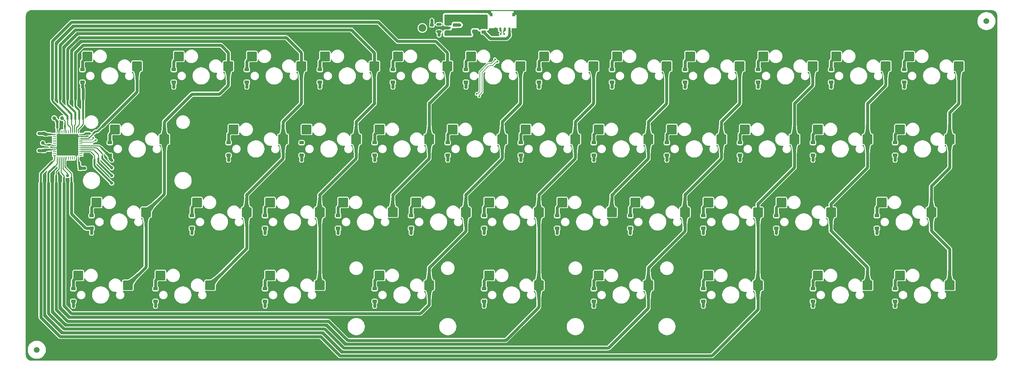
<source format=gbr>
%TF.GenerationSoftware,KiCad,Pcbnew,9.99.0-5522-g400384cf72*%
%TF.CreationDate,2026-02-12T00:01:38-08:00*%
%TF.ProjectId,amb-kb,616d622d-6b62-42e6-9b69-6361645f7063,rev?*%
%TF.SameCoordinates,Original*%
%TF.FileFunction,Copper,L1,Top*%
%TF.FilePolarity,Positive*%
%FSLAX46Y46*%
G04 Gerber Fmt 4.6, Leading zero omitted, Abs format (unit mm)*
G04 Created by KiCad (PCBNEW 9.99.0-5522-g400384cf72) date 2026-02-12 00:01:38*
%MOMM*%
%LPD*%
G01*
G04 APERTURE LIST*
G04 Aperture macros list*
%AMRoundRect*
0 Rectangle with rounded corners*
0 $1 Rounding radius*
0 $2 $3 $4 $5 $6 $7 $8 $9 X,Y pos of 4 corners*
0 Add a 4 corners polygon primitive as box body*
4,1,4,$2,$3,$4,$5,$6,$7,$8,$9,$2,$3,0*
0 Add four circle primitives for the rounded corners*
1,1,$1+$1,$2,$3*
1,1,$1+$1,$4,$5*
1,1,$1+$1,$6,$7*
1,1,$1+$1,$8,$9*
0 Add four rect primitives between the rounded corners*
20,1,$1+$1,$2,$3,$4,$5,0*
20,1,$1+$1,$4,$5,$6,$7,0*
20,1,$1+$1,$6,$7,$8,$9,0*
20,1,$1+$1,$8,$9,$2,$3,0*%
G04 Aperture macros list end*
%TA.AperFunction,SMDPad,CuDef*%
%ADD10RoundRect,0.225000X0.375000X-0.225000X0.375000X0.225000X-0.375000X0.225000X-0.375000X-0.225000X0*%
%TD*%
%TA.AperFunction,SMDPad,CuDef*%
%ADD11RoundRect,0.200000X-1.075000X-1.050000X1.075000X-1.050000X1.075000X1.050000X-1.075000X1.050000X0*%
%TD*%
%TA.AperFunction,SMDPad,CuDef*%
%ADD12R,0.609600X0.889000*%
%TD*%
%TA.AperFunction,SMDPad,CuDef*%
%ADD13R,0.762000X0.838200*%
%TD*%
%TA.AperFunction,SMDPad,CuDef*%
%ADD14RoundRect,0.140000X0.170000X-0.140000X0.170000X0.140000X-0.170000X0.140000X-0.170000X-0.140000X0*%
%TD*%
%TA.AperFunction,SMDPad,CuDef*%
%ADD15RoundRect,0.062500X-0.375000X-0.062500X0.375000X-0.062500X0.375000X0.062500X-0.375000X0.062500X0*%
%TD*%
%TA.AperFunction,SMDPad,CuDef*%
%ADD16RoundRect,0.062500X-0.062500X-0.375000X0.062500X-0.375000X0.062500X0.375000X-0.062500X0.375000X0*%
%TD*%
%TA.AperFunction,HeatsinkPad*%
%ADD17R,5.600000X5.600000*%
%TD*%
%TA.AperFunction,SMDPad,CuDef*%
%ADD18C,2.000000*%
%TD*%
%TA.AperFunction,SMDPad,CuDef*%
%ADD19RoundRect,0.140000X0.140000X0.170000X-0.140000X0.170000X-0.140000X-0.170000X0.140000X-0.170000X0*%
%TD*%
%TA.AperFunction,ComponentPad*%
%ADD20C,3.500000*%
%TD*%
%TA.AperFunction,SMDPad,CuDef*%
%ADD21C,1.000000*%
%TD*%
%TA.AperFunction,SMDPad,CuDef*%
%ADD22RoundRect,0.250000X-0.475000X0.250000X-0.475000X-0.250000X0.475000X-0.250000X0.475000X0.250000X0*%
%TD*%
%TA.AperFunction,SMDPad,CuDef*%
%ADD23RoundRect,0.135000X0.135000X0.185000X-0.135000X0.185000X-0.135000X-0.185000X0.135000X-0.185000X0*%
%TD*%
%TA.AperFunction,SMDPad,CuDef*%
%ADD24RoundRect,0.225000X-0.250000X0.225000X-0.250000X-0.225000X0.250000X-0.225000X0.250000X0.225000X0*%
%TD*%
%TA.AperFunction,SMDPad,CuDef*%
%ADD25RoundRect,0.225000X0.250000X-0.225000X0.250000X0.225000X-0.250000X0.225000X-0.250000X-0.225000X0*%
%TD*%
%TA.AperFunction,SMDPad,CuDef*%
%ADD26RoundRect,0.218750X-0.381250X0.218750X-0.381250X-0.218750X0.381250X-0.218750X0.381250X0.218750X0*%
%TD*%
%TA.AperFunction,SMDPad,CuDef*%
%ADD27RoundRect,0.140000X-0.170000X0.140000X-0.170000X-0.140000X0.170000X-0.140000X0.170000X0.140000X0*%
%TD*%
%TA.AperFunction,SMDPad,CuDef*%
%ADD28C,1.500000*%
%TD*%
%TA.AperFunction,SMDPad,CuDef*%
%ADD29RoundRect,0.225000X0.225000X0.250000X-0.225000X0.250000X-0.225000X-0.250000X0.225000X-0.250000X0*%
%TD*%
%TA.AperFunction,SMDPad,CuDef*%
%ADD30RoundRect,0.150000X0.512500X0.150000X-0.512500X0.150000X-0.512500X-0.150000X0.512500X-0.150000X0*%
%TD*%
%TA.AperFunction,ViaPad*%
%ADD31C,0.800000*%
%TD*%
%TA.AperFunction,ViaPad*%
%ADD32C,0.500000*%
%TD*%
%TA.AperFunction,ViaPad*%
%ADD33C,0.400000*%
%TD*%
%TA.AperFunction,Conductor*%
%ADD34C,0.750000*%
%TD*%
%TA.AperFunction,Conductor*%
%ADD35C,0.250000*%
%TD*%
%TA.AperFunction,Conductor*%
%ADD36C,0.500000*%
%TD*%
%TA.AperFunction,Conductor*%
%ADD37C,0.800000*%
%TD*%
%TA.AperFunction,Conductor*%
%ADD38C,0.600000*%
%TD*%
%TA.AperFunction,Conductor*%
%ADD39C,0.200000*%
%TD*%
%TA.AperFunction,Conductor*%
%ADD40C,0.400000*%
%TD*%
G04 APERTURE END LIST*
D10*
%TO.P,D13,1,K_1*%
%TO.N,/Keyboard Matrix/R1*%
X249377084Y-90499701D03*
%TO.P,D13,2,A_2*%
%TO.N,Net-(D13-A)*%
X249377084Y-87199701D03*
%TD*%
%TO.P,D6,1,K_1*%
%TO.N,/Keyboard Matrix/R0*%
X156508334Y-71449701D03*
%TO.P,D6,2,A_2*%
%TO.N,Net-(D6-A)*%
X156508334Y-68149701D03*
%TD*%
%TO.P,D9,1,K_1*%
%TO.N,/Keyboard Matrix/R0*%
X99358334Y-71449701D03*
%TO.P,D9,2,A_2*%
%TO.N,Net-(D9-A)*%
X99358334Y-68149701D03*
%TD*%
%TO.P,D26,1,K_1*%
%TO.N,/Keyboard Matrix/R2*%
X199370834Y-109549701D03*
%TO.P,D26,2,A_2*%
%TO.N,Net-(D26-A)*%
X199370834Y-106249701D03*
%TD*%
D11*
%TO.P,MX29,1,1_1*%
%TO.N,/Keyboard Matrix/C5*%
X156449584Y-105359701D03*
%TO.P,MX29,2,2_2*%
%TO.N,Net-(D29-A)*%
X143522584Y-102819701D03*
%TD*%
%TO.P,MX16,1,1_1*%
%TO.N,/Keyboard Matrix/C3*%
X204074584Y-86309701D03*
%TO.P,MX16,2,2_2*%
%TO.N,Net-(D16-A)*%
X191147584Y-83769701D03*
%TD*%
D10*
%TO.P,D17,1,K_1*%
%TO.N,/Keyboard Matrix/R1*%
X170795834Y-90499701D03*
%TO.P,D17,2,A_2*%
%TO.N,Net-(D17-A)*%
X170795834Y-87199701D03*
%TD*%
D11*
%TO.P,MX1,1,1_1*%
%TO.N,/Keyboard Matrix/C0*%
X265987084Y-67259701D03*
%TO.P,MX1,2,2_2*%
%TO.N,Net-(D1-A)*%
X253060084Y-64719701D03*
%TD*%
%TO.P,MX21,1,1_1*%
%TO.N,/Keyboard Matrix/C8*%
X108824584Y-86309701D03*
%TO.P,MX21,2,2_2*%
%TO.N,Net-(D21-A)*%
X95897584Y-83769701D03*
%TD*%
D10*
%TO.P,D36,1,K_1*%
%TO.N,/Keyboard Matrix/R3*%
X227945834Y-128599701D03*
%TO.P,D36,2,A_2*%
%TO.N,Net-(D36-A)*%
X227945834Y-125299701D03*
%TD*%
D11*
%TO.P,MX43,1,1_1*%
%TO.N,/Keyboard Matrix/C10*%
X49293334Y-124409701D03*
%TO.P,MX43,2,2_2*%
%TO.N,Net-(D43-A)*%
X36366334Y-121869701D03*
%TD*%
%TO.P,MX6,1,1_1*%
%TO.N,/Keyboard Matrix/C5*%
X170737084Y-67259701D03*
%TO.P,MX6,2,2_2*%
%TO.N,Net-(D6-A)*%
X157810084Y-64719701D03*
%TD*%
D10*
%TO.P,D3,1,K_1*%
%TO.N,/Keyboard Matrix/R0*%
X213658334Y-71449701D03*
%TO.P,D3,2,A_2*%
%TO.N,Net-(D3-A)*%
X213658334Y-68149701D03*
%TD*%
D11*
%TO.P,MX8,1,1_1*%
%TO.N,/Keyboard Matrix/C7*%
X132637084Y-67259701D03*
%TO.P,MX8,2,2_2*%
%TO.N,Net-(D8-A)*%
X119710084Y-64719701D03*
%TD*%
%TO.P,MX19,1,1_1*%
%TO.N,/Keyboard Matrix/C6*%
X146924584Y-86309701D03*
%TO.P,MX19,2,2_2*%
%TO.N,Net-(D19-A)*%
X133997584Y-83769701D03*
%TD*%
D12*
%TO.P,J1,1,Pin_1_1*%
%TO.N,/USB C/VBUS*%
X148783333Y-57595101D03*
%TO.P,J1,2,Pin_2_2*%
%TO.N,/STM32/MCU_D_N*%
X147583333Y-57595101D03*
%TO.P,J1,3,Pin_3_3*%
%TO.N,/STM32/MCU_D_P*%
X146383335Y-57595101D03*
%TO.P,J1,4,Pin_4_4*%
%TO.N,GND*%
X145183335Y-57595101D03*
D13*
%TO.P,J1,5,Pin_5_5*%
X149933333Y-53820100D03*
%TO.P,J1,6,Pin_6_6*%
X144033335Y-53820100D03*
%TD*%
D11*
%TO.P,MX5,1,1_1*%
%TO.N,/Keyboard Matrix/C4*%
X189787084Y-67259701D03*
%TO.P,MX5,2,2_2*%
%TO.N,Net-(D5-A)*%
X176860084Y-64719701D03*
%TD*%
D10*
%TO.P,D15,1,K_1*%
%TO.N,/Keyboard Matrix/R1*%
X208895834Y-90499701D03*
%TO.P,D15,2,A_2*%
%TO.N,Net-(D15-A)*%
X208895834Y-87199701D03*
%TD*%
%TO.P,D8,1,K_1*%
%TO.N,/Keyboard Matrix/R0*%
X118408334Y-71449701D03*
%TO.P,D8,2,A_2*%
%TO.N,Net-(D8-A)*%
X118408334Y-68149701D03*
%TD*%
D14*
%TO.P,C4,1*%
%TO.N,/Power Supply/3V3*%
X28839584Y-85029701D03*
%TO.P,C4,2*%
%TO.N,GND*%
X28839584Y-84069701D03*
%TD*%
D11*
%TO.P,MX41,1,1_1*%
%TO.N,/Keyboard Matrix/C8*%
X99299584Y-124409701D03*
%TO.P,MX41,2,2_2*%
%TO.N,Net-(D41-A)*%
X86372584Y-121869701D03*
%TD*%
D15*
%TO.P,U1,1,VBAT_1*%
%TO.N,/Power Supply/3V3*%
X30152084Y-85049701D03*
%TO.P,U1,2,PC13_2*%
%TO.N,unconnected-(U1-PC13-Pad2)*%
X30152084Y-85549701D03*
%TO.P,U1,3,PC14_3*%
%TO.N,unconnected-(U1-PC14-Pad3)*%
X30152084Y-86049701D03*
%TO.P,U1,4,PC15_4*%
%TO.N,unconnected-(U1-PC15-Pad4)*%
X30152084Y-86549701D03*
%TO.P,U1,5,PF0_5*%
%TO.N,unconnected-(U1-PF0-Pad5)*%
X30152084Y-87049701D03*
%TO.P,U1,6,PF1_6*%
%TO.N,unconnected-(U1-PF1-Pad6)*%
X30152084Y-87549701D03*
%TO.P,U1,7,NRST_7*%
%TO.N,/STM32/NRST*%
X30152084Y-88049701D03*
%TO.P,U1,8,VSSA_8*%
%TO.N,GND*%
X30152084Y-88549701D03*
%TO.P,U1,9,VDDA_9*%
%TO.N,/Power Supply/3V3*%
X30152084Y-89049701D03*
%TO.P,U1,10,PA0_10*%
%TO.N,unconnected-(U1-PA0-Pad10)*%
X30152084Y-89549701D03*
%TO.P,U1,11,PA1_11*%
%TO.N,unconnected-(U1-PA1-Pad11)*%
X30152084Y-90049701D03*
%TO.P,U1,12,PA2_12*%
%TO.N,/Keyboard Matrix/C2*%
X30152084Y-90549701D03*
D16*
%TO.P,U1,13,PA3_13*%
%TO.N,/Keyboard Matrix/C3*%
X30839584Y-91237201D03*
%TO.P,U1,14,PA4_14*%
%TO.N,/Keyboard Matrix/C5*%
X31339584Y-91237201D03*
%TO.P,U1,15,PA5_15*%
%TO.N,/Keyboard Matrix/C6*%
X31839584Y-91237201D03*
%TO.P,U1,16,PA6_16*%
%TO.N,/Keyboard Matrix/R3*%
X32339584Y-91237201D03*
%TO.P,U1,17,PA7_17*%
%TO.N,/Keyboard Matrix/R2*%
X32839584Y-91237201D03*
%TO.P,U1,18,PB0_18*%
%TO.N,unconnected-(U1-PB0-Pad18)*%
X33339584Y-91237201D03*
%TO.P,U1,19,PB1_19*%
%TO.N,unconnected-(U1-PB1-Pad19)*%
X33839584Y-91237201D03*
%TO.P,U1,20,PB2_20*%
%TO.N,unconnected-(U1-PB2-Pad20)*%
X34339584Y-91237201D03*
%TO.P,U1,21,PB10_21*%
%TO.N,unconnected-(U1-PB10-Pad21)*%
X34839584Y-91237201D03*
%TO.P,U1,22,PB11_22*%
%TO.N,unconnected-(U1-PB11-Pad22)*%
X35339584Y-91237201D03*
%TO.P,U1,23,VSS_23*%
%TO.N,GND*%
X35839584Y-91237201D03*
%TO.P,U1,24,VDD_24*%
%TO.N,/Power Supply/3V3*%
X36339584Y-91237201D03*
D15*
%TO.P,U1,25,PB12_25*%
%TO.N,unconnected-(U1-PB12-Pad25)*%
X37027084Y-90549701D03*
%TO.P,U1,26,PB13_26*%
%TO.N,unconnected-(U1-PB13-Pad26)*%
X37027084Y-90049701D03*
%TO.P,U1,27,PB14_27*%
%TO.N,/Keyboard Matrix/C4*%
X37027084Y-89549701D03*
%TO.P,U1,28,PB15_28*%
%TO.N,/Keyboard Matrix/C1*%
X37027084Y-89049701D03*
%TO.P,U1,29,PA8_29*%
%TO.N,/Keyboard Matrix/C0*%
X37027084Y-88549701D03*
%TO.P,U1,30,PA9_30*%
%TO.N,/Keyboard Matrix/R1*%
X37027084Y-88049701D03*
%TO.P,U1,31,PA10_31*%
%TO.N,unconnected-(U1-PA10-Pad31)*%
X37027084Y-87549701D03*
%TO.P,U1,32,PA11_32*%
%TO.N,/STM32/MCU_D_N*%
X37027084Y-87049701D03*
%TO.P,U1,33,PA12_33*%
%TO.N,/STM32/MCU_D_P*%
X37027084Y-86549701D03*
%TO.P,U1,34,PA13_34*%
%TO.N,/Keyboard Matrix/C11*%
X37027084Y-86049701D03*
%TO.P,U1,35,VSS_35*%
%TO.N,GND*%
X37027084Y-85549701D03*
%TO.P,U1,36,VDDIO2_36*%
%TO.N,/Power Supply/3V3*%
X37027084Y-85049701D03*
D16*
%TO.P,U1,37,PA14_37*%
%TO.N,/Keyboard Matrix/R0*%
X36339584Y-84362201D03*
%TO.P,U1,38,PA15_38*%
%TO.N,/Keyboard Matrix/C10*%
X35839584Y-84362201D03*
%TO.P,U1,39,PB3_39*%
%TO.N,/Keyboard Matrix/C9*%
X35339584Y-84362201D03*
%TO.P,U1,40,PB4_40*%
%TO.N,/Keyboard Matrix/C8*%
X34839584Y-84362201D03*
%TO.P,U1,41,PB5_41*%
%TO.N,/Keyboard Matrix/C7*%
X34339584Y-84362201D03*
%TO.P,U1,42,PB6_42*%
%TO.N,unconnected-(U1-PB6-Pad42)*%
X33839584Y-84362201D03*
%TO.P,U1,43,PB7_43*%
%TO.N,unconnected-(U1-PB7-Pad43)*%
X33339584Y-84362201D03*
%TO.P,U1,44,BOOT0_44*%
%TO.N,/STM32/BOOT0*%
X32839584Y-84362201D03*
%TO.P,U1,45,PB8_45*%
%TO.N,unconnected-(U1-PB8-Pad45)*%
X32339584Y-84362201D03*
%TO.P,U1,46,PB9_46*%
%TO.N,unconnected-(U1-PB9-Pad46)*%
X31839584Y-84362201D03*
%TO.P,U1,47,VSS_47*%
%TO.N,GND*%
X31339584Y-84362201D03*
%TO.P,U1,48,VDD_48*%
%TO.N,/Power Supply/3V3*%
X30839584Y-84362201D03*
D17*
%TO.P,U1,49,GND_49*%
%TO.N,GND*%
X33589584Y-87799701D03*
%TD*%
D11*
%TO.P,MX33,1,1_1*%
%TO.N,/Keyboard Matrix/C9*%
X80249584Y-105359701D03*
%TO.P,MX33,2,2_2*%
%TO.N,Net-(D33-A)*%
X67322584Y-102819701D03*
%TD*%
%TO.P,MX24,1,1_1*%
%TO.N,/Keyboard Matrix/C0*%
X258843334Y-105359701D03*
%TO.P,MX24,2,2_2*%
%TO.N,Net-(D24-A)*%
X245916334Y-102819701D03*
%TD*%
D10*
%TO.P,D7,1,K_1*%
%TO.N,/Keyboard Matrix/R0*%
X137458334Y-71449701D03*
%TO.P,D7,2,A_2*%
%TO.N,Net-(D7-A)*%
X137458334Y-68149701D03*
%TD*%
%TO.P,D12,1,K_1*%
%TO.N,/Keyboard Matrix/R0*%
X37445834Y-71449701D03*
%TO.P,D12,2,A_2*%
%TO.N,Net-(D12-A)*%
X37445834Y-68149701D03*
%TD*%
D11*
%TO.P,MX22,1,1_1*%
%TO.N,/Keyboard Matrix/C9*%
X89774584Y-86309701D03*
%TO.P,MX22,2,2_2*%
%TO.N,Net-(D22-A)*%
X76847584Y-83769701D03*
%TD*%
D18*
%TO.P,TP2,1,1_1*%
%TO.N,/Power Supply/5V0*%
X137089584Y-58299701D03*
%TD*%
D19*
%TO.P,C6,1*%
%TO.N,/Power Supply/3V3*%
X36569584Y-92549701D03*
%TO.P,C6,2*%
%TO.N,GND*%
X35609584Y-92549701D03*
%TD*%
D10*
%TO.P,D16,1,K_1*%
%TO.N,/Keyboard Matrix/R1*%
X189845834Y-90499701D03*
%TO.P,D16,2,A_2*%
%TO.N,Net-(D16-A)*%
X189845834Y-87199701D03*
%TD*%
%TO.P,D22,1,K_1*%
%TO.N,/Keyboard Matrix/R1*%
X75545834Y-90499701D03*
%TO.P,D22,2,A_2*%
%TO.N,Net-(D22-A)*%
X75545834Y-87199701D03*
%TD*%
%TO.P,D23,1,K_1*%
%TO.N,/Keyboard Matrix/R1*%
X44589584Y-90499701D03*
%TO.P,D23,2,A_2*%
%TO.N,Net-(D23-A)*%
X44589584Y-87199701D03*
%TD*%
D11*
%TO.P,MX31,1,1_1*%
%TO.N,/Keyboard Matrix/C7*%
X118349584Y-105359701D03*
%TO.P,MX31,2,2_2*%
%TO.N,Net-(D31-A)*%
X105422584Y-102819701D03*
%TD*%
%TO.P,MX39,1,1_1*%
%TO.N,/Keyboard Matrix/C5*%
X156449584Y-124409701D03*
%TO.P,MX39,2,2_2*%
%TO.N,Net-(D39-A)*%
X143522584Y-121869701D03*
%TD*%
D10*
%TO.P,D34,1,K_1*%
%TO.N,/Keyboard Matrix/R2*%
X39827084Y-109549701D03*
%TO.P,D34,2,A_2*%
%TO.N,Net-(D34-A)*%
X39827084Y-106249701D03*
%TD*%
D11*
%TO.P,MX3,1,1_1*%
%TO.N,/Keyboard Matrix/C2*%
X227887084Y-67259701D03*
%TO.P,MX3,2,2_2*%
%TO.N,Net-(D3-A)*%
X214960084Y-64719701D03*
%TD*%
D20*
%TO.P,MH2,1,1_1*%
%TO.N,GND*%
X221300076Y-126949711D03*
%TD*%
D21*
%TO.P,TP4,1,1_1*%
%TO.N,/STM32/BOOT0*%
X32114584Y-80799701D03*
%TD*%
D10*
%TO.P,D43,1,K_1*%
%TO.N,/Keyboard Matrix/R3*%
X35064584Y-128599701D03*
%TO.P,D43,2,A_2*%
%TO.N,Net-(D43-A)*%
X35064584Y-125299701D03*
%TD*%
D11*
%TO.P,MX35,1,1_1*%
%TO.N,/Keyboard Matrix/C0*%
X263605834Y-124409701D03*
%TO.P,MX35,2,2_2*%
%TO.N,Net-(D35-A)*%
X250678834Y-121869701D03*
%TD*%
%TO.P,MX10,1,1_1*%
%TO.N,/Keyboard Matrix/C9*%
X94537084Y-67259701D03*
%TO.P,MX10,2,2_2*%
%TO.N,Net-(D10-A)*%
X81610084Y-64719701D03*
%TD*%
D10*
%TO.P,D40,1,K_1*%
%TO.N,/Keyboard Matrix/R3*%
X113645834Y-128599701D03*
%TO.P,D40,2,A_2*%
%TO.N,Net-(D40-A)*%
X113645834Y-125299701D03*
%TD*%
D22*
%TO.P,C1,1*%
%TO.N,/Power Supply/5V0*%
X139839584Y-56349701D03*
%TO.P,C1,2*%
%TO.N,GND*%
X139839584Y-58249701D03*
%TD*%
D10*
%TO.P,D11,1,K_1*%
%TO.N,/Keyboard Matrix/R0*%
X61258334Y-71449701D03*
%TO.P,D11,2,A_2*%
%TO.N,Net-(D11-A)*%
X61258334Y-68149701D03*
%TD*%
%TO.P,D33,1,K_1*%
%TO.N,/Keyboard Matrix/R2*%
X66020834Y-109549701D03*
%TO.P,D33,2,A_2*%
%TO.N,Net-(D33-A)*%
X66020834Y-106249701D03*
%TD*%
D11*
%TO.P,MX34,1,1_1*%
%TO.N,/Keyboard Matrix/C10*%
X54055834Y-105359701D03*
%TO.P,MX34,2,2_2*%
%TO.N,Net-(D34-A)*%
X41128834Y-102819701D03*
%TD*%
%TO.P,MX30,1,1_1*%
%TO.N,/Keyboard Matrix/C6*%
X137399584Y-105359701D03*
%TO.P,MX30,2,2_2*%
%TO.N,Net-(D30-A)*%
X124472584Y-102819701D03*
%TD*%
D10*
%TO.P,D41,1,K_1*%
%TO.N,/Keyboard Matrix/R3*%
X85070834Y-128599701D03*
%TO.P,D41,2,A_2*%
%TO.N,Net-(D41-A)*%
X85070834Y-125299701D03*
%TD*%
D11*
%TO.P,MX42,1,1_1*%
%TO.N,/Keyboard Matrix/C9*%
X70724584Y-124409701D03*
%TO.P,MX42,2,2_2*%
%TO.N,Net-(D42-A)*%
X57797584Y-121869701D03*
%TD*%
%TO.P,MX7,1,1_1*%
%TO.N,/Keyboard Matrix/C6*%
X151687084Y-67259701D03*
%TO.P,MX7,2,2_2*%
%TO.N,Net-(D7-A)*%
X138760084Y-64719701D03*
%TD*%
%TO.P,MX32,1,1_1*%
%TO.N,/Keyboard Matrix/C8*%
X99299584Y-105359701D03*
%TO.P,MX32,2,2_2*%
%TO.N,Net-(D32-A)*%
X86372584Y-102819701D03*
%TD*%
D23*
%TO.P,R1,1*%
%TO.N,/STM32/BOOT0*%
X32862084Y-82955951D03*
%TO.P,R1,2*%
%TO.N,GND*%
X31842084Y-82955951D03*
%TD*%
D11*
%TO.P,MX25,1,1_1*%
%TO.N,/Keyboard Matrix/C1*%
X232649584Y-105359701D03*
%TO.P,MX25,2,2_2*%
%TO.N,Net-(D25-A)*%
X219722584Y-102819701D03*
%TD*%
D24*
%TO.P,C12,1*%
%TO.N,/Power Supply/3V3*%
X128589584Y-56524701D03*
%TO.P,C12,2*%
%TO.N,GND*%
X128589584Y-58074701D03*
%TD*%
D10*
%TO.P,D31,1,K_1*%
%TO.N,/Keyboard Matrix/R2*%
X104120834Y-109549701D03*
%TO.P,D31,2,A_2*%
%TO.N,Net-(D31-A)*%
X104120834Y-106249701D03*
%TD*%
D11*
%TO.P,MX20,1,1_1*%
%TO.N,/Keyboard Matrix/C7*%
X127874584Y-86309701D03*
%TO.P,MX20,2,2_2*%
%TO.N,Net-(D20-A)*%
X114947584Y-83769701D03*
%TD*%
D25*
%TO.P,C11,1*%
%TO.N,/Power Supply/5V0*%
X134589584Y-58074701D03*
%TO.P,C11,2*%
%TO.N,GND*%
X134589584Y-56524701D03*
%TD*%
D26*
%TO.P,FB1,1*%
%TO.N,/Power Supply/5V0*%
X142089584Y-56237201D03*
%TO.P,FB1,2*%
%TO.N,/USB C/VBUS*%
X142089584Y-58362201D03*
%TD*%
D11*
%TO.P,MX28,1,1_1*%
%TO.N,/Keyboard Matrix/C4*%
X175499584Y-105359701D03*
%TO.P,MX28,2,2_2*%
%TO.N,Net-(D28-A)*%
X162572584Y-102819701D03*
%TD*%
%TO.P,MX9,1,1_1*%
%TO.N,/Keyboard Matrix/C8*%
X113587084Y-67259701D03*
%TO.P,MX9,2,2_2*%
%TO.N,Net-(D9-A)*%
X100660084Y-64719701D03*
%TD*%
D14*
%TO.P,C10,1*%
%TO.N,/Power Supply/3V3*%
X38339584Y-84779701D03*
%TO.P,C10,2*%
%TO.N,GND*%
X38339584Y-83819701D03*
%TD*%
D18*
%TO.P,TP3,1,1_1*%
%TO.N,/Power Supply/3V3*%
X126089584Y-57299701D03*
%TD*%
D11*
%TO.P,MX18,1,1_1*%
%TO.N,/Keyboard Matrix/C5*%
X165974584Y-86309701D03*
%TO.P,MX18,2,2_2*%
%TO.N,Net-(D18-A)*%
X153047584Y-83769701D03*
%TD*%
%TO.P,MX26,1,1_1*%
%TO.N,/Keyboard Matrix/C2*%
X213599584Y-105359701D03*
%TO.P,MX26,2,2_2*%
%TO.N,Net-(D26-A)*%
X200672584Y-102819701D03*
%TD*%
D27*
%TO.P,C8,1*%
%TO.N,/Power Supply/3V3*%
X28839584Y-89069701D03*
%TO.P,C8,2*%
%TO.N,GND*%
X28839584Y-90029701D03*
%TD*%
D14*
%TO.P,C2,1*%
%TO.N,/STM32/NRST*%
X28839584Y-87779701D03*
%TO.P,C2,2*%
%TO.N,GND*%
X28839584Y-86819701D03*
%TD*%
D28*
%TO.P,FID1,*%
%TO.N,*%
X273192500Y-55522500D03*
%TD*%
D10*
%TO.P,D35,1,K_1*%
%TO.N,/Keyboard Matrix/R3*%
X249377084Y-128599701D03*
%TO.P,D35,2,A_2*%
%TO.N,Net-(D35-A)*%
X249377084Y-125299701D03*
%TD*%
%TO.P,D39,1,K_1*%
%TO.N,/Keyboard Matrix/R3*%
X142220834Y-128599701D03*
%TO.P,D39,2,A_2*%
%TO.N,Net-(D39-A)*%
X142220834Y-125299701D03*
%TD*%
%TO.P,D30,1,K_1*%
%TO.N,/Keyboard Matrix/R2*%
X123170834Y-109549701D03*
%TO.P,D30,2,A_2*%
%TO.N,Net-(D30-A)*%
X123170834Y-106249701D03*
%TD*%
%TO.P,D4,1,K_1*%
%TO.N,/Keyboard Matrix/R0*%
X194608334Y-71449701D03*
%TO.P,D4,2,A_2*%
%TO.N,Net-(D4-A)*%
X194608334Y-68149701D03*
%TD*%
D11*
%TO.P,MX12,1,1_1*%
%TO.N,/Keyboard Matrix/C11*%
X51674584Y-67259701D03*
%TO.P,MX12,2,2_2*%
%TO.N,Net-(D12-A)*%
X38747584Y-64719701D03*
%TD*%
%TO.P,MX11,1,1_1*%
%TO.N,/Keyboard Matrix/C10*%
X75487084Y-67259701D03*
%TO.P,MX11,2,2_2*%
%TO.N,Net-(D11-A)*%
X62560084Y-64719701D03*
%TD*%
D21*
%TO.P,TP5,1,1_1*%
%TO.N,/Power Supply/3V3*%
X30089584Y-80799701D03*
%TD*%
D10*
%TO.P,D42,1,K_1*%
%TO.N,/Keyboard Matrix/R3*%
X56495834Y-128599701D03*
%TO.P,D42,2,A_2*%
%TO.N,Net-(D42-A)*%
X56495834Y-125299701D03*
%TD*%
%TO.P,D2,1,K_1*%
%TO.N,/Keyboard Matrix/R0*%
X232708334Y-71449701D03*
%TO.P,D2,2,A_2*%
%TO.N,Net-(D2-A)*%
X232708334Y-68149701D03*
%TD*%
%TO.P,D32,1,K_1*%
%TO.N,/Keyboard Matrix/R2*%
X85070834Y-109549701D03*
%TO.P,D32,2,A_2*%
%TO.N,Net-(D32-A)*%
X85070834Y-106249701D03*
%TD*%
D11*
%TO.P,MX23,1,1_1*%
%TO.N,/Keyboard Matrix/C10*%
X58818334Y-86309701D03*
%TO.P,MX23,2,2_2*%
%TO.N,Net-(D23-A)*%
X45891334Y-83769701D03*
%TD*%
%TO.P,MX13,1,1_1*%
%TO.N,/Keyboard Matrix/C0*%
X263605834Y-86309701D03*
%TO.P,MX13,2,2_2*%
%TO.N,Net-(D13-A)*%
X250678834Y-83769701D03*
%TD*%
D20*
%TO.P,MH1,1,1_1*%
%TO.N,GND*%
X77631260Y-126949711D03*
%TD*%
D10*
%TO.P,D20,1,K_1*%
%TO.N,/Keyboard Matrix/R1*%
X113645834Y-90499701D03*
%TO.P,D20,2,A_2*%
%TO.N,Net-(D20-A)*%
X113645834Y-87199701D03*
%TD*%
%TO.P,D25,1,K_1*%
%TO.N,/Keyboard Matrix/R2*%
X218420834Y-109549701D03*
%TO.P,D25,2,A_2*%
%TO.N,Net-(D25-A)*%
X218420834Y-106249701D03*
%TD*%
%TO.P,D29,1,K_1*%
%TO.N,/Keyboard Matrix/R2*%
X142220834Y-109549701D03*
%TO.P,D29,2,A_2*%
%TO.N,Net-(D29-A)*%
X142220834Y-106249701D03*
%TD*%
D24*
%TO.P,C7,1*%
%TO.N,/Power Supply/3V3*%
X27339584Y-89274701D03*
%TO.P,C7,2*%
%TO.N,GND*%
X27339584Y-90824701D03*
%TD*%
D10*
%TO.P,D28,1,K_1*%
%TO.N,/Keyboard Matrix/R2*%
X161270834Y-109549701D03*
%TO.P,D28,2,A_2*%
%TO.N,Net-(D28-A)*%
X161270834Y-106249701D03*
%TD*%
D21*
%TO.P,TP1,1,1_1*%
%TO.N,/STM32/NRST*%
X27089584Y-87299701D03*
%TD*%
D19*
%TO.P,C5,1*%
%TO.N,/Power Supply/3V3*%
X30850834Y-82955951D03*
%TO.P,C5,2*%
%TO.N,GND*%
X29890834Y-82955951D03*
%TD*%
D10*
%TO.P,D5,1,K_1*%
%TO.N,/Keyboard Matrix/R0*%
X175558334Y-71449701D03*
%TO.P,D5,2,A_2*%
%TO.N,Net-(D5-A)*%
X175558334Y-68149701D03*
%TD*%
D20*
%TO.P,MH4,1,1_1*%
%TO.N,GND*%
X70563736Y-80023469D03*
%TD*%
D11*
%TO.P,MX4,1,1_1*%
%TO.N,/Keyboard Matrix/C3*%
X208837084Y-67259701D03*
%TO.P,MX4,2,2_2*%
%TO.N,Net-(D4-A)*%
X195910084Y-64719701D03*
%TD*%
%TO.P,MX2,1,1_1*%
%TO.N,/Keyboard Matrix/C1*%
X246937084Y-67259701D03*
%TO.P,MX2,2,2_2*%
%TO.N,Net-(D2-A)*%
X234010084Y-64719701D03*
%TD*%
D29*
%TO.P,C3,1*%
%TO.N,/Power Supply/3V3*%
X36864584Y-93879387D03*
%TO.P,C3,2*%
%TO.N,GND*%
X35314584Y-93879387D03*
%TD*%
D11*
%TO.P,MX38,1,1_1*%
%TO.N,/Keyboard Matrix/C3*%
X185024584Y-124409701D03*
%TO.P,MX38,2,2_2*%
%TO.N,Net-(D38-A)*%
X172097584Y-121869701D03*
%TD*%
D10*
%TO.P,D19,1,K_1*%
%TO.N,/Keyboard Matrix/R1*%
X132695834Y-90499701D03*
%TO.P,D19,2,A_2*%
%TO.N,Net-(D19-A)*%
X132695834Y-87199701D03*
%TD*%
%TO.P,D21,1,K_1*%
%TO.N,/Keyboard Matrix/R1*%
X94595834Y-90499701D03*
%TO.P,D21,2,A_2*%
%TO.N,Net-(D21-A)*%
X94595834Y-87199701D03*
%TD*%
%TO.P,D18,1,K_1*%
%TO.N,/Keyboard Matrix/R1*%
X151745834Y-90499701D03*
%TO.P,D18,2,A_2*%
%TO.N,Net-(D18-A)*%
X151745834Y-87199701D03*
%TD*%
%TO.P,D27,1,K_1*%
%TO.N,/Keyboard Matrix/R2*%
X180320834Y-109549701D03*
%TO.P,D27,2,A_2*%
%TO.N,Net-(D27-A)*%
X180320834Y-106249701D03*
%TD*%
D28*
%TO.P,FID2,*%
%TO.N,*%
X25542500Y-141247500D03*
%TD*%
D11*
%TO.P,MX27,1,1_1*%
%TO.N,/Keyboard Matrix/C3*%
X194549584Y-105359701D03*
%TO.P,MX27,2,2_2*%
%TO.N,Net-(D27-A)*%
X181622584Y-102819701D03*
%TD*%
D10*
%TO.P,D37,1,K_1*%
%TO.N,/Keyboard Matrix/R3*%
X199370834Y-128599701D03*
%TO.P,D37,2,A_2*%
%TO.N,Net-(D37-A)*%
X199370834Y-125299701D03*
%TD*%
%TO.P,D38,1,K_1*%
%TO.N,/Keyboard Matrix/R3*%
X170795834Y-128599701D03*
%TO.P,D38,2,A_2*%
%TO.N,Net-(D38-A)*%
X170795834Y-125299701D03*
%TD*%
%TO.P,D10,1,K_1*%
%TO.N,/Keyboard Matrix/R0*%
X80308334Y-71449701D03*
%TO.P,D10,2,A_2*%
%TO.N,Net-(D10-A)*%
X80308334Y-68149701D03*
%TD*%
D11*
%TO.P,MX17,1,1_1*%
%TO.N,/Keyboard Matrix/C4*%
X185024584Y-86309701D03*
%TO.P,MX17,2,2_2*%
%TO.N,Net-(D17-A)*%
X172097584Y-83769701D03*
%TD*%
%TO.P,MX37,1,1_1*%
%TO.N,/Keyboard Matrix/C2*%
X213599584Y-124409701D03*
%TO.P,MX37,2,2_2*%
%TO.N,Net-(D37-A)*%
X200672584Y-121869701D03*
%TD*%
%TO.P,MX14,1,1_1*%
%TO.N,/Keyboard Matrix/C1*%
X242174584Y-86309701D03*
%TO.P,MX14,2,2_2*%
%TO.N,Net-(D14-A)*%
X229247584Y-83769701D03*
%TD*%
D10*
%TO.P,D14,1,K_1*%
%TO.N,/Keyboard Matrix/R1*%
X227945834Y-90499701D03*
%TO.P,D14,2,A_2*%
%TO.N,Net-(D14-A)*%
X227945834Y-87199701D03*
%TD*%
D25*
%TO.P,C9,1*%
%TO.N,/Power Supply/3V3*%
X27339584Y-84824701D03*
%TO.P,C9,2*%
%TO.N,GND*%
X27339584Y-83274701D03*
%TD*%
D11*
%TO.P,MX40,1,1_1*%
%TO.N,/Keyboard Matrix/C6*%
X127874584Y-124409701D03*
%TO.P,MX40,2,2_2*%
%TO.N,Net-(D40-A)*%
X114947584Y-121869701D03*
%TD*%
%TO.P,MX15,1,1_1*%
%TO.N,/Keyboard Matrix/C2*%
X223124584Y-86309701D03*
%TO.P,MX15,2,2_2*%
%TO.N,Net-(D15-A)*%
X210197584Y-83769701D03*
%TD*%
%TO.P,MX36,1,1_1*%
%TO.N,/Keyboard Matrix/C1*%
X242174584Y-124409701D03*
%TO.P,MX36,2,2_2*%
%TO.N,Net-(D36-A)*%
X229247584Y-121869701D03*
%TD*%
D10*
%TO.P,D24,1,K_1*%
%TO.N,/Keyboard Matrix/R2*%
X244614584Y-109549701D03*
%TO.P,D24,2,A_2*%
%TO.N,Net-(D24-A)*%
X244614584Y-106249701D03*
%TD*%
D20*
%TO.P,MH3,1,1_1*%
%TO.N,GND*%
X245669792Y-80023469D03*
%TD*%
D10*
%TO.P,D1,1,K_1*%
%TO.N,/Keyboard Matrix/R0*%
X251758334Y-71449701D03*
%TO.P,D1,2,A_2*%
%TO.N,Net-(D1-A)*%
X251758334Y-68149701D03*
%TD*%
D30*
%TO.P,U2,1,VIN_1*%
%TO.N,/Power Supply/5V0*%
X132727084Y-58249701D03*
%TO.P,U2,2,GND_2*%
%TO.N,GND*%
X132727084Y-57299701D03*
%TO.P,U2,3,EN_3*%
%TO.N,/Power Supply/5V0*%
X132727084Y-56349701D03*
%TO.P,U2,4,NC_4*%
%TO.N,unconnected-(U2-NC-Pad4)*%
X130452084Y-56349701D03*
%TO.P,U2,5,VOUT_5*%
%TO.N,/Power Supply/3V3*%
X130452084Y-58249701D03*
%TD*%
D31*
%TO.N,/Keyboard Matrix/R1*%
X227945834Y-91818451D03*
X249377084Y-91818451D03*
X113645834Y-91818451D03*
X75545834Y-91818451D03*
X170795834Y-91818451D03*
X151745834Y-91818451D03*
X189845834Y-91818451D03*
X132695834Y-91818451D03*
X208895834Y-91818451D03*
X94595834Y-91818451D03*
X45089584Y-91818451D03*
%TO.N,/Keyboard Matrix/R0*%
X232708334Y-72768451D03*
X175558334Y-72768451D03*
X156508334Y-72768451D03*
X251758334Y-72768451D03*
X194608334Y-72768451D03*
X137458334Y-72768451D03*
X61258334Y-72768451D03*
X213658334Y-72768451D03*
X37445834Y-72768451D03*
X80308334Y-72768451D03*
X99358334Y-72768451D03*
X118408334Y-72768451D03*
%TO.N,/Keyboard Matrix/R2*%
X104120834Y-110868451D03*
X218420834Y-110868451D03*
X123170834Y-110868451D03*
X180320834Y-110868451D03*
X244614584Y-110868451D03*
X142220834Y-110868451D03*
X39827084Y-110868451D03*
X161270834Y-110868451D03*
X85070834Y-110868451D03*
X199370834Y-110868451D03*
X66020834Y-110868451D03*
%TO.N,/Keyboard Matrix/C0*%
X261589584Y-95799701D03*
X45089584Y-93799701D03*
%TO.N,/Keyboard Matrix/R3*%
X56495834Y-129918451D03*
X227945834Y-129918451D03*
X249377084Y-129918451D03*
X85070834Y-129918451D03*
X33589584Y-95799701D03*
X170795834Y-129918451D03*
X199370834Y-129918451D03*
X113645834Y-129918451D03*
X142220834Y-129918451D03*
X35064584Y-129918451D03*
D32*
%TO.N,/STM32/MCU_D_N*%
X140907782Y-75117899D03*
X145657782Y-66117899D03*
X147433334Y-58864498D03*
X40907782Y-86617899D03*
%TO.N,/STM32/MCU_D_P*%
X146533334Y-58864498D03*
X40271386Y-85981503D03*
X145021386Y-65481503D03*
X140271386Y-74481503D03*
%TO.N,GND*%
X31842084Y-82252201D03*
D31*
X35314584Y-95024701D03*
X153339584Y-53049701D03*
X128589584Y-59299701D03*
X135839584Y-56524701D03*
D32*
X29089584Y-82955951D03*
D31*
X151339584Y-53049701D03*
X139839584Y-59549701D03*
X26114584Y-90824701D03*
X37359584Y-84069701D03*
D33*
X38589584Y-85549701D03*
X29289584Y-88399701D03*
D31*
X34589584Y-92549701D03*
X140589584Y-53049701D03*
X145183335Y-58705950D03*
X141589584Y-53049701D03*
D32*
X29589584Y-84069701D03*
D33*
X31589584Y-83599701D03*
D32*
X27339584Y-82299701D03*
D31*
X131339584Y-57299701D03*
X28839584Y-91049701D03*
X142589584Y-53049701D03*
X152339584Y-53049701D03*
D32*
X28839584Y-86049701D03*
D31*
%TO.N,/Keyboard Matrix/C4*%
X45089584Y-97799701D03*
X176589584Y-99799701D03*
%TO.N,/Keyboard Matrix/C1*%
X45089584Y-95799701D03*
X237988803Y-97856732D03*
%TO.N,/Power Supply/3V3*%
X128589584Y-55299701D03*
X26114584Y-89274701D03*
X126089584Y-57299701D03*
X38009898Y-93879387D03*
X130452084Y-59187201D03*
X26089584Y-84824701D03*
X30850834Y-81799701D03*
D32*
X39319584Y-84779701D03*
%TD*%
%TO.N,/Keyboard Matrix/R1*%
D34*
X45089584Y-91818451D02*
X44589584Y-91318451D01*
X44589584Y-91318451D02*
X44589584Y-90643451D01*
X189845834Y-91818451D02*
X189845834Y-90643451D01*
X170795834Y-91818451D02*
X170795834Y-90643451D01*
X113645834Y-91818451D02*
X113645834Y-90643451D01*
X151745834Y-91818451D02*
X151745834Y-90643451D01*
D35*
X41927452Y-88137569D02*
X42339584Y-88549701D01*
D34*
X43589584Y-89799701D02*
X44201716Y-90411833D01*
X132695834Y-91818451D02*
X132695834Y-90643451D01*
X75545834Y-91818451D02*
X75545834Y-90643451D01*
X227945834Y-91818451D02*
X227945834Y-90643451D01*
X208895834Y-91818451D02*
X208895834Y-90643451D01*
D36*
X42339584Y-88549701D02*
X43589584Y-89799701D01*
D35*
X37027084Y-88049701D02*
X41715320Y-88049701D01*
D34*
X249377084Y-91818451D02*
X249377084Y-90643451D01*
X94595834Y-91818451D02*
X94595834Y-90643451D01*
X44413848Y-90499701D02*
X44589584Y-90499701D01*
X44201716Y-90411833D02*
G75*
G03*
X44413848Y-90499667I212084J212133D01*
G01*
D35*
X41927452Y-88137569D02*
G75*
G03*
X41715320Y-88049687I-212152J-212131D01*
G01*
%TO.N,Net-(D13-A)*%
D34*
X249377084Y-87199701D02*
X249377084Y-85195715D01*
X249464952Y-84983583D02*
X250678834Y-83769701D01*
X249464952Y-84983583D02*
G75*
G03*
X249377099Y-85195715I212148J-212117D01*
G01*
%TO.N,/Keyboard Matrix/R0*%
D35*
X37589584Y-82425437D02*
X37589584Y-81049701D01*
D34*
X251758334Y-72768451D02*
X251758334Y-71593451D01*
X80308334Y-72768451D02*
X80308334Y-71593451D01*
X37445834Y-72768451D02*
X37445834Y-71593451D01*
X213658334Y-72768451D02*
X213658334Y-71593451D01*
D35*
X36339584Y-84362201D02*
X36339584Y-83923965D01*
D34*
X194608334Y-72768451D02*
X194608334Y-71593451D01*
X175558334Y-72768451D02*
X175558334Y-71593451D01*
X232708334Y-72768451D02*
X232708334Y-71593451D01*
X118408334Y-72768451D02*
X118408334Y-71593451D01*
D36*
X37589584Y-81049701D02*
X37589584Y-75799701D01*
D34*
X61258334Y-72768451D02*
X61258334Y-71593451D01*
D35*
X36427452Y-83711833D02*
X37501716Y-82637569D01*
D34*
X99358334Y-72768451D02*
X99358334Y-71593451D01*
X137458334Y-72768451D02*
X137458334Y-71593451D01*
X156508334Y-72768451D02*
X156508334Y-71593451D01*
X37589584Y-73036465D02*
X37589584Y-75799701D01*
X37445834Y-72768451D02*
X37501716Y-72824333D01*
D35*
X37589584Y-82425437D02*
G75*
G02*
X37501694Y-82637547I-299984J37D01*
G01*
D34*
X37501716Y-72824333D02*
G75*
G02*
X37589613Y-73036465I-212116J-212167D01*
G01*
D35*
X36339584Y-83923965D02*
G75*
G02*
X36427466Y-83711847I300016J-35D01*
G01*
%TO.N,Net-(D6-A)*%
D34*
X156508334Y-68149701D02*
X156508334Y-66145715D01*
X156596202Y-65933583D02*
X157810084Y-64719701D01*
X156596202Y-65933583D02*
G75*
G03*
X156508335Y-66145715I212098J-212117D01*
G01*
%TO.N,Net-(D9-A)*%
X99358334Y-68149701D02*
X99358334Y-66145715D01*
X99446202Y-65933583D02*
X100660084Y-64719701D01*
X99446202Y-65933583D02*
G75*
G03*
X99358335Y-66145715I212098J-212117D01*
G01*
%TO.N,/Keyboard Matrix/R2*%
X199370834Y-110868451D02*
X199370834Y-109693451D01*
X123170834Y-110868451D02*
X123170834Y-109693451D01*
X39827084Y-110868451D02*
X39827084Y-109693451D01*
D35*
X34589584Y-96299701D02*
X34589584Y-95423965D01*
D34*
X85070834Y-110868451D02*
X85070834Y-109693451D01*
D36*
X34589584Y-96299701D02*
X34589584Y-97799701D01*
D34*
X180320834Y-110868451D02*
X180320834Y-109693451D01*
X39827084Y-109549701D02*
X38463848Y-109549701D01*
X34589584Y-105675437D02*
X34589584Y-97799701D01*
X38251716Y-109461833D02*
X34677452Y-105887569D01*
X244614584Y-110868451D02*
X244614584Y-109693451D01*
X104120834Y-110868451D02*
X104120834Y-109693451D01*
D35*
X32839584Y-93425437D02*
X32839584Y-91237201D01*
D34*
X161270834Y-110868451D02*
X161270834Y-109693451D01*
X142220834Y-110868451D02*
X142220834Y-109693451D01*
X66020834Y-110868451D02*
X66020834Y-109693451D01*
X218420834Y-110868451D02*
X218420834Y-109693451D01*
D35*
X34501716Y-95211833D02*
X32927452Y-93637569D01*
X32927452Y-93637569D02*
G75*
G02*
X32839563Y-93425437I212148J212169D01*
G01*
D34*
X34589584Y-105675437D02*
G75*
G03*
X34677467Y-105887554I300016J37D01*
G01*
D35*
X34589584Y-95423965D02*
G75*
G03*
X34501695Y-95211854I-299984J-35D01*
G01*
D34*
X38251716Y-109461833D02*
G75*
G03*
X38463848Y-109549667I212084J212133D01*
G01*
%TO.N,Net-(D26-A)*%
X199458702Y-104033583D02*
X200672584Y-102819701D01*
X199370834Y-106249701D02*
X199370834Y-104245715D01*
X199458702Y-104033583D02*
G75*
G03*
X199370835Y-104245715I212098J-212117D01*
G01*
%TO.N,/Keyboard Matrix/C5*%
D36*
X30589584Y-95799701D02*
X30589584Y-97799701D01*
D34*
X33713848Y-133799701D02*
X101465320Y-133799701D01*
X156449584Y-105359701D02*
X156449584Y-124409701D01*
X156449584Y-130040437D02*
X156449584Y-124409701D01*
D35*
X31339584Y-93925437D02*
X31339584Y-91237201D01*
D34*
X165974584Y-81888965D02*
X165974584Y-86309701D01*
X30589584Y-97799701D02*
X30589584Y-130675437D01*
X101677452Y-133887569D02*
X106501716Y-138711833D01*
X170737084Y-67259701D02*
X170737084Y-76877937D01*
X165974584Y-86309701D02*
X165974584Y-91165437D01*
X170649216Y-77090069D02*
X166062452Y-81676833D01*
X156449584Y-100938965D02*
X156449584Y-105359701D01*
D35*
X30589584Y-95799701D02*
X30589584Y-94923965D01*
X30677452Y-94711833D02*
X31251716Y-94137569D01*
D34*
X165886716Y-91377569D02*
X156537452Y-100726833D01*
X147902452Y-138711833D02*
X156361716Y-130252569D01*
X106713848Y-138799701D02*
X147690320Y-138799701D01*
X30677452Y-130887569D02*
X33501716Y-133711833D01*
X165974584Y-91165437D02*
G75*
G02*
X165886694Y-91377547I-299984J37D01*
G01*
X156449584Y-130040437D02*
G75*
G02*
X156361694Y-130252547I-299984J37D01*
G01*
D35*
X31339584Y-93925437D02*
G75*
G02*
X31251694Y-94137547I-299984J37D01*
G01*
D34*
X33501716Y-133711833D02*
G75*
G03*
X33713848Y-133799667I212084J212133D01*
G01*
X170737084Y-76877937D02*
G75*
G02*
X170649194Y-77090047I-299984J37D01*
G01*
X101465320Y-133799701D02*
G75*
G02*
X101677442Y-133887579I-20J-299999D01*
G01*
X156449584Y-100938965D02*
G75*
G02*
X156537466Y-100726847I300016J-35D01*
G01*
D35*
X30677452Y-94711833D02*
G75*
G03*
X30589564Y-94923965I212148J-212167D01*
G01*
D34*
X30589584Y-130675437D02*
G75*
G03*
X30677467Y-130887554I300016J37D01*
G01*
X106713848Y-138799701D02*
G75*
G02*
X106501692Y-138711857I-48J300001D01*
G01*
X147690320Y-138799701D02*
G75*
G03*
X147902442Y-138711823I-20J300001D01*
G01*
X165974584Y-81888965D02*
G75*
G02*
X166062466Y-81676847I300016J-35D01*
G01*
%TO.N,Net-(D29-A)*%
X142220834Y-106249701D02*
X142220834Y-104245715D01*
X142308702Y-104033583D02*
X143522584Y-102819701D01*
X142220834Y-104245715D02*
G75*
G02*
X142308702Y-104033583I299966J15D01*
G01*
%TO.N,/Keyboard Matrix/C3*%
X100677452Y-135887569D02*
X105501716Y-140711833D01*
D36*
X28589584Y-97799701D02*
X28589584Y-95173965D01*
D34*
X194549584Y-110215437D02*
X194549584Y-105359701D01*
X204162452Y-81676833D02*
X208749216Y-77090069D01*
X194637452Y-100726833D02*
X203986716Y-91377569D01*
D36*
X28677452Y-94961833D02*
X30214584Y-93424701D01*
D34*
X185112452Y-119776833D02*
X194461716Y-110427569D01*
X185024584Y-124409701D02*
X185024584Y-119988965D01*
X28589584Y-97799701D02*
X28589584Y-131675437D01*
D35*
X30214584Y-93424701D02*
X30751716Y-92887569D01*
D34*
X204074584Y-91165437D02*
X204074584Y-86309701D01*
X32713848Y-135799701D02*
X100465320Y-135799701D01*
X194549584Y-105359701D02*
X194549584Y-100938965D01*
D35*
X30839584Y-92675437D02*
X30839584Y-91237201D01*
D34*
X208837084Y-76877937D02*
X208837084Y-67259701D01*
X204074584Y-86309701D02*
X204074584Y-81888965D01*
X28677452Y-131887569D02*
X32501716Y-135711833D01*
X174677452Y-140711833D02*
X184936716Y-130452569D01*
X185024584Y-130240437D02*
X185024584Y-124409701D01*
X105713848Y-140799701D02*
X174465320Y-140799701D01*
X203986716Y-91377569D02*
G75*
G03*
X204074615Y-91165437I-212116J212169D01*
G01*
D36*
X28589584Y-95173965D02*
G75*
G02*
X28677466Y-94961847I300016J-35D01*
G01*
D34*
X185112452Y-119776833D02*
G75*
G03*
X185024564Y-119988965I212148J-212167D01*
G01*
X194637452Y-100726833D02*
G75*
G03*
X194549564Y-100938965I212148J-212167D01*
G01*
X208749216Y-77090069D02*
G75*
G03*
X208837115Y-76877937I-212116J212169D01*
G01*
X184936716Y-130452569D02*
G75*
G03*
X185024615Y-130240437I-212116J212169D01*
G01*
X105501716Y-140711833D02*
G75*
G03*
X105713848Y-140799667I212084J212133D01*
G01*
X194549584Y-110215437D02*
G75*
G02*
X194461694Y-110427547I-299984J37D01*
G01*
X100465320Y-135799701D02*
G75*
G02*
X100677442Y-135887579I-20J-299999D01*
G01*
X204162452Y-81676833D02*
G75*
G03*
X204074564Y-81888965I212148J-212167D01*
G01*
X174465320Y-140799701D02*
G75*
G03*
X174677442Y-140711823I-20J300001D01*
G01*
D35*
X30751716Y-92887569D02*
G75*
G03*
X30839615Y-92675437I-212116J212169D01*
G01*
D34*
X28589584Y-131675437D02*
G75*
G03*
X28677467Y-131887554I300016J37D01*
G01*
X32713848Y-135799701D02*
G75*
G02*
X32501692Y-135711857I-48J300001D01*
G01*
%TO.N,Net-(D16-A)*%
X189845834Y-87199701D02*
X189845834Y-85195715D01*
X189933702Y-84983583D02*
X191147584Y-83769701D01*
X189845834Y-85195715D02*
G75*
G02*
X189933702Y-84983583I299966J15D01*
G01*
%TO.N,Net-(D17-A)*%
X170795834Y-87199701D02*
X170795834Y-85195715D01*
X170883702Y-84983583D02*
X172097584Y-83769701D01*
X170795834Y-85195715D02*
G75*
G02*
X170883702Y-84983583I299966J15D01*
G01*
%TO.N,/Keyboard Matrix/C0*%
D36*
X42677452Y-91387569D02*
X45089584Y-93799701D01*
D37*
X263605834Y-115108965D02*
X263605834Y-124409701D01*
X258931202Y-110310069D02*
X263517966Y-114896833D01*
D34*
X261589584Y-95799701D02*
X263517966Y-93871319D01*
X261589584Y-95799701D02*
X258931202Y-98458083D01*
D35*
X42589584Y-90799701D02*
X42589584Y-90173965D01*
X40965320Y-88549701D02*
X37027084Y-88549701D01*
D37*
X265899216Y-77090069D02*
X263693702Y-79295583D01*
X263605834Y-79507715D02*
X263605834Y-86309701D01*
D35*
X42501716Y-89961833D02*
X41177452Y-88637569D01*
D34*
X258843334Y-98670215D02*
X258843334Y-105359701D01*
D37*
X265987084Y-67259701D02*
X265987084Y-76877937D01*
D36*
X42589584Y-90799701D02*
X42589584Y-91175437D01*
D37*
X258843334Y-105359701D02*
X258843334Y-110097937D01*
D34*
X263605834Y-93659187D02*
X263605834Y-86309701D01*
D35*
X41177452Y-88637569D02*
G75*
G03*
X40965320Y-88549687I-212152J-212131D01*
G01*
D37*
X263693702Y-79295583D02*
G75*
G03*
X263605835Y-79507715I212098J-212117D01*
G01*
D36*
X42589584Y-91175437D02*
G75*
G03*
X42677467Y-91387554I300016J37D01*
G01*
D34*
X258931202Y-98458083D02*
G75*
G03*
X258843335Y-98670215I212098J-212117D01*
G01*
D37*
X265899216Y-77090069D02*
G75*
G03*
X265987115Y-76877937I-212116J212169D01*
G01*
D34*
X263517966Y-93871319D02*
G75*
G03*
X263605815Y-93659187I-212166J212119D01*
G01*
D37*
X263605834Y-115108965D02*
G75*
G03*
X263517956Y-114896843I-300034J-35D01*
G01*
X258931202Y-110310069D02*
G75*
G02*
X258843298Y-110097937I212098J212169D01*
G01*
D35*
X42589584Y-90173965D02*
G75*
G03*
X42501695Y-89961854I-299984J-35D01*
G01*
%TO.N,Net-(D1-A)*%
D34*
X251758334Y-68149701D02*
X251758334Y-66145715D01*
X251846202Y-65933583D02*
X253060084Y-64719701D01*
X251758334Y-66145715D02*
G75*
G02*
X251846202Y-65933583I299966J15D01*
G01*
%TO.N,/Keyboard Matrix/C8*%
X108824584Y-86309701D02*
X108824584Y-81888965D01*
X108824584Y-86309701D02*
X108824584Y-91165437D01*
D36*
X34589584Y-81049701D02*
X34589584Y-79923965D01*
D35*
X34751716Y-82711833D02*
X34677452Y-82637569D01*
D34*
X108736716Y-91377569D02*
X99387452Y-100726833D01*
D36*
X31589584Y-76675437D02*
X31589584Y-75799701D01*
D34*
X113645834Y-76943451D02*
X113587084Y-76884701D01*
D35*
X34839584Y-84362201D02*
X34839584Y-82923965D01*
D34*
X35501716Y-57887569D02*
X31677452Y-61711833D01*
D35*
X34589584Y-82425437D02*
X34589584Y-81049701D01*
D34*
X113499216Y-63709333D02*
X107677452Y-57887569D01*
X99299584Y-124409701D02*
X99299584Y-105359701D01*
X113587084Y-76884701D02*
X113587084Y-67259701D01*
D36*
X34501716Y-79711833D02*
X31677452Y-76887569D01*
D34*
X99299584Y-100938965D02*
X99299584Y-105359701D01*
X108912452Y-81676833D02*
X113645834Y-76943451D01*
X107465320Y-57799701D02*
X35713848Y-57799701D01*
X113587084Y-67259701D02*
X113587084Y-63921465D01*
X31589584Y-61923965D02*
X31589584Y-75799701D01*
D35*
X34677452Y-82637569D02*
G75*
G02*
X34589563Y-82425437I212148J212169D01*
G01*
D34*
X31677452Y-61711833D02*
G75*
G03*
X31589564Y-61923965I212148J-212167D01*
G01*
D35*
X34751716Y-82711833D02*
G75*
G02*
X34839613Y-82923965I-212116J-212167D01*
G01*
D34*
X108824584Y-91165437D02*
G75*
G02*
X108736694Y-91377547I-299984J37D01*
G01*
X113499216Y-63709333D02*
G75*
G02*
X113587113Y-63921465I-212116J-212167D01*
G01*
X99387452Y-100726833D02*
G75*
G03*
X99299564Y-100938965I212148J-212167D01*
G01*
X108824584Y-81888965D02*
G75*
G02*
X108912466Y-81676847I300016J-35D01*
G01*
D36*
X31677452Y-76887569D02*
G75*
G02*
X31589563Y-76675437I212148J212169D01*
G01*
X34501716Y-79711833D02*
G75*
G02*
X34589613Y-79923965I-212116J-212167D01*
G01*
D34*
X107677452Y-57887569D02*
G75*
G03*
X107465320Y-57799687I-212152J-212131D01*
G01*
X35501716Y-57887569D02*
G75*
G02*
X35713848Y-57799735I212084J-212131D01*
G01*
%TO.N,/Keyboard Matrix/R3*%
X199370834Y-129918451D02*
X199370834Y-128743451D01*
X56495834Y-129918451D02*
X56495834Y-128743451D01*
X249377084Y-129918451D02*
X249377084Y-128743451D01*
X142220834Y-129918451D02*
X142220834Y-128743451D01*
D35*
X33589584Y-95423965D02*
X33589584Y-95799701D01*
X32339584Y-91237201D02*
X32339584Y-93925437D01*
D34*
X170795834Y-129918451D02*
X170795834Y-128743451D01*
X85070834Y-129918451D02*
X85070834Y-128743451D01*
X113645834Y-129918451D02*
X113645834Y-128743451D01*
X227945834Y-129918451D02*
X227945834Y-128743451D01*
D35*
X32427452Y-94137569D02*
X33501716Y-95211833D01*
D34*
X35064584Y-129918451D02*
X35064584Y-128743451D01*
D35*
X32339584Y-93925437D02*
G75*
G03*
X32427467Y-94137554I300016J37D01*
G01*
X33589584Y-95423965D02*
G75*
G03*
X33501695Y-95211854I-299984J-35D01*
G01*
%TO.N,Net-(D36-A)*%
D34*
X228033702Y-123083583D02*
X229247584Y-121869701D01*
X227945834Y-125299701D02*
X227945834Y-123295715D01*
X227945834Y-123295715D02*
G75*
G02*
X228033702Y-123083583I299966J15D01*
G01*
%TO.N,/Keyboard Matrix/C10*%
X37501716Y-61887569D02*
X35677452Y-63711833D01*
D37*
X75487084Y-67259701D02*
X75487084Y-72115437D01*
D34*
X35589584Y-63923965D02*
X35589584Y-75799701D01*
X75399216Y-63609333D02*
X73677452Y-61887569D01*
D35*
X36589584Y-82425437D02*
X36589584Y-81049701D01*
D37*
X58818334Y-100472937D02*
X58818334Y-86309701D01*
D36*
X36501716Y-78711833D02*
X35677452Y-77887569D01*
D37*
X73040320Y-74562201D02*
X66145098Y-74562201D01*
D36*
X35589584Y-77675437D02*
X35589584Y-75799701D01*
D37*
X54055834Y-119522937D02*
X54055834Y-105359701D01*
X58818334Y-81888965D02*
X58818334Y-86309701D01*
D36*
X36589584Y-81049701D02*
X36589584Y-78923965D01*
D37*
X75399216Y-72327569D02*
X73252452Y-74474333D01*
D35*
X35927452Y-83211833D02*
X36501716Y-82637569D01*
D37*
X54055834Y-105359701D02*
X58730466Y-100685069D01*
X49293334Y-124409701D02*
X53967966Y-119735069D01*
D35*
X35839584Y-84362201D02*
X35839584Y-83423965D01*
D34*
X73465320Y-61799701D02*
X37713848Y-61799701D01*
D37*
X65932966Y-74650069D02*
X58906202Y-81676833D01*
D34*
X75487084Y-67259701D02*
X75487084Y-63821465D01*
X75399216Y-63609333D02*
G75*
G02*
X75487113Y-63821465I-212116J-212167D01*
G01*
X73677452Y-61887569D02*
G75*
G03*
X73465320Y-61799687I-212152J-212131D01*
G01*
D37*
X66145098Y-74562201D02*
G75*
G03*
X65932967Y-74650070I2J-299999D01*
G01*
X58818334Y-81888965D02*
G75*
G02*
X58906227Y-81676858I299966J-35D01*
G01*
D34*
X37501716Y-61887569D02*
G75*
G02*
X37713848Y-61799735I212084J-212131D01*
G01*
D37*
X58818334Y-100472937D02*
G75*
G02*
X58730455Y-100685058I-300034J37D01*
G01*
D36*
X36501716Y-78711833D02*
G75*
G02*
X36589613Y-78923965I-212116J-212167D01*
G01*
D34*
X35677452Y-63711833D02*
G75*
G03*
X35589564Y-63923965I212148J-212167D01*
G01*
D37*
X75487084Y-72115437D02*
G75*
G02*
X75399194Y-72327547I-299984J37D01*
G01*
X54055834Y-119522937D02*
G75*
G02*
X53967955Y-119735058I-300034J37D01*
G01*
D36*
X35677452Y-77887569D02*
G75*
G02*
X35589563Y-77675437I212148J212169D01*
G01*
D37*
X73040320Y-74562201D02*
G75*
G03*
X73252442Y-74474323I-20J300001D01*
G01*
D35*
X36589584Y-82425437D02*
G75*
G02*
X36501694Y-82637547I-299984J37D01*
G01*
X35927452Y-83211833D02*
G75*
G03*
X35839564Y-83423965I212148J-212167D01*
G01*
%TO.N,Net-(D43-A)*%
D34*
X35064584Y-125299701D02*
X35064584Y-123295715D01*
X35152452Y-123083583D02*
X36366334Y-121869701D01*
X35152452Y-123083583D02*
G75*
G03*
X35064599Y-123295715I212148J-212117D01*
G01*
%TO.N,Net-(D3-A)*%
X213658334Y-68149701D02*
X213658334Y-66145715D01*
X213746202Y-65933583D02*
X214960084Y-64719701D01*
X213658334Y-66145715D02*
G75*
G02*
X213746202Y-65933583I299966J15D01*
G01*
%TO.N,/Keyboard Matrix/C7*%
D36*
X29589584Y-76175437D02*
X29589584Y-75799701D01*
X33501716Y-80211833D02*
X29677452Y-76387569D01*
D34*
X132549216Y-63759333D02*
X129677452Y-60887569D01*
D35*
X34339584Y-84362201D02*
X34339584Y-83423965D01*
D34*
X132637084Y-67259701D02*
X132637084Y-63971465D01*
X127786716Y-91377569D02*
X118437452Y-100726833D01*
X34501716Y-55887569D02*
X29677452Y-60711833D01*
X118349584Y-100938965D02*
X118349584Y-105359701D01*
D35*
X34251716Y-83211833D02*
X33677452Y-82637569D01*
D34*
X127874584Y-77126465D02*
X127874584Y-86309701D01*
D36*
X33589584Y-81049701D02*
X33589584Y-80423965D01*
D34*
X29589584Y-60923965D02*
X29589584Y-75799701D01*
X127874584Y-86309701D02*
X127874584Y-91165437D01*
D35*
X33589584Y-82425437D02*
X33589584Y-81049701D01*
D34*
X129465320Y-60799701D02*
X119713848Y-60799701D01*
X132637084Y-67259701D02*
X132637084Y-72115437D01*
X114465320Y-55799701D02*
X34713848Y-55799701D01*
X132549216Y-72327569D02*
X127962452Y-76914333D01*
X119501716Y-60711833D02*
X114677452Y-55887569D01*
X129677452Y-60887569D02*
G75*
G03*
X129465320Y-60799687I-212152J-212131D01*
G01*
D35*
X34339584Y-83423965D02*
G75*
G03*
X34251695Y-83211854I-299984J-35D01*
G01*
D36*
X33589584Y-80423965D02*
G75*
G03*
X33501695Y-80211854I-299984J-35D01*
G01*
D34*
X29677452Y-60711833D02*
G75*
G03*
X29589564Y-60923965I212148J-212167D01*
G01*
D36*
X29589584Y-76175437D02*
G75*
G03*
X29677467Y-76387554I300016J37D01*
G01*
D34*
X119713848Y-60799701D02*
G75*
G02*
X119501692Y-60711857I-48J300001D01*
G01*
D35*
X33677452Y-82637569D02*
G75*
G02*
X33589563Y-82425437I212148J212169D01*
G01*
D34*
X118437452Y-100726833D02*
G75*
G03*
X118349564Y-100938965I212148J-212167D01*
G01*
X132637084Y-72115437D02*
G75*
G02*
X132549194Y-72327547I-299984J37D01*
G01*
X34501716Y-55887569D02*
G75*
G02*
X34713848Y-55799735I212084J-212131D01*
G01*
X127874584Y-77126465D02*
G75*
G02*
X127962466Y-76914347I300016J-35D01*
G01*
X114465320Y-55799701D02*
G75*
G02*
X114677442Y-55887579I-20J-299999D01*
G01*
X132549216Y-63759333D02*
G75*
G02*
X132637113Y-63971465I-212116J-212167D01*
G01*
X127786716Y-91377569D02*
G75*
G03*
X127874615Y-91165437I-212116J212169D01*
G01*
%TO.N,Net-(D8-A)*%
X118408334Y-68149701D02*
X118408334Y-66145715D01*
X118496202Y-65933583D02*
X119710084Y-64719701D01*
X118496202Y-65933583D02*
G75*
G03*
X118408335Y-66145715I212098J-212117D01*
G01*
%TO.N,/Keyboard Matrix/C6*%
X34713848Y-131799701D02*
X125465320Y-131799701D01*
X137399584Y-105359701D02*
X137399584Y-110215437D01*
X137487452Y-100726833D02*
X146836716Y-91377569D01*
X32677452Y-129887569D02*
X34501716Y-131711833D01*
X151687084Y-67259701D02*
X151687084Y-76877937D01*
D35*
X32501716Y-95711833D02*
X31927452Y-95137569D01*
D34*
X127874584Y-129390437D02*
X127874584Y-124409701D01*
D36*
X32589584Y-96299701D02*
X32589584Y-97799701D01*
D34*
X137399584Y-105359701D02*
X137399584Y-100938965D01*
X146924584Y-91165437D02*
X146924584Y-86309701D01*
X32589584Y-97799701D02*
X32589584Y-129675437D01*
D35*
X31839584Y-94925437D02*
X31839584Y-91237201D01*
D34*
X151599216Y-77090069D02*
X147012452Y-81676833D01*
X127874584Y-119988965D02*
X127874584Y-124409701D01*
D35*
X32589584Y-96299701D02*
X32589584Y-95923965D01*
D34*
X137311716Y-110427569D02*
X127962452Y-119776833D01*
X125677452Y-131711833D02*
X127786716Y-129602569D01*
X146924584Y-81888965D02*
X146924584Y-86309701D01*
D35*
X31839584Y-94925437D02*
G75*
G03*
X31927467Y-95137554I300016J37D01*
G01*
D34*
X125465320Y-131799701D02*
G75*
G03*
X125677442Y-131711823I-20J300001D01*
G01*
D35*
X32501716Y-95711833D02*
G75*
G02*
X32589613Y-95923965I-212116J-212167D01*
G01*
D34*
X147012452Y-81676833D02*
G75*
G03*
X146924564Y-81888965I212148J-212167D01*
G01*
X146836716Y-91377569D02*
G75*
G03*
X146924615Y-91165437I-212116J212169D01*
G01*
X34501716Y-131711833D02*
G75*
G03*
X34713848Y-131799667I212084J212133D01*
G01*
X32677452Y-129887569D02*
G75*
G02*
X32589563Y-129675437I212148J212169D01*
G01*
X151687084Y-76877937D02*
G75*
G02*
X151599194Y-77090047I-299984J37D01*
G01*
X127874584Y-119988965D02*
G75*
G02*
X127962466Y-119776847I300016J-35D01*
G01*
X127786716Y-129602569D02*
G75*
G03*
X127874615Y-129390437I-212116J212169D01*
G01*
X137487452Y-100726833D02*
G75*
G03*
X137399564Y-100938965I212148J-212167D01*
G01*
X137399584Y-110215437D02*
G75*
G02*
X137311694Y-110427547I-299984J37D01*
G01*
%TO.N,Net-(D19-A)*%
X132695834Y-87199701D02*
X132695834Y-85195715D01*
X132783702Y-84983583D02*
X133997584Y-83769701D01*
X132695834Y-85195715D02*
G75*
G02*
X132783702Y-84983583I299966J15D01*
G01*
%TO.N,/USB C/VBUS*%
D37*
X142089584Y-58362201D02*
X143689216Y-59961833D01*
D38*
X148783333Y-58799701D02*
X148783333Y-57595101D01*
D37*
X148783333Y-59231688D02*
X148783333Y-58799701D01*
X148177452Y-59961833D02*
X148695465Y-59443820D01*
X143901348Y-60049701D02*
X147965320Y-60049701D01*
X143689216Y-59961833D02*
G75*
G03*
X143901348Y-60049667I212084J212133D01*
G01*
X148177452Y-59961833D02*
G75*
G02*
X147965320Y-60049715I-212152J212133D01*
G01*
X148695465Y-59443820D02*
G75*
G03*
X148783315Y-59231688I-212165J212120D01*
G01*
%TO.N,/STM32/MCU_D_N*%
D39*
X37027084Y-87049701D02*
X37077085Y-87099702D01*
X141601716Y-74211834D02*
X140995650Y-74817900D01*
X144289585Y-67149701D02*
X143613848Y-67149701D01*
X37077085Y-87099702D02*
X40089584Y-87099702D01*
X40607783Y-86705767D02*
X40301716Y-87011834D01*
X140907782Y-75030032D02*
X140907782Y-75117899D01*
X145657782Y-66117899D02*
X145569915Y-66117899D01*
X147583333Y-57595101D02*
X147371203Y-57807231D01*
X147371203Y-58802367D02*
X147433334Y-58864498D01*
X141689584Y-69073965D02*
X141689584Y-73999702D01*
X143401716Y-67237569D02*
X141777452Y-68861833D01*
X145357783Y-66205767D02*
X144501717Y-67061833D01*
X147283335Y-58019363D02*
X147283335Y-58590235D01*
X40907782Y-86617899D02*
X40819915Y-86617899D01*
X140907782Y-75030032D02*
G75*
G02*
X140995630Y-74817880I300018J32D01*
G01*
X143613848Y-67149701D02*
G75*
G03*
X143401692Y-67237545I-48J-299999D01*
G01*
X145357783Y-66205767D02*
G75*
G02*
X145569915Y-66117910I212117J-212133D01*
G01*
X147371203Y-58802367D02*
G75*
G02*
X147283300Y-58590235I212097J212167D01*
G01*
X144289585Y-67149701D02*
G75*
G03*
X144501725Y-67061841I15J300001D01*
G01*
X147371203Y-57807231D02*
G75*
G03*
X147283299Y-58019363I212097J-212169D01*
G01*
X40301716Y-87011834D02*
G75*
G02*
X40089584Y-87099690I-212116J212134D01*
G01*
X141777452Y-68861833D02*
G75*
G03*
X141689564Y-69073965I212148J-212167D01*
G01*
X141601716Y-74211834D02*
G75*
G03*
X141689590Y-73999702I-212116J212134D01*
G01*
X40607783Y-86705767D02*
G75*
G02*
X40819915Y-86617910I212117J-212133D01*
G01*
%TO.N,/STM32/MCU_D_P*%
X141089584Y-68825439D02*
X141089584Y-73751172D01*
X144933518Y-65781502D02*
X144253187Y-66461833D01*
X146683333Y-58019363D02*
X146683333Y-58590235D01*
X37027084Y-86549701D02*
X37077085Y-86499700D01*
X146595465Y-58802367D02*
X146533334Y-58864498D01*
X37077085Y-86499700D02*
X39841056Y-86499700D01*
X144041055Y-66549701D02*
X143365322Y-66549701D01*
X141001716Y-73963304D02*
X140571385Y-74393635D01*
X145021386Y-65481503D02*
X145021386Y-65569370D01*
X146383335Y-57595101D02*
X146595465Y-57807231D01*
X143153190Y-66637569D02*
X141177452Y-68613307D01*
X140359253Y-74481503D02*
X140271386Y-74481503D01*
X40183518Y-86281502D02*
X40053188Y-86411832D01*
X40271386Y-85981503D02*
X40271386Y-86069370D01*
X144041055Y-66549701D02*
G75*
G03*
X144253210Y-66461856I45J300001D01*
G01*
X40271386Y-86069370D02*
G75*
G02*
X40183530Y-86281514I-299986J-30D01*
G01*
X145021386Y-65569370D02*
G75*
G02*
X144933530Y-65781514I-299986J-30D01*
G01*
X140359253Y-74481503D02*
G75*
G03*
X140571409Y-74393659I47J300003D01*
G01*
X146595465Y-57807231D02*
G75*
G02*
X146683349Y-58019363I-212165J-212169D01*
G01*
X143365322Y-66549701D02*
G75*
G03*
X143153179Y-66637558I-22J-299999D01*
G01*
X141089584Y-68825439D02*
G75*
G02*
X141177429Y-68613284I300016J39D01*
G01*
X141089584Y-73751172D02*
G75*
G02*
X141001727Y-73963315I-299984J-28D01*
G01*
X39841056Y-86499700D02*
G75*
G03*
X40053210Y-86411854I44J300000D01*
G01*
X146683333Y-58590235D02*
G75*
G02*
X146595454Y-58802356I-300033J35D01*
G01*
%TO.N,GND*%
D37*
X128589584Y-58074701D02*
X128589584Y-59299701D01*
D38*
X28839584Y-86819701D02*
X28839584Y-86049701D01*
D35*
X35751716Y-92407569D02*
X35609584Y-92549701D01*
D38*
X28839584Y-90029701D02*
X28839584Y-91049701D01*
X27339584Y-83274701D02*
X27339584Y-82299701D01*
D35*
X35839584Y-91237201D02*
X35839584Y-92195437D01*
D38*
X37521716Y-83907569D02*
X37359584Y-84069701D01*
X29589584Y-84069701D02*
X28839584Y-84069701D01*
X38339584Y-83819701D02*
X37733848Y-83819701D01*
D37*
X139839584Y-58249701D02*
X139839584Y-59549701D01*
D38*
X29089584Y-82955951D02*
X29890834Y-82955951D01*
X145183335Y-58705950D02*
X145183335Y-57595101D01*
D34*
X35314584Y-95024701D02*
X35314584Y-93879387D01*
X26114584Y-90824701D02*
X27339584Y-90824701D01*
D40*
X31754216Y-83435069D02*
X31589584Y-83599701D01*
D38*
X34589584Y-92549701D02*
X35609584Y-92549701D01*
D35*
X37027084Y-85549701D02*
X37052084Y-85574701D01*
X31339584Y-84362201D02*
X31339584Y-83973965D01*
X29289584Y-88399701D02*
X29342101Y-88399701D01*
D37*
X132727084Y-57299701D02*
X131339584Y-57299701D01*
D35*
X29616365Y-88549701D02*
X30152084Y-88549701D01*
X37052084Y-85574701D02*
X38564584Y-85574701D01*
D40*
X31842084Y-82955951D02*
X31842084Y-83222937D01*
D38*
X31842084Y-82252201D02*
X31842084Y-82955951D01*
D37*
X135839584Y-56524701D02*
X134589584Y-56524701D01*
D35*
X29342101Y-88399701D02*
X29404233Y-88461833D01*
X38564584Y-85574701D02*
X38589584Y-85549701D01*
X31427452Y-83761833D02*
X31589584Y-83599701D01*
D40*
X31754216Y-83435069D02*
G75*
G03*
X31842115Y-83222937I-212116J212169D01*
G01*
D35*
X35839584Y-92195437D02*
G75*
G02*
X35751694Y-92407547I-299984J37D01*
G01*
X29404233Y-88461833D02*
G75*
G03*
X29616365Y-88549725I212167J212133D01*
G01*
D38*
X37521716Y-83907569D02*
G75*
G02*
X37733848Y-83819735I212084J-212131D01*
G01*
D35*
X31427452Y-83761833D02*
G75*
G03*
X31339564Y-83973965I212148J-212167D01*
G01*
%TO.N,/Keyboard Matrix/C4*%
D34*
X189787084Y-67259701D02*
X189787084Y-76877937D01*
D35*
X39465320Y-89549701D02*
X37027084Y-89549701D01*
X40501716Y-90461833D02*
X39677452Y-89637569D01*
D36*
X40677452Y-93387569D02*
X45089584Y-97799701D01*
D34*
X189699216Y-77090069D02*
X185112452Y-81676833D01*
X176589584Y-99799701D02*
X184936716Y-91452569D01*
X176589584Y-99799701D02*
X175587452Y-100801833D01*
D35*
X40589584Y-91549701D02*
X40589584Y-90673965D01*
D34*
X175499584Y-101013965D02*
X175499584Y-105359701D01*
X185024584Y-91240437D02*
X185024584Y-86309701D01*
X185024584Y-81888965D02*
X185024584Y-86309701D01*
D36*
X40589584Y-91549701D02*
X40589584Y-93175437D01*
D34*
X175587452Y-100801833D02*
G75*
G03*
X175499564Y-101013965I212148J-212167D01*
G01*
D35*
X39465320Y-89549701D02*
G75*
G02*
X39677442Y-89637579I-20J-299999D01*
G01*
D34*
X189787084Y-76877937D02*
G75*
G02*
X189699194Y-77090047I-299984J37D01*
G01*
D36*
X40589584Y-93175437D02*
G75*
G03*
X40677467Y-93387554I300016J37D01*
G01*
D34*
X184936716Y-91452569D02*
G75*
G03*
X185024615Y-91240437I-212116J212169D01*
G01*
X185112452Y-81676833D02*
G75*
G03*
X185024564Y-81888965I212148J-212167D01*
G01*
D35*
X40589584Y-90673965D02*
G75*
G03*
X40501695Y-90461854I-299984J-35D01*
G01*
%TO.N,Net-(D5-A)*%
D34*
X175646202Y-65933583D02*
X176860084Y-64719701D01*
X175558334Y-68149701D02*
X175558334Y-66145715D01*
X175558334Y-66145715D02*
G75*
G02*
X175646202Y-65933583I299966J15D01*
G01*
%TO.N,Net-(D15-A)*%
X208983702Y-84983583D02*
X210197584Y-83769701D01*
X208895834Y-87199701D02*
X208895834Y-85195715D01*
X208895834Y-85195715D02*
G75*
G02*
X208983702Y-84983583I299966J15D01*
G01*
%TO.N,Net-(D41-A)*%
X85070834Y-125299701D02*
X85070834Y-123295715D01*
X85158702Y-123083583D02*
X86372584Y-121869701D01*
X85070834Y-123295715D02*
G75*
G02*
X85158702Y-123083583I299966J15D01*
G01*
%TO.N,/STM32/NRST*%
D35*
X28839584Y-87779701D02*
X28859584Y-87799701D01*
X27481716Y-87691833D02*
X27089584Y-87299701D01*
X28839584Y-87779701D02*
X27693848Y-87779701D01*
X28859584Y-87799701D02*
X29265320Y-87799701D01*
X29477452Y-87887569D02*
X29551716Y-87961833D01*
X29763848Y-88049701D02*
X30152084Y-88049701D01*
X29265320Y-87799701D02*
G75*
G02*
X29477442Y-87887579I-20J-299999D01*
G01*
X27693848Y-87779701D02*
G75*
G02*
X27481692Y-87691857I-48J300001D01*
G01*
X29551716Y-87961833D02*
G75*
G03*
X29763848Y-88049667I212084J212133D01*
G01*
%TO.N,/Keyboard Matrix/C2*%
D34*
X26677452Y-132887569D02*
X31501716Y-137711833D01*
D36*
X26589584Y-97799701D02*
X26589584Y-95423965D01*
D34*
X223124584Y-77126465D02*
X223124584Y-86309701D01*
D36*
X26677452Y-95211833D02*
X29589584Y-92299701D01*
D34*
X227887084Y-67259701D02*
X227887084Y-72115437D01*
X201677452Y-142711833D02*
X213511716Y-130877569D01*
X223124584Y-86309701D02*
X223124584Y-93546687D01*
X104713848Y-142799701D02*
X201465320Y-142799701D01*
X31713848Y-137799701D02*
X99465320Y-137799701D01*
D35*
X29589584Y-92299701D02*
X30064216Y-91825069D01*
D34*
X99677452Y-137887569D02*
X104501716Y-142711833D01*
X26589584Y-97799701D02*
X26589584Y-132675437D01*
D35*
X30152084Y-91612937D02*
X30152084Y-90549701D01*
D34*
X227799216Y-72327569D02*
X223212452Y-76914333D01*
X213599584Y-103320215D02*
X213599584Y-105359701D01*
X213599584Y-130665437D02*
X213599584Y-124409701D01*
X213599584Y-105359701D02*
X213599584Y-124409701D01*
X223036716Y-93758819D02*
X213687452Y-103108083D01*
X213599584Y-103320215D02*
G75*
G02*
X213687441Y-103108072I300016J15D01*
G01*
X104713848Y-142799701D02*
G75*
G02*
X104501692Y-142711857I-48J300001D01*
G01*
X227887084Y-72115437D02*
G75*
G02*
X227799194Y-72327547I-299984J37D01*
G01*
D36*
X26677452Y-95211833D02*
G75*
G03*
X26589564Y-95423965I212148J-212167D01*
G01*
D34*
X223124584Y-93546687D02*
G75*
G02*
X223036719Y-93758822I-299984J-13D01*
G01*
X201465320Y-142799701D02*
G75*
G03*
X201677442Y-142711823I-20J300001D01*
G01*
X213511716Y-130877569D02*
G75*
G03*
X213599615Y-130665437I-212116J212169D01*
G01*
D35*
X30152084Y-91612937D02*
G75*
G02*
X30064194Y-91825047I-299984J37D01*
G01*
D34*
X31713848Y-137799701D02*
G75*
G02*
X31501692Y-137711857I-48J300001D01*
G01*
X26589584Y-132675437D02*
G75*
G03*
X26677467Y-132887554I300016J37D01*
G01*
X99465320Y-137799701D02*
G75*
G02*
X99677442Y-137887579I-20J-299999D01*
G01*
X223124584Y-77126465D02*
G75*
G02*
X223212466Y-76914347I300016J-35D01*
G01*
%TO.N,/Keyboard Matrix/C1*%
D37*
X232737452Y-110310069D02*
X242086716Y-119659333D01*
X246937084Y-72115437D02*
X246937084Y-67259701D01*
D35*
X41501716Y-90211833D02*
X40427452Y-89137569D01*
D37*
X242262452Y-76914333D02*
X246849216Y-72327569D01*
D34*
X237988803Y-97856732D02*
X232737452Y-103108083D01*
X232649584Y-103320215D02*
X232649584Y-105359701D01*
D35*
X41589584Y-91299701D02*
X41589584Y-90423965D01*
D34*
X242174584Y-93546687D02*
X242174584Y-86309701D01*
D35*
X40215320Y-89049701D02*
X37027084Y-89049701D01*
D34*
X237988803Y-97856732D02*
X242086716Y-93758819D01*
D37*
X242174584Y-86309701D02*
X242174584Y-77126465D01*
X242174584Y-119871465D02*
X242174584Y-124409701D01*
D36*
X41677452Y-92387569D02*
X45089584Y-95799701D01*
X41589584Y-91299701D02*
X41589584Y-92175437D01*
D37*
X232649584Y-105359701D02*
X232649584Y-110097937D01*
X232649584Y-110097937D02*
G75*
G03*
X232737467Y-110310054I300016J37D01*
G01*
D36*
X41589584Y-92175437D02*
G75*
G03*
X41677467Y-92387554I300016J37D01*
G01*
D37*
X246937084Y-72115437D02*
G75*
G02*
X246849194Y-72327547I-299984J37D01*
G01*
D34*
X242174584Y-93546687D02*
G75*
G02*
X242086719Y-93758822I-299984J-13D01*
G01*
D35*
X41501716Y-90211833D02*
G75*
G02*
X41589613Y-90423965I-212116J-212167D01*
G01*
D34*
X232737452Y-103108083D02*
G75*
G03*
X232649599Y-103320215I212148J-212117D01*
G01*
D37*
X242174584Y-119871465D02*
G75*
G03*
X242086695Y-119659354I-299984J-35D01*
G01*
D35*
X40215320Y-89049701D02*
G75*
G02*
X40427442Y-89137579I-20J-299999D01*
G01*
D37*
X242174584Y-77126465D02*
G75*
G02*
X242262466Y-76914347I300016J-35D01*
G01*
%TO.N,/Keyboard Matrix/C11*%
D36*
X40963848Y-84299701D02*
X41215320Y-84299701D01*
D35*
X40339584Y-84799701D02*
X39177452Y-85961833D01*
D36*
X40339584Y-84799701D02*
X40751716Y-84387569D01*
X41427452Y-84211833D02*
X42714584Y-82924701D01*
D34*
X51674584Y-73840437D02*
X51674584Y-67259701D01*
X42714584Y-82924701D02*
X51586716Y-74052569D01*
D35*
X38965320Y-86049701D02*
X37027084Y-86049701D01*
D36*
X41427452Y-84211833D02*
G75*
G02*
X41215320Y-84299715I-212152J212133D01*
G01*
D34*
X51674584Y-73840437D02*
G75*
G02*
X51586694Y-74052547I-299984J37D01*
G01*
D36*
X40751716Y-84387569D02*
G75*
G02*
X40963848Y-84299735I212084J-212131D01*
G01*
D35*
X38965320Y-86049701D02*
G75*
G03*
X39177442Y-85961823I-20J300001D01*
G01*
%TO.N,/Keyboard Matrix/C9*%
D36*
X33589584Y-75799701D02*
X33589584Y-77175437D01*
D34*
X90465320Y-59799701D02*
X36713848Y-59799701D01*
D37*
X89774584Y-81888965D02*
X89774584Y-86309701D01*
D34*
X94449216Y-63659333D02*
X90677452Y-59887569D01*
D36*
X33677452Y-77387569D02*
X35501716Y-79211833D01*
D37*
X70724584Y-124409701D02*
X80161716Y-114972569D01*
D34*
X89686716Y-91377569D02*
X80337452Y-100726833D01*
D37*
X80249584Y-114760437D02*
X80249584Y-105359701D01*
D35*
X35589584Y-82425437D02*
X35589584Y-81049701D01*
D34*
X33589584Y-62923965D02*
X33589584Y-75799701D01*
D37*
X94537084Y-67259701D02*
X94537084Y-76877937D01*
D34*
X80249584Y-100938965D02*
X80249584Y-105359701D01*
X89774584Y-86309701D02*
X89774584Y-91165437D01*
D37*
X94449216Y-77090069D02*
X89862452Y-81676833D01*
D35*
X35339584Y-84362201D02*
X35339584Y-82923965D01*
D34*
X36501716Y-59887569D02*
X33677452Y-62711833D01*
D35*
X35427452Y-82711833D02*
X35501716Y-82637569D01*
D34*
X94537084Y-67259701D02*
X94537084Y-63871465D01*
D36*
X35589584Y-79423965D02*
X35589584Y-81049701D01*
D34*
X33589584Y-62923965D02*
G75*
G02*
X33677466Y-62711847I300016J-35D01*
G01*
X89686716Y-91377569D02*
G75*
G03*
X89774615Y-91165437I-212116J212169D01*
G01*
X94449216Y-63659333D02*
G75*
G02*
X94537113Y-63871465I-212116J-212167D01*
G01*
D35*
X35589584Y-82425437D02*
G75*
G02*
X35501694Y-82637547I-299984J37D01*
G01*
D34*
X90465320Y-59799701D02*
G75*
G02*
X90677442Y-59887579I-20J-299999D01*
G01*
X80337452Y-100726833D02*
G75*
G03*
X80249564Y-100938965I212148J-212167D01*
G01*
D37*
X94537084Y-76877937D02*
G75*
G02*
X94449194Y-77090047I-299984J37D01*
G01*
X80161716Y-114972569D02*
G75*
G03*
X80249615Y-114760437I-212116J212169D01*
G01*
D36*
X33677452Y-77387569D02*
G75*
G02*
X33589563Y-77175437I212148J212169D01*
G01*
D35*
X35339584Y-82923965D02*
G75*
G02*
X35427466Y-82711847I300016J-35D01*
G01*
D37*
X89774584Y-81888965D02*
G75*
G02*
X89862466Y-81676847I300016J-35D01*
G01*
D36*
X35501716Y-79211833D02*
G75*
G02*
X35589613Y-79423965I-212116J-212167D01*
G01*
D34*
X36713848Y-59799701D02*
G75*
G03*
X36501692Y-59887545I-48J-299999D01*
G01*
%TO.N,/STM32/BOOT0*%
D35*
X32839584Y-84362201D02*
X32839584Y-82978451D01*
X32774216Y-81459333D02*
X32114584Y-80799701D01*
X32862084Y-82955951D02*
X32862084Y-81671465D01*
X32839584Y-82978451D02*
X32862084Y-82955951D01*
X32862084Y-81671465D02*
G75*
G03*
X32774195Y-81459354I-299984J-35D01*
G01*
%TO.N,Net-(D33-A)*%
D34*
X66020834Y-106249701D02*
X66020834Y-104245715D01*
X66108702Y-104033583D02*
X67322584Y-102819701D01*
X66108702Y-104033583D02*
G75*
G03*
X66020835Y-104245715I212098J-212117D01*
G01*
%TO.N,Net-(D24-A)*%
X244614584Y-106249701D02*
X244614584Y-104245715D01*
X244702452Y-104033583D02*
X245916334Y-102819701D01*
X244702452Y-104033583D02*
G75*
G03*
X244614599Y-104245715I212148J-212117D01*
G01*
%TO.N,Net-(D7-A)*%
X137458334Y-68149701D02*
X137458334Y-66145715D01*
X137546202Y-65933583D02*
X138760084Y-64719701D01*
X137546202Y-65933583D02*
G75*
G03*
X137458335Y-66145715I212098J-212117D01*
G01*
%TO.N,Net-(D12-A)*%
X37533702Y-65933583D02*
X38747584Y-64719701D01*
X37445834Y-68149701D02*
X37445834Y-66145715D01*
X37445834Y-66145715D02*
G75*
G02*
X37533702Y-65933583I299966J15D01*
G01*
%TO.N,Net-(D22-A)*%
X75633702Y-84983583D02*
X76847584Y-83769701D01*
X75545834Y-87199701D02*
X75545834Y-85195715D01*
X75545834Y-85195715D02*
G75*
G02*
X75633702Y-84983583I299966J15D01*
G01*
%TO.N,Net-(D23-A)*%
X44589584Y-87199701D02*
X44589584Y-85195715D01*
X44677452Y-84983583D02*
X45891334Y-83769701D01*
X44589584Y-85195715D02*
G75*
G02*
X44677441Y-84983572I300016J15D01*
G01*
%TO.N,Net-(D31-A)*%
X104208702Y-104033583D02*
X105422584Y-102819701D01*
X104120834Y-106249701D02*
X104120834Y-104245715D01*
X104208702Y-104033583D02*
G75*
G03*
X104120835Y-104245715I212098J-212117D01*
G01*
%TO.N,Net-(D39-A)*%
X142308702Y-123083583D02*
X143522584Y-121869701D01*
X142220834Y-125299701D02*
X142220834Y-123295715D01*
X142220834Y-123295715D02*
G75*
G02*
X142308702Y-123083583I299966J15D01*
G01*
%TO.N,Net-(D34-A)*%
X39827084Y-106249701D02*
X39827084Y-104245715D01*
X39914952Y-104033583D02*
X41128834Y-102819701D01*
X39914952Y-104033583D02*
G75*
G03*
X39827099Y-104245715I212148J-212117D01*
G01*
%TO.N,Net-(D35-A)*%
X249464952Y-123083583D02*
X250678834Y-121869701D01*
X249377084Y-125299701D02*
X249377084Y-123295715D01*
X249464952Y-123083583D02*
G75*
G03*
X249377099Y-123295715I212148J-212117D01*
G01*
%TO.N,Net-(D10-A)*%
X80396202Y-65933583D02*
X81610084Y-64719701D01*
X80308334Y-68149701D02*
X80308334Y-66145715D01*
X80396202Y-65933583D02*
G75*
G03*
X80308335Y-66145715I212098J-212117D01*
G01*
%TO.N,Net-(D40-A)*%
X113645834Y-125299701D02*
X113645834Y-123295715D01*
X113733702Y-123083583D02*
X114947584Y-121869701D01*
X113733702Y-123083583D02*
G75*
G03*
X113645835Y-123295715I212098J-212117D01*
G01*
%TO.N,Net-(D11-A)*%
X61258334Y-68149701D02*
X61258334Y-66145715D01*
X61346202Y-65933583D02*
X62560084Y-64719701D01*
X61258334Y-66145715D02*
G75*
G02*
X61346202Y-65933583I299966J15D01*
G01*
%TO.N,Net-(D30-A)*%
X123258702Y-104033583D02*
X124472584Y-102819701D01*
X123170834Y-106249701D02*
X123170834Y-104245715D01*
X123170834Y-104245715D02*
G75*
G02*
X123258702Y-104033583I299966J15D01*
G01*
%TO.N,Net-(D42-A)*%
X56495834Y-125299701D02*
X56495834Y-123295715D01*
X56583702Y-123083583D02*
X57797584Y-121869701D01*
X56583702Y-123083583D02*
G75*
G03*
X56495835Y-123295715I212098J-212117D01*
G01*
%TO.N,Net-(D32-A)*%
X85070834Y-106249701D02*
X85070834Y-104245715D01*
X85158702Y-104033583D02*
X86372584Y-102819701D01*
X85158702Y-104033583D02*
G75*
G03*
X85070835Y-104245715I212098J-212117D01*
G01*
%TO.N,Net-(D25-A)*%
X218508702Y-104033583D02*
X219722584Y-102819701D01*
X218420834Y-106249701D02*
X218420834Y-104245715D01*
X218420834Y-104245715D02*
G75*
G02*
X218508702Y-104033583I299966J15D01*
G01*
%TO.N,/Power Supply/3V3*%
D38*
X30089584Y-80799701D02*
X30762966Y-81473083D01*
D37*
X130452084Y-59187201D02*
X130452084Y-58249701D01*
D35*
X36427452Y-92407569D02*
X36569584Y-92549701D01*
D38*
X30850834Y-81799701D02*
X30850834Y-83288451D01*
D35*
X30132084Y-85029701D02*
X30152084Y-85049701D01*
D34*
X26114584Y-89274701D02*
X27339584Y-89274701D01*
D35*
X28859584Y-89049701D02*
X28839584Y-89069701D01*
D34*
X26089584Y-84824701D02*
X27339584Y-84824701D01*
X28089584Y-85029701D02*
X27668848Y-85029701D01*
D35*
X28839584Y-85029701D02*
X30132084Y-85029701D01*
D36*
X28839584Y-85029701D02*
X28089584Y-85029701D01*
D38*
X27544584Y-89069701D02*
X28089584Y-89069701D01*
D40*
X38157452Y-84961833D02*
X38339584Y-84779701D01*
D34*
X38009898Y-93879387D02*
X36864584Y-93879387D01*
D35*
X36339584Y-91237201D02*
X36339584Y-92195437D01*
D38*
X39319584Y-84779701D02*
X38339584Y-84779701D01*
D37*
X128589584Y-56524701D02*
X128589584Y-55299701D01*
D35*
X30839584Y-82967201D02*
X30850834Y-82955951D01*
D34*
X27456716Y-84941833D02*
X27339584Y-84824701D01*
D35*
X30839584Y-84362201D02*
X30839584Y-83299701D01*
D38*
X30850834Y-81685215D02*
X30850834Y-81799701D01*
X27339584Y-89274701D02*
X27544584Y-89069701D01*
X30850834Y-83288451D02*
X30839584Y-83299701D01*
D36*
X36569584Y-92549701D02*
X36569584Y-93460123D01*
X27544584Y-89069701D02*
X28839584Y-89069701D01*
D40*
X37839584Y-85049701D02*
X37945320Y-85049701D01*
D36*
X36657452Y-93672255D02*
X36864584Y-93879387D01*
D35*
X30152084Y-89049701D02*
X28859584Y-89049701D01*
X37027084Y-85049701D02*
X37839584Y-85049701D01*
D36*
X36569584Y-93460123D02*
G75*
G03*
X36657460Y-93672247I300016J23D01*
G01*
D34*
X27668848Y-85029701D02*
G75*
G02*
X27456692Y-84941857I-48J300001D01*
G01*
D40*
X37945320Y-85049701D02*
G75*
G03*
X38157442Y-84961823I-20J300001D01*
G01*
D38*
X30850834Y-81685215D02*
G75*
G03*
X30762981Y-81473068I-300034J15D01*
G01*
D35*
X36339584Y-92195437D02*
G75*
G03*
X36427467Y-92407554I300016J37D01*
G01*
%TO.N,Net-(D20-A)*%
D34*
X113733702Y-84983583D02*
X114947584Y-83769701D01*
X113645834Y-87199701D02*
X113645834Y-85195715D01*
X113733702Y-84983583D02*
G75*
G03*
X113645835Y-85195715I212098J-212117D01*
G01*
%TO.N,Net-(D28-A)*%
X161270834Y-106249701D02*
X161270834Y-104245715D01*
X161358702Y-104033583D02*
X162572584Y-102819701D01*
X161270834Y-104245715D02*
G75*
G02*
X161358702Y-104033583I299966J15D01*
G01*
%TO.N,Net-(D18-A)*%
X151745834Y-87199701D02*
X151745834Y-85195715D01*
X151833702Y-84983583D02*
X153047584Y-83769701D01*
X151745834Y-85195715D02*
G75*
G02*
X151833702Y-84983583I299966J15D01*
G01*
%TO.N,Net-(D4-A)*%
X194608334Y-68149701D02*
X194608334Y-66145715D01*
X194696202Y-65933583D02*
X195910084Y-64719701D01*
X194696202Y-65933583D02*
G75*
G03*
X194608335Y-66145715I212098J-212117D01*
G01*
%TO.N,Net-(D2-A)*%
X232708334Y-68149701D02*
X232708334Y-66145715D01*
X232796202Y-65933583D02*
X234010084Y-64719701D01*
X232708334Y-66145715D02*
G75*
G02*
X232796202Y-65933583I299966J15D01*
G01*
%TO.N,Net-(D38-A)*%
X170883702Y-123083583D02*
X172097584Y-121869701D01*
X170795834Y-125299701D02*
X170795834Y-123295715D01*
X170795834Y-123295715D02*
G75*
G02*
X170883702Y-123083583I299966J15D01*
G01*
%TO.N,Net-(D27-A)*%
X180320834Y-106249701D02*
X180320834Y-104245715D01*
X180408702Y-104033583D02*
X181622584Y-102819701D01*
X180320834Y-104245715D02*
G75*
G02*
X180408702Y-104033583I299966J15D01*
G01*
%TO.N,Net-(D37-A)*%
X199458702Y-123083583D02*
X200672584Y-121869701D01*
X199370834Y-125299701D02*
X199370834Y-123295715D01*
X199370834Y-123295715D02*
G75*
G02*
X199458702Y-123083583I299966J15D01*
G01*
%TO.N,Net-(D14-A)*%
X227945834Y-87199701D02*
X227945834Y-85195715D01*
X228033702Y-84983583D02*
X229247584Y-83769701D01*
X227945834Y-85195715D02*
G75*
G02*
X228033702Y-84983583I299966J15D01*
G01*
%TD*%
%TA.AperFunction,Conductor*%
%TO.N,/Power Supply/5V0*%
G36*
X140345010Y-53814849D02*
G01*
X140356087Y-53819438D01*
X140510742Y-53850201D01*
X140510743Y-53850201D01*
X140668425Y-53850201D01*
X140668426Y-53850201D01*
X140823081Y-53819438D01*
X140834157Y-53814849D01*
X140910311Y-53799702D01*
X141268857Y-53799702D01*
X141345010Y-53814849D01*
X141356087Y-53819438D01*
X141510742Y-53850201D01*
X141510743Y-53850201D01*
X141668425Y-53850201D01*
X141668426Y-53850201D01*
X141823081Y-53819438D01*
X141834157Y-53814849D01*
X141910311Y-53799702D01*
X142268857Y-53799702D01*
X142345010Y-53814849D01*
X142356087Y-53819438D01*
X142510742Y-53850201D01*
X142510743Y-53850201D01*
X142668425Y-53850201D01*
X142668426Y-53850201D01*
X142823081Y-53819438D01*
X142823089Y-53819434D01*
X142832433Y-53816601D01*
X142833405Y-53819806D01*
X142901660Y-53808181D01*
X142986772Y-53832664D01*
X143052833Y-53891650D01*
X143086759Y-53973458D01*
X143089584Y-54006873D01*
X143089584Y-57441056D01*
X143069877Y-57527399D01*
X143014658Y-57596640D01*
X142934866Y-57635067D01*
X142846302Y-57635067D01*
X142789285Y-57612344D01*
X142718722Y-57570613D01*
X142612125Y-57539644D01*
X142568476Y-57526964D01*
X142533371Y-57524201D01*
X142533364Y-57524201D01*
X141645802Y-57524201D01*
X141614308Y-57526679D01*
X141610692Y-57526964D01*
X141610691Y-57526964D01*
X141610686Y-57526965D01*
X141460444Y-57570613D01*
X141325777Y-57650256D01*
X141216804Y-57759229D01*
X141141815Y-57806347D01*
X141053808Y-57816263D01*
X140970215Y-57787012D01*
X140907591Y-57724388D01*
X140904802Y-57719813D01*
X140832666Y-57597837D01*
X140716447Y-57481618D01*
X140574983Y-57397957D01*
X140417153Y-57352103D01*
X140380278Y-57349201D01*
X139298890Y-57349201D01*
X139268160Y-57351619D01*
X139262014Y-57352103D01*
X139104184Y-57397957D01*
X138962720Y-57481618D01*
X138846501Y-57597837D01*
X138762840Y-57739301D01*
X138716986Y-57897131D01*
X138714084Y-57934012D01*
X138714084Y-58565389D01*
X138716986Y-58602270D01*
X138762840Y-58760100D01*
X138846502Y-58901565D01*
X138904924Y-58959988D01*
X138952042Y-59034977D01*
X138961958Y-59122983D01*
X138932706Y-59206577D01*
X138870082Y-59269200D01*
X138786488Y-59298450D01*
X138764209Y-59299701D01*
X132038584Y-59299701D01*
X131952241Y-59279994D01*
X131883000Y-59224775D01*
X131844573Y-59144983D01*
X131839584Y-59100701D01*
X131839584Y-58299201D01*
X131859291Y-58212858D01*
X131914510Y-58143617D01*
X131994302Y-58105190D01*
X132038584Y-58100201D01*
X132805925Y-58100201D01*
X132805926Y-58100201D01*
X132960581Y-58069438D01*
X133091164Y-58015348D01*
X133167318Y-58000201D01*
X133282690Y-58000201D01*
X133326917Y-57994889D01*
X133371148Y-57989578D01*
X133511926Y-57934062D01*
X133632506Y-57842623D01*
X133723945Y-57722043D01*
X133779461Y-57581265D01*
X133785982Y-57526964D01*
X133790083Y-57492815D01*
X133790347Y-57488396D01*
X133815165Y-57403381D01*
X133874411Y-57337554D01*
X133956352Y-57303951D01*
X134044758Y-57309229D01*
X134077645Y-57323486D01*
X134077705Y-57323348D01*
X134089189Y-57328317D01*
X134089192Y-57328317D01*
X134089194Y-57328319D01*
X134240957Y-57372410D01*
X134276421Y-57375201D01*
X134902746Y-57375200D01*
X134938211Y-57372410D01*
X135073507Y-57333102D01*
X135129027Y-57325201D01*
X135918425Y-57325201D01*
X135918426Y-57325201D01*
X136073081Y-57294438D01*
X136218763Y-57234095D01*
X136349873Y-57146490D01*
X136461373Y-57034990D01*
X136548978Y-56903880D01*
X136609321Y-56758198D01*
X136640084Y-56603543D01*
X136640084Y-56445859D01*
X136609321Y-56291204D01*
X136548978Y-56145522D01*
X136461373Y-56014412D01*
X136349873Y-55902912D01*
X136283877Y-55858815D01*
X136218765Y-55815308D01*
X136218758Y-55815304D01*
X136073084Y-55754965D01*
X136073082Y-55754964D01*
X136073081Y-55754964D01*
X136073079Y-55754963D01*
X136073077Y-55754963D01*
X135994709Y-55739374D01*
X135918426Y-55724201D01*
X135918425Y-55724201D01*
X135129027Y-55724201D01*
X135073508Y-55716299D01*
X134938212Y-55676992D01*
X134938214Y-55676992D01*
X134926389Y-55676061D01*
X134902747Y-55674201D01*
X134902741Y-55674201D01*
X134276426Y-55674201D01*
X134240956Y-55676992D01*
X134089192Y-55721083D01*
X133953163Y-55801531D01*
X133841414Y-55913280D01*
X133760965Y-56049310D01*
X133716875Y-56201075D01*
X133714084Y-56236543D01*
X133714084Y-56452670D01*
X133694377Y-56539013D01*
X133639158Y-56608254D01*
X133559366Y-56646681D01*
X133485396Y-56649443D01*
X133463074Y-56646075D01*
X133371148Y-56609824D01*
X133282686Y-56599201D01*
X133152391Y-56599201D01*
X133137630Y-56596974D01*
X133118642Y-56589518D01*
X133091164Y-56584053D01*
X132960581Y-56529964D01*
X132960577Y-56529963D01*
X132882209Y-56514374D01*
X132805926Y-56499201D01*
X132805925Y-56499201D01*
X132038584Y-56499201D01*
X131952241Y-56479494D01*
X131883000Y-56424275D01*
X131844573Y-56344483D01*
X131839584Y-56300201D01*
X131839584Y-53998702D01*
X131859291Y-53912359D01*
X131914510Y-53843118D01*
X131994302Y-53804691D01*
X132038584Y-53799702D01*
X140268857Y-53799702D01*
X140345010Y-53814849D01*
G37*
%TD.AperFunction*%
%TD*%
%TA.AperFunction,Conductor*%
%TO.N,GND*%
G36*
X39045724Y-85349886D02*
G01*
X39091479Y-85402690D01*
X39101423Y-85471848D01*
X39072398Y-85535404D01*
X39066366Y-85541882D01*
X38970366Y-85637882D01*
X38909043Y-85671367D01*
X38882685Y-85674201D01*
X38297920Y-85674201D01*
X38230881Y-85654516D01*
X38185126Y-85601712D01*
X38175182Y-85532554D01*
X38204207Y-85468998D01*
X38236149Y-85442682D01*
X38243080Y-85438699D01*
X38300815Y-85414785D01*
X38399608Y-85348773D01*
X38403249Y-85346682D01*
X38433309Y-85339457D01*
X38462807Y-85330221D01*
X38465020Y-85330201D01*
X38978685Y-85330201D01*
X39045724Y-85349886D01*
G37*
%TD.AperFunction*%
%TA.AperFunction,Conductor*%
G36*
X145478534Y-57394400D02*
G01*
X145828035Y-57394400D01*
X145828035Y-58064279D01*
X145842567Y-58137336D01*
X145842568Y-58137340D01*
X145842569Y-58137341D01*
X145897934Y-58220202D01*
X145980794Y-58275566D01*
X145980795Y-58275567D01*
X145980799Y-58275568D01*
X146053856Y-58290100D01*
X146053859Y-58290101D01*
X146053861Y-58290101D01*
X146100555Y-58290101D01*
X146167594Y-58309786D01*
X146213349Y-58362590D01*
X146223293Y-58431748D01*
X146194268Y-58495304D01*
X146188236Y-58501782D01*
X146132836Y-58557181D01*
X146132834Y-58557184D01*
X146066942Y-58671310D01*
X146032834Y-58798606D01*
X146032834Y-58930389D01*
X146066942Y-59057685D01*
X146099656Y-59114347D01*
X146132834Y-59171812D01*
X146132836Y-59171814D01*
X146148542Y-59187520D01*
X146182027Y-59248843D01*
X146177043Y-59318535D01*
X146135171Y-59374468D01*
X146069707Y-59398885D01*
X146060861Y-59399201D01*
X144097892Y-59399201D01*
X144030853Y-59379516D01*
X144010211Y-59362882D01*
X142976403Y-58329074D01*
X142942918Y-58267751D01*
X142940084Y-58241393D01*
X142940084Y-58098571D01*
X142940083Y-58098556D01*
X142936397Y-58064275D01*
X142934075Y-58042679D01*
X142933287Y-58040567D01*
X142934866Y-58040567D01*
X142989302Y-58036896D01*
X143110810Y-58000408D01*
X143190602Y-57961981D01*
X143238043Y-57935062D01*
X143331688Y-57849468D01*
X143386907Y-57780227D01*
X143417979Y-57735379D01*
X143465210Y-57617630D01*
X143484917Y-57531287D01*
X143495084Y-57441056D01*
X143495084Y-57394400D01*
X144883234Y-57394400D01*
X144883234Y-57168301D01*
X145478534Y-57168301D01*
X145478534Y-57394400D01*
G37*
%TD.AperFunction*%
%TA.AperFunction,Conductor*%
G36*
X134960377Y-56105698D02*
G01*
X135016369Y-56117753D01*
X135071888Y-56125655D01*
X135129027Y-56129701D01*
X135878486Y-56129701D01*
X135954804Y-56144881D01*
X136026683Y-56174653D01*
X136091379Y-56217882D01*
X136146400Y-56272903D01*
X136189627Y-56337597D01*
X136219404Y-56409486D01*
X136234584Y-56485796D01*
X136234584Y-56563605D01*
X136219404Y-56639915D01*
X136189627Y-56711804D01*
X136146400Y-56776498D01*
X136091381Y-56831517D01*
X136026687Y-56874744D01*
X135954798Y-56904521D01*
X135878489Y-56919701D01*
X135129027Y-56919701D01*
X135071896Y-56923746D01*
X135016376Y-56931647D01*
X134960374Y-56943704D01*
X134870897Y-56969700D01*
X134308273Y-56969700D01*
X134225739Y-56945722D01*
X134206045Y-56937185D01*
X134192825Y-56931729D01*
X134068924Y-56904450D01*
X133980518Y-56899172D01*
X133925963Y-56899591D01*
X133909904Y-56903386D01*
X133956188Y-56861082D01*
X134011407Y-56791841D01*
X134042479Y-56746993D01*
X134089710Y-56629244D01*
X134109417Y-56542901D01*
X134119584Y-56452670D01*
X134119584Y-56268390D01*
X134136072Y-56211633D01*
X134164367Y-56163790D01*
X134203673Y-56124484D01*
X134251517Y-56096189D01*
X134308272Y-56079701D01*
X134870894Y-56079701D01*
X134960377Y-56105698D01*
G37*
%TD.AperFunction*%
%TA.AperFunction,Conductor*%
G36*
X274612480Y-52648415D02*
G01*
X274759598Y-52658937D01*
X274813326Y-52678975D01*
X274961911Y-52701893D01*
X274986335Y-52708260D01*
X275170710Y-52777028D01*
X275186782Y-52784368D01*
X275306728Y-52849863D01*
X275359477Y-52878666D01*
X275374360Y-52888231D01*
X275531868Y-53006140D01*
X275545239Y-53017726D01*
X275684368Y-53156855D01*
X275695954Y-53170225D01*
X275813867Y-53327738D01*
X275813869Y-53327740D01*
X275823432Y-53342621D01*
X275892727Y-53469526D01*
X275917725Y-53515305D01*
X275925075Y-53531399D01*
X275993836Y-53715756D01*
X275998820Y-53732731D01*
X276040643Y-53924987D01*
X276043161Y-53942498D01*
X276053684Y-54089618D01*
X276054000Y-54098465D01*
X276054000Y-142652541D01*
X276053684Y-142661388D01*
X276043161Y-142808508D01*
X276040643Y-142826019D01*
X275998820Y-143018275D01*
X275993836Y-143035250D01*
X275925075Y-143219607D01*
X275917725Y-143235701D01*
X275823434Y-143408382D01*
X275813869Y-143423266D01*
X275695954Y-143580781D01*
X275684368Y-143594151D01*
X275545239Y-143733280D01*
X275531868Y-143744866D01*
X275374360Y-143862775D01*
X275359477Y-143872340D01*
X275186793Y-143966633D01*
X275170699Y-143973983D01*
X274986342Y-144042744D01*
X274969367Y-144047728D01*
X274777111Y-144089551D01*
X274759600Y-144092069D01*
X274623634Y-144101794D01*
X274612479Y-144102592D01*
X274603634Y-144102908D01*
X24124450Y-144102908D01*
X24115604Y-144102592D01*
X24103584Y-144101732D01*
X23968482Y-144092069D01*
X23950971Y-144089551D01*
X23758715Y-144047728D01*
X23741740Y-144042744D01*
X23557379Y-143973981D01*
X23541294Y-143966635D01*
X23368607Y-143872341D01*
X23353724Y-143862777D01*
X23353721Y-143862775D01*
X23196209Y-143744862D01*
X23182839Y-143733276D01*
X23043710Y-143594147D01*
X23032124Y-143580776D01*
X22914215Y-143423268D01*
X22904650Y-143408385D01*
X22810352Y-143235690D01*
X22803012Y-143219618D01*
X22734243Y-143035241D01*
X22729264Y-143018282D01*
X22687439Y-142826019D01*
X22684921Y-142808506D01*
X22674400Y-142661387D01*
X22674084Y-142652542D01*
X22674084Y-141093446D01*
X23192000Y-141093446D01*
X23192000Y-141401553D01*
X23192001Y-141401569D01*
X23232217Y-141707042D01*
X23311964Y-142004662D01*
X23429876Y-142289326D01*
X23429881Y-142289337D01*
X23522514Y-142449780D01*
X23583938Y-142556170D01*
X23583940Y-142556173D01*
X23583941Y-142556174D01*
X23771507Y-142800615D01*
X23771513Y-142800622D01*
X23989377Y-143018486D01*
X23989384Y-143018492D01*
X24082844Y-143090206D01*
X24233830Y-143206062D01*
X24381394Y-143291258D01*
X24500662Y-143360118D01*
X24500667Y-143360120D01*
X24500670Y-143360122D01*
X24785336Y-143478035D01*
X25082956Y-143557782D01*
X25388440Y-143598000D01*
X25388447Y-143598000D01*
X25696553Y-143598000D01*
X25696560Y-143598000D01*
X26002044Y-143557782D01*
X26299664Y-143478035D01*
X26584330Y-143360122D01*
X26851170Y-143206062D01*
X27095617Y-143018491D01*
X27313491Y-142800617D01*
X27501062Y-142556170D01*
X27655122Y-142289330D01*
X27773035Y-142004664D01*
X27852782Y-141707044D01*
X27893000Y-141401560D01*
X27893000Y-141093440D01*
X27852782Y-140787956D01*
X27773035Y-140490336D01*
X27655122Y-140205670D01*
X27655120Y-140205667D01*
X27655118Y-140205662D01*
X27600078Y-140110330D01*
X27501062Y-139938830D01*
X27313491Y-139694383D01*
X27313486Y-139694377D01*
X27095622Y-139476513D01*
X27095615Y-139476507D01*
X26851174Y-139288941D01*
X26851173Y-139288940D01*
X26851170Y-139288938D01*
X26744780Y-139227514D01*
X26584337Y-139134881D01*
X26584326Y-139134876D01*
X26299662Y-139016964D01*
X26002042Y-138937217D01*
X25696569Y-138897001D01*
X25696566Y-138897000D01*
X25696560Y-138897000D01*
X25388440Y-138897000D01*
X25388434Y-138897000D01*
X25388430Y-138897001D01*
X25082957Y-138937217D01*
X24785337Y-139016964D01*
X24500673Y-139134876D01*
X24500662Y-139134881D01*
X24233825Y-139288941D01*
X23989384Y-139476507D01*
X23989377Y-139476513D01*
X23771513Y-139694377D01*
X23771507Y-139694384D01*
X23583941Y-139938825D01*
X23429881Y-140205662D01*
X23429876Y-140205673D01*
X23311964Y-140490337D01*
X23232217Y-140787957D01*
X23192001Y-141093430D01*
X23192000Y-141093446D01*
X22674084Y-141093446D01*
X22674084Y-84888772D01*
X25439083Y-84888772D01*
X25464081Y-85014439D01*
X25464083Y-85014445D01*
X25513117Y-85132825D01*
X25513122Y-85132834D01*
X25584307Y-85239369D01*
X25584310Y-85239373D01*
X25674911Y-85329974D01*
X25674915Y-85329977D01*
X25781450Y-85401162D01*
X25781459Y-85401167D01*
X25790578Y-85404944D01*
X25899840Y-85450202D01*
X25899844Y-85450202D01*
X25899845Y-85450203D01*
X26025512Y-85475201D01*
X26025515Y-85475201D01*
X26153655Y-85475201D01*
X26267354Y-85452584D01*
X26291546Y-85450201D01*
X26789864Y-85450201D01*
X26850988Y-85468149D01*
X26851574Y-85467078D01*
X26856499Y-85469767D01*
X26856903Y-85469886D01*
X26857590Y-85470362D01*
X26859350Y-85471323D01*
X26859358Y-85471329D01*
X26987470Y-85519113D01*
X27044099Y-85525201D01*
X27161744Y-85525200D01*
X27218038Y-85538714D01*
X27313579Y-85587396D01*
X27313584Y-85587397D01*
X27313587Y-85587399D01*
X27452124Y-85632411D01*
X27452127Y-85632412D01*
X27596011Y-85655201D01*
X27596012Y-85655201D01*
X27998670Y-85655201D01*
X28015752Y-85656347D01*
X28024562Y-85655201D01*
X28151191Y-85655201D01*
X28151192Y-85655200D01*
X28272036Y-85631164D01*
X28385870Y-85584012D01*
X28385875Y-85584008D01*
X28385878Y-85584007D01*
X28396164Y-85577133D01*
X28505711Y-85549182D01*
X28533382Y-85544048D01*
X28537395Y-85544974D01*
X28537972Y-85543197D01*
X28539040Y-85542998D01*
X28547411Y-85545719D01*
X28588380Y-85552207D01*
X28638849Y-85560201D01*
X29040318Y-85560200D01*
X29040323Y-85560200D01*
X29040323Y-85560199D01*
X29086038Y-85552959D01*
X29131754Y-85545719D01*
X29131755Y-85545719D01*
X29131756Y-85545718D01*
X29131759Y-85545718D01*
X29148722Y-85537074D01*
X29161872Y-85534852D01*
X29300236Y-85482172D01*
X29389285Y-85455025D01*
X29439349Y-85492500D01*
X29462092Y-85544675D01*
X29464084Y-85555656D01*
X29464085Y-85648879D01*
X29470085Y-85694461D01*
X29501489Y-85761807D01*
X29504348Y-85777563D01*
X29502275Y-85797024D01*
X29505214Y-85816374D01*
X29497368Y-85843096D01*
X29496948Y-85847040D01*
X29495785Y-85848485D01*
X29494723Y-85852105D01*
X29470084Y-85904944D01*
X29464085Y-85950512D01*
X29464084Y-85950528D01*
X29464084Y-86148881D01*
X29470084Y-86194457D01*
X29470087Y-86194467D01*
X29494722Y-86247297D01*
X29505214Y-86316374D01*
X29494723Y-86352105D01*
X29470084Y-86404944D01*
X29464085Y-86450512D01*
X29464084Y-86450528D01*
X29464084Y-86648881D01*
X29470084Y-86694457D01*
X29470087Y-86694467D01*
X29494722Y-86747297D01*
X29505214Y-86816374D01*
X29494723Y-86852104D01*
X29485173Y-86872586D01*
X29470084Y-86904944D01*
X29464085Y-86950512D01*
X29464084Y-86950528D01*
X29464084Y-87148881D01*
X29470084Y-87194457D01*
X29470086Y-87194465D01*
X29481742Y-87219461D01*
X29492233Y-87288538D01*
X29463712Y-87352322D01*
X29405235Y-87390561D01*
X29335368Y-87391114D01*
X29281677Y-87359544D01*
X29241979Y-87319845D01*
X29241977Y-87319844D01*
X29241975Y-87319842D01*
X29131759Y-87263684D01*
X29131758Y-87263683D01*
X29131755Y-87263682D01*
X29040319Y-87249201D01*
X28638844Y-87249201D01*
X28638844Y-87249202D01*
X28547413Y-87263682D01*
X28547412Y-87263682D01*
X28530446Y-87272326D01*
X28517296Y-87274549D01*
X28378931Y-87327228D01*
X28268832Y-87360792D01*
X28083698Y-87394166D01*
X27970037Y-87398954D01*
X27956730Y-87402041D01*
X27897045Y-87384516D01*
X27851290Y-87331712D01*
X27840084Y-87280201D01*
X27840084Y-87225780D01*
X27811243Y-87080793D01*
X27811242Y-87080792D01*
X27811242Y-87080788D01*
X27785400Y-87018399D01*
X27754671Y-86944212D01*
X27754664Y-86944199D01*
X27672535Y-86821285D01*
X27672532Y-86821281D01*
X27568003Y-86716752D01*
X27567999Y-86716749D01*
X27445085Y-86634620D01*
X27445072Y-86634613D01*
X27308501Y-86578044D01*
X27308491Y-86578041D01*
X27163504Y-86549201D01*
X27163502Y-86549201D01*
X27015666Y-86549201D01*
X27015664Y-86549201D01*
X26870676Y-86578041D01*
X26870666Y-86578044D01*
X26734095Y-86634613D01*
X26734082Y-86634620D01*
X26611168Y-86716749D01*
X26611164Y-86716752D01*
X26506635Y-86821281D01*
X26506632Y-86821285D01*
X26424503Y-86944199D01*
X26424496Y-86944212D01*
X26367927Y-87080783D01*
X26367924Y-87080793D01*
X26339084Y-87225780D01*
X26339084Y-87225783D01*
X26339084Y-87373619D01*
X26339084Y-87373621D01*
X26339083Y-87373621D01*
X26367924Y-87518608D01*
X26367927Y-87518618D01*
X26424496Y-87655189D01*
X26424503Y-87655202D01*
X26506632Y-87778116D01*
X26506635Y-87778120D01*
X26611164Y-87882649D01*
X26611168Y-87882652D01*
X26734082Y-87964781D01*
X26734095Y-87964788D01*
X26842282Y-88009600D01*
X26870671Y-88021359D01*
X26870675Y-88021359D01*
X26870676Y-88021360D01*
X27015663Y-88050201D01*
X27015666Y-88050201D01*
X27163502Y-88050201D01*
X27242813Y-88034424D01*
X27312401Y-88040650D01*
X27335889Y-88052937D01*
X27373879Y-88078321D01*
X27496812Y-88129242D01*
X27597154Y-88149201D01*
X27627313Y-88155200D01*
X27627317Y-88155201D01*
X27627318Y-88155201D01*
X27644413Y-88155201D01*
X27947417Y-88155201D01*
X27968420Y-88160441D01*
X28099527Y-88166760D01*
X28255078Y-88194971D01*
X28363340Y-88226895D01*
X28501823Y-88278367D01*
X28511140Y-88282188D01*
X28532334Y-88288037D01*
X28547409Y-88295718D01*
X28547410Y-88295718D01*
X28547412Y-88295719D01*
X28588508Y-88302228D01*
X28651643Y-88332157D01*
X28688575Y-88391468D01*
X28687577Y-88461331D01*
X28648968Y-88519564D01*
X28588509Y-88547174D01*
X28547410Y-88553683D01*
X28547408Y-88553684D01*
X28543481Y-88555685D01*
X28487185Y-88569201D01*
X28356873Y-88569201D01*
X28309422Y-88559763D01*
X28302070Y-88556717D01*
X28266451Y-88547173D01*
X28162059Y-88519201D01*
X28063850Y-88519201D01*
X28044711Y-88517823D01*
X28033698Y-88519201D01*
X27472109Y-88519201D01*
X27358278Y-88549702D01*
X27358277Y-88549701D01*
X27332098Y-88556717D01*
X27332094Y-88556718D01*
X27330580Y-88557593D01*
X27328891Y-88558045D01*
X27324590Y-88559827D01*
X27324355Y-88559260D01*
X27268590Y-88574201D01*
X27044103Y-88574201D01*
X27044093Y-88574202D01*
X26987469Y-88580288D01*
X26869739Y-88624201D01*
X26859358Y-88628073D01*
X26859354Y-88628075D01*
X26851574Y-88632324D01*
X26850141Y-88629701D01*
X26798718Y-88648885D01*
X26789864Y-88649201D01*
X26316546Y-88649201D01*
X26292354Y-88646818D01*
X26178655Y-88624201D01*
X26178653Y-88624201D01*
X26050515Y-88624201D01*
X26050513Y-88624201D01*
X25924845Y-88649198D01*
X25924839Y-88649200D01*
X25806459Y-88698234D01*
X25806450Y-88698239D01*
X25699915Y-88769424D01*
X25699911Y-88769427D01*
X25609310Y-88860028D01*
X25609307Y-88860032D01*
X25538122Y-88966567D01*
X25538117Y-88966576D01*
X25489083Y-89084956D01*
X25489081Y-89084962D01*
X25464084Y-89210629D01*
X25464084Y-89210632D01*
X25464084Y-89338770D01*
X25464084Y-89338772D01*
X25464083Y-89338772D01*
X25489081Y-89464439D01*
X25489083Y-89464445D01*
X25538117Y-89582825D01*
X25538122Y-89582834D01*
X25609307Y-89689369D01*
X25609310Y-89689373D01*
X25699911Y-89779974D01*
X25699915Y-89779977D01*
X25806450Y-89851162D01*
X25806456Y-89851165D01*
X25806457Y-89851166D01*
X25924840Y-89900202D01*
X25924844Y-89900202D01*
X25924845Y-89900203D01*
X26050512Y-89925201D01*
X26050515Y-89925201D01*
X26178655Y-89925201D01*
X26292354Y-89902584D01*
X26316546Y-89900201D01*
X26789864Y-89900201D01*
X26850988Y-89918149D01*
X26851574Y-89917078D01*
X26856499Y-89919767D01*
X26856903Y-89919886D01*
X26857590Y-89920362D01*
X26859350Y-89921323D01*
X26859358Y-89921329D01*
X26987470Y-89969113D01*
X27044099Y-89975201D01*
X27635068Y-89975200D01*
X27691698Y-89969113D01*
X27819810Y-89921329D01*
X27886162Y-89871658D01*
X27892902Y-89868363D01*
X27990178Y-89794244D01*
X28078211Y-89736763D01*
X28253591Y-89649621D01*
X28415204Y-89600971D01*
X28544471Y-89584221D01*
X28547409Y-89585718D01*
X28547411Y-89585718D01*
X28547413Y-89585719D01*
X28575148Y-89590111D01*
X28638849Y-89600201D01*
X29040318Y-89600200D01*
X29040323Y-89600200D01*
X29040323Y-89600199D01*
X29086038Y-89592959D01*
X29131754Y-89585719D01*
X29131755Y-89585719D01*
X29131756Y-89585718D01*
X29131759Y-89585718D01*
X29149359Y-89576750D01*
X29162990Y-89574382D01*
X29339148Y-89506387D01*
X29366643Y-89497822D01*
X29385270Y-89492019D01*
X29439349Y-89532500D01*
X29461212Y-89580278D01*
X29464084Y-89593391D01*
X29464085Y-89648879D01*
X29470085Y-89694461D01*
X29500528Y-89759746D01*
X29503468Y-89773166D01*
X29501947Y-89794868D01*
X29505214Y-89816374D01*
X29498945Y-89837725D01*
X29498585Y-89842864D01*
X29496691Y-89845401D01*
X29494723Y-89852104D01*
X29472295Y-89900203D01*
X29470084Y-89904944D01*
X29464085Y-89950512D01*
X29464084Y-89950528D01*
X29464084Y-90148881D01*
X29470084Y-90194457D01*
X29470087Y-90194467D01*
X29494722Y-90247297D01*
X29505214Y-90316374D01*
X29494723Y-90352104D01*
X29470087Y-90404938D01*
X29470084Y-90404944D01*
X29464085Y-90450512D01*
X29464084Y-90450528D01*
X29464084Y-90648881D01*
X29470084Y-90694457D01*
X29470086Y-90694464D01*
X29505404Y-90770202D01*
X29516734Y-90794500D01*
X29594785Y-90872551D01*
X29694824Y-90919200D01*
X29703422Y-90923209D01*
X29701939Y-90926388D01*
X29746100Y-90954618D01*
X29775279Y-91018103D01*
X29776584Y-91036047D01*
X29776584Y-91530302D01*
X29756899Y-91597341D01*
X29740269Y-91617978D01*
X29667120Y-91691128D01*
X29594171Y-91764077D01*
X29532848Y-91797561D01*
X29524158Y-91799076D01*
X29396396Y-91833309D01*
X29282270Y-91899201D01*
X29282267Y-91899203D01*
X26276954Y-94904516D01*
X26276070Y-94905667D01*
X26270971Y-94913519D01*
X26204942Y-95004400D01*
X26204933Y-95004414D01*
X26147735Y-95116672D01*
X26147731Y-95116682D01*
X26108794Y-95236518D01*
X26091220Y-95347475D01*
X26089271Y-95356649D01*
X26089084Y-95358072D01*
X26089084Y-97385265D01*
X26069399Y-97452304D01*
X26068186Y-97454156D01*
X26035276Y-97503408D01*
X26035271Y-97503417D01*
X25988122Y-97617246D01*
X25988119Y-97617256D01*
X25964084Y-97738090D01*
X25964084Y-132748273D01*
X25986873Y-132892161D01*
X26031885Y-133030697D01*
X26031887Y-133030702D01*
X26031889Y-133030706D01*
X26098026Y-133160505D01*
X26183653Y-133278361D01*
X26235158Y-133329865D01*
X26288862Y-133383570D01*
X26288864Y-133383571D01*
X26295936Y-133390643D01*
X31089147Y-138183855D01*
X31110925Y-138205633D01*
X31110930Y-138205637D01*
X31213721Y-138280318D01*
X31228780Y-138291259D01*
X31358579Y-138357396D01*
X31358584Y-138357397D01*
X31358587Y-138357399D01*
X31497124Y-138402411D01*
X31497127Y-138402412D01*
X31641011Y-138425201D01*
X31652242Y-138425201D01*
X99279132Y-138425201D01*
X99346171Y-138444886D01*
X99366813Y-138461520D01*
X104087960Y-143182668D01*
X104110925Y-143205633D01*
X104110930Y-143205637D01*
X104165887Y-143245565D01*
X104228780Y-143291259D01*
X104358579Y-143357396D01*
X104358584Y-143357397D01*
X104358587Y-143357399D01*
X104497124Y-143402411D01*
X104497127Y-143402412D01*
X104641011Y-143425201D01*
X104641012Y-143425201D01*
X201538156Y-143425201D01*
X201538157Y-143425201D01*
X201682041Y-143402412D01*
X201812199Y-143360122D01*
X201820580Y-143357399D01*
X201820580Y-143357398D01*
X201820589Y-143357396D01*
X201950388Y-143291259D01*
X202068244Y-143205632D01*
X202119748Y-143154127D01*
X202173453Y-143100423D01*
X202173454Y-143100420D01*
X213997574Y-131276302D01*
X214005140Y-131268736D01*
X214005140Y-131268735D01*
X214005515Y-131268361D01*
X214091142Y-131150505D01*
X214157279Y-131020706D01*
X214202295Y-130882158D01*
X214225084Y-130738274D01*
X214225084Y-130665436D01*
X214225084Y-130589486D01*
X214225084Y-128329199D01*
X227095334Y-128329199D01*
X227095334Y-128870182D01*
X227095335Y-128870191D01*
X227101421Y-128926815D01*
X227149206Y-129054927D01*
X227231147Y-129164388D01*
X227231150Y-129164390D01*
X227231151Y-129164391D01*
X227270643Y-129193954D01*
X227312515Y-129249887D01*
X227320334Y-129293222D01*
X227320334Y-129716486D01*
X227317951Y-129740678D01*
X227295334Y-129854379D01*
X227295334Y-129854382D01*
X227295334Y-129982520D01*
X227295334Y-129982522D01*
X227295333Y-129982522D01*
X227320331Y-130108189D01*
X227320333Y-130108195D01*
X227369367Y-130226575D01*
X227369372Y-130226584D01*
X227440557Y-130333119D01*
X227440560Y-130333123D01*
X227531161Y-130423724D01*
X227531165Y-130423727D01*
X227637700Y-130494912D01*
X227637706Y-130494915D01*
X227637707Y-130494916D01*
X227756090Y-130543952D01*
X227756094Y-130543952D01*
X227756095Y-130543953D01*
X227881762Y-130568951D01*
X227881765Y-130568951D01*
X228009905Y-130568951D01*
X228123839Y-130546287D01*
X228135578Y-130543952D01*
X228253961Y-130494916D01*
X228360503Y-130423727D01*
X228451110Y-130333120D01*
X228522299Y-130226578D01*
X228571335Y-130108195D01*
X228583932Y-130044867D01*
X228596334Y-129982522D01*
X228596334Y-129854379D01*
X228573717Y-129740678D01*
X228571334Y-129716486D01*
X228571334Y-129293222D01*
X228591019Y-129226183D01*
X228621025Y-129193954D01*
X228660521Y-129164388D01*
X228742462Y-129054927D01*
X228790246Y-128926815D01*
X228792521Y-128905645D01*
X228796333Y-128870202D01*
X228796333Y-128870191D01*
X228796334Y-128870186D01*
X228796333Y-128329217D01*
X228790246Y-128272587D01*
X228742462Y-128144475D01*
X228660521Y-128035014D01*
X228574220Y-127970410D01*
X228551062Y-127953074D01*
X228551060Y-127953073D01*
X228422948Y-127905289D01*
X228422946Y-127905288D01*
X228422944Y-127905288D01*
X228366327Y-127899201D01*
X227525352Y-127899201D01*
X227525343Y-127899202D01*
X227468719Y-127905288D01*
X227340607Y-127953073D01*
X227231147Y-128035014D01*
X227149207Y-128144472D01*
X227149206Y-128144475D01*
X227109695Y-128250408D01*
X227101421Y-128272590D01*
X227095334Y-128329199D01*
X214225084Y-128329199D01*
X214225084Y-128176935D01*
X214230263Y-128153391D01*
X214235333Y-127902083D01*
X214252595Y-127574784D01*
X214280960Y-127238949D01*
X214322994Y-126892357D01*
X214327796Y-126863013D01*
X228908184Y-126863013D01*
X228908184Y-127036388D01*
X228935304Y-127207614D01*
X228988874Y-127372489D01*
X228988875Y-127372492D01*
X229067582Y-127526961D01*
X229169483Y-127667215D01*
X229292070Y-127789802D01*
X229432324Y-127891703D01*
X229508086Y-127930305D01*
X229586792Y-127970409D01*
X229586795Y-127970410D01*
X229669232Y-127997195D01*
X229751672Y-128023981D01*
X229830975Y-128036541D01*
X229922897Y-128051101D01*
X229922902Y-128051101D01*
X230096271Y-128051101D01*
X230179279Y-128037953D01*
X230267496Y-128023981D01*
X230432375Y-127970409D01*
X230586844Y-127891703D01*
X230727098Y-127789802D01*
X230849685Y-127667215D01*
X230951586Y-127526961D01*
X231030292Y-127372492D01*
X231083864Y-127207613D01*
X231101415Y-127096800D01*
X231110984Y-127036388D01*
X231110984Y-126863013D01*
X231103844Y-126817934D01*
X231101415Y-126802601D01*
X232845184Y-126802601D01*
X232845184Y-127096800D01*
X232845185Y-127096817D01*
X232883585Y-127388497D01*
X232959736Y-127672695D01*
X233072318Y-127944495D01*
X233072326Y-127944511D01*
X233219424Y-128199290D01*
X233219435Y-128199306D01*
X233398532Y-128432710D01*
X233398538Y-128432717D01*
X233606567Y-128640746D01*
X233606573Y-128640751D01*
X233839987Y-128819856D01*
X233839994Y-128819860D01*
X234094773Y-128966958D01*
X234094789Y-128966966D01*
X234366589Y-129079548D01*
X234366591Y-129079548D01*
X234366597Y-129079551D01*
X234650784Y-129155699D01*
X234942478Y-129194101D01*
X234942485Y-129194101D01*
X235236683Y-129194101D01*
X235236690Y-129194101D01*
X235528384Y-129155699D01*
X235812571Y-129079551D01*
X235885902Y-129049176D01*
X236084378Y-128966966D01*
X236084381Y-128966964D01*
X236084387Y-128966962D01*
X236339181Y-128819856D01*
X236572595Y-128640751D01*
X236780634Y-128432712D01*
X236860062Y-128329199D01*
X248526584Y-128329199D01*
X248526584Y-128870182D01*
X248526585Y-128870191D01*
X248532671Y-128926815D01*
X248580456Y-129054927D01*
X248662397Y-129164388D01*
X248662400Y-129164390D01*
X248662401Y-129164391D01*
X248701893Y-129193954D01*
X248743765Y-129249887D01*
X248751584Y-129293222D01*
X248751584Y-129716486D01*
X248749201Y-129740678D01*
X248726584Y-129854379D01*
X248726584Y-129854382D01*
X248726584Y-129982520D01*
X248726584Y-129982522D01*
X248726583Y-129982522D01*
X248751581Y-130108189D01*
X248751583Y-130108195D01*
X248800617Y-130226575D01*
X248800622Y-130226584D01*
X248871807Y-130333119D01*
X248871810Y-130333123D01*
X248962411Y-130423724D01*
X248962415Y-130423727D01*
X249068950Y-130494912D01*
X249068956Y-130494915D01*
X249068957Y-130494916D01*
X249187340Y-130543952D01*
X249187344Y-130543952D01*
X249187345Y-130543953D01*
X249313012Y-130568951D01*
X249313015Y-130568951D01*
X249441155Y-130568951D01*
X249555089Y-130546287D01*
X249566828Y-130543952D01*
X249685211Y-130494916D01*
X249791753Y-130423727D01*
X249882360Y-130333120D01*
X249953549Y-130226578D01*
X250002585Y-130108195D01*
X250015182Y-130044867D01*
X250027584Y-129982522D01*
X250027584Y-129854379D01*
X250004967Y-129740678D01*
X250002584Y-129716486D01*
X250002584Y-129293222D01*
X250022269Y-129226183D01*
X250052275Y-129193954D01*
X250091771Y-129164388D01*
X250173712Y-129054927D01*
X250221496Y-128926815D01*
X250223771Y-128905645D01*
X250227583Y-128870202D01*
X250227583Y-128870191D01*
X250227584Y-128870186D01*
X250227583Y-128329217D01*
X250221496Y-128272587D01*
X250173712Y-128144475D01*
X250091771Y-128035014D01*
X250005470Y-127970410D01*
X249982312Y-127953074D01*
X249982310Y-127953073D01*
X249854198Y-127905289D01*
X249854196Y-127905288D01*
X249854194Y-127905288D01*
X249797577Y-127899201D01*
X248956602Y-127899201D01*
X248956593Y-127899202D01*
X248899969Y-127905288D01*
X248771857Y-127953073D01*
X248662397Y-128035014D01*
X248580457Y-128144472D01*
X248580456Y-128144475D01*
X248540945Y-128250408D01*
X248532671Y-128272590D01*
X248526584Y-128329199D01*
X236860062Y-128329199D01*
X236959739Y-128199298D01*
X237106845Y-127944504D01*
X237219434Y-127672688D01*
X237295582Y-127388501D01*
X237333984Y-127096807D01*
X237333984Y-126802595D01*
X237295582Y-126510901D01*
X237219434Y-126226714D01*
X237191884Y-126160201D01*
X237106849Y-125954906D01*
X237106841Y-125954890D01*
X236959743Y-125700111D01*
X236959739Y-125700104D01*
X236780634Y-125466690D01*
X236780629Y-125466684D01*
X236572600Y-125258655D01*
X236572593Y-125258649D01*
X236339189Y-125079552D01*
X236339187Y-125079550D01*
X236339181Y-125079546D01*
X236339176Y-125079543D01*
X236339173Y-125079541D01*
X236084394Y-124932443D01*
X236084378Y-124932435D01*
X235812578Y-124819853D01*
X235559128Y-124751941D01*
X235528384Y-124743703D01*
X235528383Y-124743702D01*
X235528380Y-124743702D01*
X235236700Y-124705302D01*
X235236695Y-124705301D01*
X235236690Y-124705301D01*
X234942478Y-124705301D01*
X234942472Y-124705301D01*
X234942467Y-124705302D01*
X234650787Y-124743702D01*
X234366589Y-124819853D01*
X234094789Y-124932435D01*
X234094773Y-124932443D01*
X233839994Y-125079541D01*
X233839978Y-125079552D01*
X233606574Y-125258649D01*
X233606567Y-125258655D01*
X233398538Y-125466684D01*
X233398532Y-125466691D01*
X233219435Y-125700095D01*
X233219424Y-125700111D01*
X233072326Y-125954890D01*
X233072318Y-125954906D01*
X232959736Y-126226706D01*
X232883585Y-126510904D01*
X232845185Y-126802584D01*
X232845184Y-126802601D01*
X231101415Y-126802601D01*
X231093603Y-126753280D01*
X231083864Y-126691789D01*
X231030292Y-126526910D01*
X231030292Y-126526909D01*
X230951585Y-126372440D01*
X230849685Y-126232187D01*
X230727098Y-126109600D01*
X230586844Y-126007699D01*
X230432375Y-125928992D01*
X230432372Y-125928991D01*
X230267497Y-125875421D01*
X230096271Y-125848301D01*
X230096266Y-125848301D01*
X229922902Y-125848301D01*
X229922897Y-125848301D01*
X229751670Y-125875421D01*
X229586795Y-125928991D01*
X229586792Y-125928992D01*
X229432323Y-126007699D01*
X229352303Y-126065837D01*
X229292070Y-126109600D01*
X229292068Y-126109602D01*
X229292067Y-126109602D01*
X229169485Y-126232184D01*
X229169485Y-126232185D01*
X229169483Y-126232187D01*
X229142888Y-126268792D01*
X229067582Y-126372440D01*
X228988875Y-126526909D01*
X228988874Y-126526912D01*
X228935304Y-126691787D01*
X228908184Y-126863013D01*
X214327796Y-126863013D01*
X214364728Y-126637338D01*
X214415524Y-126399915D01*
X214460195Y-126238214D01*
X214509355Y-126099637D01*
X214548218Y-126014899D01*
X214586038Y-125951903D01*
X214608416Y-125924223D01*
X214621620Y-125912620D01*
X214629659Y-125910201D01*
X214728854Y-125910201D01*
X214759283Y-125907347D01*
X214759285Y-125907347D01*
X214823374Y-125884920D01*
X214887466Y-125862494D01*
X214996734Y-125781851D01*
X215077377Y-125672583D01*
X215113202Y-125570202D01*
X215122230Y-125544402D01*
X215122230Y-125544400D01*
X215125084Y-125513970D01*
X215125084Y-125029199D01*
X227095334Y-125029199D01*
X227095334Y-125570182D01*
X227095335Y-125570191D01*
X227101421Y-125626815D01*
X227139391Y-125728612D01*
X227149206Y-125754927D01*
X227231147Y-125864388D01*
X227295312Y-125912421D01*
X227336855Y-125943520D01*
X227340608Y-125946329D01*
X227468720Y-125994113D01*
X227525349Y-126000201D01*
X228366318Y-126000200D01*
X228422948Y-125994113D01*
X228551060Y-125946329D01*
X228660521Y-125864388D01*
X228742462Y-125754927D01*
X228790246Y-125626815D01*
X228792521Y-125605645D01*
X228796333Y-125570202D01*
X228796333Y-125570191D01*
X228796334Y-125570186D01*
X228796333Y-125029217D01*
X228790246Y-124972587D01*
X228742462Y-124844475D01*
X228742460Y-124844472D01*
X228742460Y-124844471D01*
X228660526Y-124735019D01*
X228660520Y-124735013D01*
X228621022Y-124705445D01*
X228579152Y-124649511D01*
X228571334Y-124606179D01*
X228571334Y-124000590D01*
X228573377Y-123983441D01*
X228573523Y-123981600D01*
X228574323Y-123961395D01*
X228571334Y-123946370D01*
X228571334Y-123494201D01*
X228591019Y-123427162D01*
X228643823Y-123381407D01*
X228695334Y-123370201D01*
X230376854Y-123370201D01*
X230407283Y-123367347D01*
X230407285Y-123367347D01*
X230471374Y-123344920D01*
X230535466Y-123322494D01*
X230644734Y-123241851D01*
X230725377Y-123132583D01*
X230758630Y-123037551D01*
X230770230Y-123004402D01*
X230770230Y-123004400D01*
X230773084Y-122973970D01*
X230773084Y-122756486D01*
X230792769Y-122689447D01*
X230845573Y-122643692D01*
X230914731Y-122633748D01*
X230978287Y-122662773D01*
X231004469Y-122694484D01*
X231071536Y-122810647D01*
X231090976Y-122844318D01*
X231230665Y-123026362D01*
X231230673Y-123026371D01*
X231392914Y-123188612D01*
X231392922Y-123188619D01*
X231574966Y-123328308D01*
X231574969Y-123328309D01*
X231574972Y-123328312D01*
X231773696Y-123443045D01*
X231773701Y-123443047D01*
X231773707Y-123443050D01*
X231853618Y-123476150D01*
X231985697Y-123530859D01*
X232207346Y-123590249D01*
X232434850Y-123620201D01*
X232434857Y-123620201D01*
X232664311Y-123620201D01*
X232664318Y-123620201D01*
X232891822Y-123590249D01*
X233113471Y-123530859D01*
X233325472Y-123443045D01*
X233524196Y-123328312D01*
X233706245Y-123188620D01*
X233706249Y-123188615D01*
X233706254Y-123188612D01*
X233868495Y-123026371D01*
X233868498Y-123026366D01*
X233868503Y-123026362D01*
X234008195Y-122844313D01*
X234122928Y-122645589D01*
X234210742Y-122433588D01*
X234270132Y-122211939D01*
X234300084Y-121984435D01*
X234300084Y-121754967D01*
X234270132Y-121527463D01*
X234210742Y-121305814D01*
X234140907Y-121137218D01*
X234122933Y-121093824D01*
X234122930Y-121093818D01*
X234122928Y-121093813D01*
X234008195Y-120895089D01*
X234008192Y-120895086D01*
X234008191Y-120895083D01*
X233868502Y-120713039D01*
X233868495Y-120713031D01*
X233706254Y-120550790D01*
X233706245Y-120550782D01*
X233524201Y-120411093D01*
X233325474Y-120296358D01*
X233325460Y-120296351D01*
X233113471Y-120208543D01*
X232891822Y-120149153D01*
X232853799Y-120144147D01*
X232664325Y-120119201D01*
X232664318Y-120119201D01*
X232434850Y-120119201D01*
X232434842Y-120119201D01*
X232218299Y-120147710D01*
X232207346Y-120149153D01*
X232205163Y-120149738D01*
X231985696Y-120208543D01*
X231773707Y-120296351D01*
X231773693Y-120296358D01*
X231574966Y-120411093D01*
X231392922Y-120550782D01*
X231230665Y-120713039D01*
X231090976Y-120895083D01*
X231004471Y-121044915D01*
X230953904Y-121093131D01*
X230885297Y-121106353D01*
X230820432Y-121080385D01*
X230779904Y-121023471D01*
X230773084Y-120982915D01*
X230773084Y-120765431D01*
X230770230Y-120735001D01*
X230770230Y-120734999D01*
X230725377Y-120606820D01*
X230725376Y-120606818D01*
X230644734Y-120497551D01*
X230535466Y-120416908D01*
X230535464Y-120416907D01*
X230407284Y-120372054D01*
X230376854Y-120369201D01*
X230376850Y-120369201D01*
X228118318Y-120369201D01*
X228118314Y-120369201D01*
X228087884Y-120372054D01*
X228087882Y-120372054D01*
X227959703Y-120416907D01*
X227959701Y-120416908D01*
X227850434Y-120497551D01*
X227769791Y-120606818D01*
X227769790Y-120606820D01*
X227724937Y-120734999D01*
X227724937Y-120735001D01*
X227722084Y-120765431D01*
X227722084Y-122459248D01*
X227702399Y-122526287D01*
X227685765Y-122546929D01*
X227645114Y-122587580D01*
X227645112Y-122587580D01*
X227645113Y-122587581D01*
X227645112Y-122587582D01*
X227591408Y-122641287D01*
X227573494Y-122659201D01*
X227539905Y-122692788D01*
X227454276Y-122810646D01*
X227388135Y-122940454D01*
X227343123Y-123078990D01*
X227320334Y-123222878D01*
X227320334Y-124606179D01*
X227300649Y-124673218D01*
X227270646Y-124705445D01*
X227231147Y-124735013D01*
X227231141Y-124735019D01*
X227149208Y-124844470D01*
X227101421Y-124972590D01*
X227095334Y-125029199D01*
X215125084Y-125029199D01*
X215125084Y-123305431D01*
X215122230Y-123275001D01*
X215122230Y-123274999D01*
X215077377Y-123146820D01*
X215077376Y-123146818D01*
X215066869Y-123132581D01*
X214996734Y-123037551D01*
X214887466Y-122956908D01*
X214887464Y-122956907D01*
X214759284Y-122912054D01*
X214728854Y-122909201D01*
X214728850Y-122909201D01*
X214643912Y-122909201D01*
X214637444Y-122906330D01*
X214620821Y-122902588D01*
X214612079Y-122896275D01*
X214567448Y-122837296D01*
X214500752Y-122697085D01*
X214424621Y-122454808D01*
X214349097Y-122093592D01*
X214283945Y-121608871D01*
X214240536Y-121038151D01*
X214230299Y-120664091D01*
X214225084Y-120640424D01*
X214225084Y-109279199D01*
X217570334Y-109279199D01*
X217570334Y-109820182D01*
X217570335Y-109820191D01*
X217576421Y-109876815D01*
X217618293Y-109989074D01*
X217624206Y-110004927D01*
X217706147Y-110114388D01*
X217706150Y-110114390D01*
X217706151Y-110114391D01*
X217745643Y-110143954D01*
X217787515Y-110199887D01*
X217795334Y-110243222D01*
X217795334Y-110666486D01*
X217792951Y-110690678D01*
X217770334Y-110804379D01*
X217770334Y-110804382D01*
X217770334Y-110932520D01*
X217770334Y-110932522D01*
X217770333Y-110932522D01*
X217795331Y-111058189D01*
X217795333Y-111058195D01*
X217844367Y-111176575D01*
X217844372Y-111176584D01*
X217915557Y-111283119D01*
X217915560Y-111283123D01*
X218006161Y-111373724D01*
X218006165Y-111373727D01*
X218112700Y-111444912D01*
X218112706Y-111444915D01*
X218112707Y-111444916D01*
X218231090Y-111493952D01*
X218231094Y-111493952D01*
X218231095Y-111493953D01*
X218356762Y-111518951D01*
X218356765Y-111518951D01*
X218484905Y-111518951D01*
X218569449Y-111502133D01*
X218610578Y-111493952D01*
X218728961Y-111444916D01*
X218835503Y-111373727D01*
X218926110Y-111283120D01*
X218997299Y-111176578D01*
X219046335Y-111058195D01*
X219071083Y-110933783D01*
X219071334Y-110932522D01*
X219071334Y-110804379D01*
X219048717Y-110690678D01*
X219046334Y-110666486D01*
X219046334Y-110243222D01*
X219066019Y-110176183D01*
X219096025Y-110143954D01*
X219135521Y-110114388D01*
X219217462Y-110004927D01*
X219265246Y-109876815D01*
X219267521Y-109855645D01*
X219271333Y-109820202D01*
X219271333Y-109820191D01*
X219271334Y-109820186D01*
X219271333Y-109279217D01*
X219265246Y-109222587D01*
X219217462Y-109094475D01*
X219135521Y-108985014D01*
X219049220Y-108920410D01*
X219026062Y-108903074D01*
X219026060Y-108903073D01*
X218897948Y-108855289D01*
X218897946Y-108855288D01*
X218897944Y-108855288D01*
X218841327Y-108849201D01*
X218000352Y-108849201D01*
X218000343Y-108849202D01*
X217943719Y-108855288D01*
X217815607Y-108903073D01*
X217706147Y-108985014D01*
X217624207Y-109094472D01*
X217624206Y-109094475D01*
X217584695Y-109200408D01*
X217576421Y-109222590D01*
X217570334Y-109279199D01*
X214225084Y-109279199D01*
X214225084Y-109126935D01*
X214230263Y-109103391D01*
X214235333Y-108852083D01*
X214252595Y-108524784D01*
X214280960Y-108188949D01*
X214322994Y-107842357D01*
X214327796Y-107813013D01*
X219383184Y-107813013D01*
X219383184Y-107986388D01*
X219410304Y-108157614D01*
X219463874Y-108322489D01*
X219463875Y-108322492D01*
X219542582Y-108476961D01*
X219644483Y-108617215D01*
X219767070Y-108739802D01*
X219907324Y-108841703D01*
X219983086Y-108880305D01*
X220061792Y-108920409D01*
X220061795Y-108920410D01*
X220144232Y-108947195D01*
X220226672Y-108973981D01*
X220305975Y-108986541D01*
X220397897Y-109001101D01*
X220397902Y-109001101D01*
X220571271Y-109001101D01*
X220654279Y-108987953D01*
X220742496Y-108973981D01*
X220907375Y-108920409D01*
X221061844Y-108841703D01*
X221202098Y-108739802D01*
X221324685Y-108617215D01*
X221426586Y-108476961D01*
X221505292Y-108322492D01*
X221558864Y-108157613D01*
X221576415Y-108046800D01*
X221585984Y-107986388D01*
X221585984Y-107813013D01*
X221578844Y-107767934D01*
X221576415Y-107752601D01*
X223320184Y-107752601D01*
X223320184Y-108046800D01*
X223320185Y-108046817D01*
X223358585Y-108338497D01*
X223434736Y-108622695D01*
X223547318Y-108894495D01*
X223547326Y-108894511D01*
X223694424Y-109149290D01*
X223694435Y-109149306D01*
X223873532Y-109382710D01*
X223873538Y-109382717D01*
X224081567Y-109590746D01*
X224081573Y-109590751D01*
X224314987Y-109769856D01*
X224314994Y-109769860D01*
X224569773Y-109916958D01*
X224569789Y-109916966D01*
X224841589Y-110029548D01*
X224841591Y-110029548D01*
X224841597Y-110029551D01*
X225125784Y-110105699D01*
X225417478Y-110144101D01*
X225417485Y-110144101D01*
X225711683Y-110144101D01*
X225711690Y-110144101D01*
X226003384Y-110105699D01*
X226287571Y-110029551D01*
X226466017Y-109955637D01*
X226559378Y-109916966D01*
X226559381Y-109916964D01*
X226559387Y-109916962D01*
X226814181Y-109769856D01*
X227047595Y-109590751D01*
X227255634Y-109382712D01*
X227434739Y-109149298D01*
X227581845Y-108894504D01*
X227694434Y-108622688D01*
X227770582Y-108338501D01*
X227808984Y-108046807D01*
X227808984Y-107752595D01*
X227770582Y-107460901D01*
X227694434Y-107176714D01*
X227666884Y-107110201D01*
X227581849Y-106904906D01*
X227581841Y-106904890D01*
X227434743Y-106650111D01*
X227434739Y-106650104D01*
X227255634Y-106416690D01*
X227255629Y-106416684D01*
X227047600Y-106208655D01*
X227047593Y-106208649D01*
X226814189Y-106029552D01*
X226814187Y-106029550D01*
X226814181Y-106029546D01*
X226814176Y-106029543D01*
X226814173Y-106029541D01*
X226559394Y-105882443D01*
X226559378Y-105882435D01*
X226287578Y-105769853D01*
X226207044Y-105748274D01*
X226003384Y-105693703D01*
X226003383Y-105693702D01*
X226003380Y-105693702D01*
X225711700Y-105655302D01*
X225711695Y-105655301D01*
X225711690Y-105655301D01*
X225417478Y-105655301D01*
X225417472Y-105655301D01*
X225417467Y-105655302D01*
X225125787Y-105693702D01*
X224841589Y-105769853D01*
X224569789Y-105882435D01*
X224569773Y-105882443D01*
X224314994Y-106029541D01*
X224314978Y-106029552D01*
X224081574Y-106208649D01*
X224081567Y-106208655D01*
X223873538Y-106416684D01*
X223873532Y-106416691D01*
X223694435Y-106650095D01*
X223694424Y-106650111D01*
X223547326Y-106904890D01*
X223547318Y-106904906D01*
X223434736Y-107176706D01*
X223358585Y-107460904D01*
X223320185Y-107752584D01*
X223320184Y-107752601D01*
X221576415Y-107752601D01*
X221568603Y-107703280D01*
X221558864Y-107641789D01*
X221505292Y-107476910D01*
X221505292Y-107476909D01*
X221426585Y-107322440D01*
X221324685Y-107182187D01*
X221202098Y-107059600D01*
X221061844Y-106957699D01*
X220907375Y-106878992D01*
X220907372Y-106878991D01*
X220742497Y-106825421D01*
X220571271Y-106798301D01*
X220571266Y-106798301D01*
X220397902Y-106798301D01*
X220397897Y-106798301D01*
X220226670Y-106825421D01*
X220061795Y-106878991D01*
X220061792Y-106878992D01*
X219907323Y-106957699D01*
X219827303Y-107015837D01*
X219767070Y-107059600D01*
X219767068Y-107059602D01*
X219767067Y-107059602D01*
X219644485Y-107182184D01*
X219644485Y-107182185D01*
X219644483Y-107182187D01*
X219617888Y-107218792D01*
X219542582Y-107322440D01*
X219463875Y-107476909D01*
X219463874Y-107476912D01*
X219410304Y-107641787D01*
X219383184Y-107813013D01*
X214327796Y-107813013D01*
X214364728Y-107587338D01*
X214415524Y-107349915D01*
X214460195Y-107188214D01*
X214509355Y-107049637D01*
X214548218Y-106964899D01*
X214586038Y-106901903D01*
X214608416Y-106874223D01*
X214621620Y-106862620D01*
X214629659Y-106860201D01*
X214728854Y-106860201D01*
X214759283Y-106857347D01*
X214759285Y-106857347D01*
X214823374Y-106834920D01*
X214887466Y-106812494D01*
X214996734Y-106731851D01*
X215077377Y-106622583D01*
X215113202Y-106520202D01*
X215122230Y-106494402D01*
X215122230Y-106494400D01*
X215125084Y-106463970D01*
X215125084Y-105979199D01*
X217570334Y-105979199D01*
X217570334Y-106520182D01*
X217570335Y-106520191D01*
X217576421Y-106576815D01*
X217614391Y-106678612D01*
X217624206Y-106704927D01*
X217706147Y-106814388D01*
X217770312Y-106862421D01*
X217811855Y-106893520D01*
X217815608Y-106896329D01*
X217943720Y-106944113D01*
X218000349Y-106950201D01*
X218841318Y-106950200D01*
X218897948Y-106944113D01*
X219026060Y-106896329D01*
X219135521Y-106814388D01*
X219217462Y-106704927D01*
X219265246Y-106576815D01*
X219267521Y-106555645D01*
X219271333Y-106520202D01*
X219271333Y-106520191D01*
X219271334Y-106520186D01*
X219271333Y-105979217D01*
X219265246Y-105922587D01*
X219217462Y-105794475D01*
X219217460Y-105794472D01*
X219217460Y-105794471D01*
X219135526Y-105685019D01*
X219135520Y-105685013D01*
X219096022Y-105655445D01*
X219054152Y-105599511D01*
X219046334Y-105556179D01*
X219046334Y-105244959D01*
X227624084Y-105244959D01*
X227624084Y-105474442D01*
X227640551Y-105599511D01*
X227654036Y-105701939D01*
X227705005Y-105892161D01*
X227713426Y-105923588D01*
X227801234Y-106135577D01*
X227801241Y-106135591D01*
X227915976Y-106334318D01*
X228055665Y-106516362D01*
X228055673Y-106516371D01*
X228217914Y-106678612D01*
X228217922Y-106678619D01*
X228399966Y-106818308D01*
X228399969Y-106818309D01*
X228399972Y-106818312D01*
X228598696Y-106933045D01*
X228598701Y-106933047D01*
X228598707Y-106933050D01*
X228690064Y-106970891D01*
X228810697Y-107020859D01*
X229032346Y-107080249D01*
X229259850Y-107110201D01*
X229259857Y-107110201D01*
X229489311Y-107110201D01*
X229489318Y-107110201D01*
X229609501Y-107094378D01*
X229678535Y-107105143D01*
X229730791Y-107151523D01*
X229749677Y-107218792D01*
X229729197Y-107285592D01*
X229726005Y-107290202D01*
X229702581Y-107322441D01*
X229623875Y-107476909D01*
X229623874Y-107476912D01*
X229570304Y-107641787D01*
X229543184Y-107813013D01*
X229543184Y-107986388D01*
X229570304Y-108157614D01*
X229623874Y-108322489D01*
X229623875Y-108322492D01*
X229702582Y-108476961D01*
X229804483Y-108617215D01*
X229927070Y-108739802D01*
X230067324Y-108841703D01*
X230143086Y-108880305D01*
X230221792Y-108920409D01*
X230221795Y-108920410D01*
X230304232Y-108947195D01*
X230386672Y-108973981D01*
X230465975Y-108986541D01*
X230557897Y-109001101D01*
X230557902Y-109001101D01*
X230731271Y-109001101D01*
X230814279Y-108987953D01*
X230902496Y-108973981D01*
X231067375Y-108920409D01*
X231221844Y-108841703D01*
X231362098Y-108739802D01*
X231484685Y-108617215D01*
X231586586Y-108476961D01*
X231665292Y-108322492D01*
X231718864Y-108157613D01*
X231736415Y-108046800D01*
X231745984Y-107986388D01*
X231745984Y-107813013D01*
X231730206Y-107713403D01*
X231718864Y-107641789D01*
X231665292Y-107476910D01*
X231665292Y-107476909D01*
X231586585Y-107322440D01*
X231484685Y-107182187D01*
X231366354Y-107063856D01*
X231332869Y-107002533D01*
X231337853Y-106932841D01*
X231379725Y-106876908D01*
X231445189Y-106852491D01*
X231482143Y-106857421D01*
X231482511Y-106855737D01*
X231489884Y-106857347D01*
X231520314Y-106860201D01*
X231520318Y-106860201D01*
X231605144Y-106860201D01*
X231611525Y-106863039D01*
X231627418Y-106866628D01*
X231634663Y-106871908D01*
X231677582Y-106929519D01*
X231742017Y-107068359D01*
X231815003Y-107309415D01*
X231886415Y-107670253D01*
X231910394Y-107863824D01*
X231910394Y-107863827D01*
X231946725Y-108157098D01*
X231985570Y-108736771D01*
X231993891Y-109104053D01*
X231999084Y-109128022D01*
X231999084Y-110172747D01*
X232022487Y-110320512D01*
X232068722Y-110462806D01*
X232123696Y-110570697D01*
X232136644Y-110596108D01*
X232224584Y-110717147D01*
X232224586Y-110717149D01*
X241487765Y-119980328D01*
X241521250Y-120041651D01*
X241524084Y-120068009D01*
X241524084Y-120642746D01*
X241518914Y-120666424D01*
X241513559Y-120953909D01*
X241494458Y-121330513D01*
X241466137Y-121670294D01*
X241424262Y-122015149D01*
X241383998Y-122257498D01*
X241335114Y-122480298D01*
X241292571Y-122628953D01*
X241246063Y-122754273D01*
X241210162Y-122828312D01*
X241176210Y-122881148D01*
X241158285Y-122901529D01*
X241152168Y-122906352D01*
X241139622Y-122909201D01*
X241045314Y-122909201D01*
X241014884Y-122912054D01*
X241014882Y-122912054D01*
X240886703Y-122956907D01*
X240886701Y-122956908D01*
X240777434Y-123037551D01*
X240696791Y-123146818D01*
X240696790Y-123146820D01*
X240651937Y-123274999D01*
X240651937Y-123275001D01*
X240649084Y-123305431D01*
X240649084Y-123476150D01*
X240629399Y-123543189D01*
X240576595Y-123588944D01*
X240507437Y-123598888D01*
X240443881Y-123569863D01*
X240417697Y-123538150D01*
X240392323Y-123494201D01*
X240358195Y-123435089D01*
X240358192Y-123435086D01*
X240358191Y-123435083D01*
X240218502Y-123253039D01*
X240218495Y-123253031D01*
X240056254Y-123090790D01*
X240056245Y-123090782D01*
X239874201Y-122951093D01*
X239675474Y-122836358D01*
X239675460Y-122836351D01*
X239463471Y-122748543D01*
X239241822Y-122689153D01*
X239203799Y-122684147D01*
X239014325Y-122659201D01*
X239014318Y-122659201D01*
X238784850Y-122659201D01*
X238784842Y-122659201D01*
X238568299Y-122687710D01*
X238557346Y-122689153D01*
X238556249Y-122689447D01*
X238335696Y-122748543D01*
X238123707Y-122836351D01*
X238123693Y-122836358D01*
X237924966Y-122951093D01*
X237742922Y-123090782D01*
X237580665Y-123253039D01*
X237440976Y-123435083D01*
X237326241Y-123633810D01*
X237326234Y-123633824D01*
X237238426Y-123845813D01*
X237179037Y-124067460D01*
X237179035Y-124067471D01*
X237149084Y-124294959D01*
X237149084Y-124524442D01*
X237165551Y-124649511D01*
X237179036Y-124751939D01*
X237203830Y-124844471D01*
X237238426Y-124973588D01*
X237326234Y-125185577D01*
X237326241Y-125185591D01*
X237440976Y-125384318D01*
X237580665Y-125566362D01*
X237580673Y-125566371D01*
X237742914Y-125728612D01*
X237742922Y-125728619D01*
X237924966Y-125868308D01*
X237924969Y-125868309D01*
X237924972Y-125868312D01*
X238123696Y-125983045D01*
X238123701Y-125983047D01*
X238123707Y-125983050D01*
X238215064Y-126020891D01*
X238335697Y-126070859D01*
X238557346Y-126130249D01*
X238784850Y-126160201D01*
X238784857Y-126160201D01*
X239014311Y-126160201D01*
X239014318Y-126160201D01*
X239134501Y-126144378D01*
X239203535Y-126155143D01*
X239255791Y-126201523D01*
X239274677Y-126268792D01*
X239254197Y-126335592D01*
X239251005Y-126340202D01*
X239227581Y-126372441D01*
X239148875Y-126526909D01*
X239148874Y-126526912D01*
X239095304Y-126691787D01*
X239068184Y-126863013D01*
X239068184Y-127036388D01*
X239095304Y-127207614D01*
X239148874Y-127372489D01*
X239148875Y-127372492D01*
X239227582Y-127526961D01*
X239329483Y-127667215D01*
X239452070Y-127789802D01*
X239592324Y-127891703D01*
X239668086Y-127930305D01*
X239746792Y-127970409D01*
X239746795Y-127970410D01*
X239829232Y-127997195D01*
X239911672Y-128023981D01*
X239990975Y-128036541D01*
X240082897Y-128051101D01*
X240082902Y-128051101D01*
X240256271Y-128051101D01*
X240339279Y-128037953D01*
X240427496Y-128023981D01*
X240592375Y-127970409D01*
X240746844Y-127891703D01*
X240887098Y-127789802D01*
X241009685Y-127667215D01*
X241111586Y-127526961D01*
X241190292Y-127372492D01*
X241243864Y-127207613D01*
X241261415Y-127096800D01*
X241270984Y-127036388D01*
X241270984Y-126863013D01*
X250339434Y-126863013D01*
X250339434Y-127036388D01*
X250366554Y-127207614D01*
X250420124Y-127372489D01*
X250420125Y-127372492D01*
X250498832Y-127526961D01*
X250600733Y-127667215D01*
X250723320Y-127789802D01*
X250863574Y-127891703D01*
X250939336Y-127930305D01*
X251018042Y-127970409D01*
X251018045Y-127970410D01*
X251100482Y-127997195D01*
X251182922Y-128023981D01*
X251262225Y-128036541D01*
X251354147Y-128051101D01*
X251354152Y-128051101D01*
X251527521Y-128051101D01*
X251610529Y-128037953D01*
X251698746Y-128023981D01*
X251863625Y-127970409D01*
X252018094Y-127891703D01*
X252158348Y-127789802D01*
X252280935Y-127667215D01*
X252382836Y-127526961D01*
X252461542Y-127372492D01*
X252515114Y-127207613D01*
X252532665Y-127096800D01*
X252542234Y-127036388D01*
X252542234Y-126863013D01*
X252535094Y-126817934D01*
X252532665Y-126802601D01*
X254276434Y-126802601D01*
X254276434Y-127096800D01*
X254276435Y-127096817D01*
X254314835Y-127388497D01*
X254390986Y-127672695D01*
X254503568Y-127944495D01*
X254503576Y-127944511D01*
X254650674Y-128199290D01*
X254650685Y-128199306D01*
X254829782Y-128432710D01*
X254829788Y-128432717D01*
X255037817Y-128640746D01*
X255037823Y-128640751D01*
X255271237Y-128819856D01*
X255271244Y-128819860D01*
X255526023Y-128966958D01*
X255526039Y-128966966D01*
X255797839Y-129079548D01*
X255797841Y-129079548D01*
X255797847Y-129079551D01*
X256082034Y-129155699D01*
X256373728Y-129194101D01*
X256373735Y-129194101D01*
X256667933Y-129194101D01*
X256667940Y-129194101D01*
X256959634Y-129155699D01*
X257243821Y-129079551D01*
X257317152Y-129049176D01*
X257515628Y-128966966D01*
X257515631Y-128966964D01*
X257515637Y-128966962D01*
X257770431Y-128819856D01*
X258003845Y-128640751D01*
X258211884Y-128432712D01*
X258390989Y-128199298D01*
X258538095Y-127944504D01*
X258650684Y-127672688D01*
X258726832Y-127388501D01*
X258765234Y-127096807D01*
X258765234Y-126802595D01*
X258726832Y-126510901D01*
X258650684Y-126226714D01*
X258623134Y-126160201D01*
X258538099Y-125954906D01*
X258538091Y-125954890D01*
X258390993Y-125700111D01*
X258390989Y-125700104D01*
X258211884Y-125466690D01*
X258211879Y-125466684D01*
X258003850Y-125258655D01*
X258003843Y-125258649D01*
X257770439Y-125079552D01*
X257770437Y-125079550D01*
X257770431Y-125079546D01*
X257770426Y-125079543D01*
X257770423Y-125079541D01*
X257515644Y-124932443D01*
X257515628Y-124932435D01*
X257243828Y-124819853D01*
X256990378Y-124751941D01*
X256959634Y-124743703D01*
X256959633Y-124743702D01*
X256959630Y-124743702D01*
X256667950Y-124705302D01*
X256667945Y-124705301D01*
X256667940Y-124705301D01*
X256373728Y-124705301D01*
X256373722Y-124705301D01*
X256373717Y-124705302D01*
X256082037Y-124743702D01*
X255797839Y-124819853D01*
X255526039Y-124932435D01*
X255526023Y-124932443D01*
X255271244Y-125079541D01*
X255271228Y-125079552D01*
X255037824Y-125258649D01*
X255037817Y-125258655D01*
X254829788Y-125466684D01*
X254829782Y-125466691D01*
X254650685Y-125700095D01*
X254650674Y-125700111D01*
X254503576Y-125954890D01*
X254503568Y-125954906D01*
X254390986Y-126226706D01*
X254314835Y-126510904D01*
X254276435Y-126802584D01*
X254276434Y-126802601D01*
X252532665Y-126802601D01*
X252524853Y-126753280D01*
X252515114Y-126691789D01*
X252461542Y-126526910D01*
X252461542Y-126526909D01*
X252382835Y-126372440D01*
X252280935Y-126232187D01*
X252158348Y-126109600D01*
X252018094Y-126007699D01*
X251863625Y-125928992D01*
X251863622Y-125928991D01*
X251698747Y-125875421D01*
X251527521Y-125848301D01*
X251527516Y-125848301D01*
X251354152Y-125848301D01*
X251354147Y-125848301D01*
X251182920Y-125875421D01*
X251018045Y-125928991D01*
X251018042Y-125928992D01*
X250863573Y-126007699D01*
X250783553Y-126065837D01*
X250723320Y-126109600D01*
X250723318Y-126109602D01*
X250723317Y-126109602D01*
X250600735Y-126232184D01*
X250600735Y-126232185D01*
X250600733Y-126232187D01*
X250574138Y-126268792D01*
X250498832Y-126372440D01*
X250420125Y-126526909D01*
X250420124Y-126526912D01*
X250366554Y-126691787D01*
X250339434Y-126863013D01*
X241270984Y-126863013D01*
X241255206Y-126763403D01*
X241243864Y-126691789D01*
X241190292Y-126526910D01*
X241190292Y-126526909D01*
X241111585Y-126372440D01*
X241009685Y-126232187D01*
X240891354Y-126113856D01*
X240857869Y-126052533D01*
X240862853Y-125982841D01*
X240904725Y-125926908D01*
X240970189Y-125902491D01*
X241007143Y-125907421D01*
X241007511Y-125905737D01*
X241014884Y-125907347D01*
X241045314Y-125910201D01*
X241045318Y-125910201D01*
X243303854Y-125910201D01*
X243334283Y-125907347D01*
X243334285Y-125907347D01*
X243398374Y-125884920D01*
X243462466Y-125862494D01*
X243571734Y-125781851D01*
X243652377Y-125672583D01*
X243688202Y-125570202D01*
X243697230Y-125544402D01*
X243697230Y-125544400D01*
X243700084Y-125513970D01*
X243700084Y-125029199D01*
X248526584Y-125029199D01*
X248526584Y-125570182D01*
X248526585Y-125570191D01*
X248532671Y-125626815D01*
X248570641Y-125728612D01*
X248580456Y-125754927D01*
X248662397Y-125864388D01*
X248726562Y-125912421D01*
X248768105Y-125943520D01*
X248771858Y-125946329D01*
X248899970Y-125994113D01*
X248956599Y-126000201D01*
X249797568Y-126000200D01*
X249854198Y-125994113D01*
X249982310Y-125946329D01*
X250091771Y-125864388D01*
X250173712Y-125754927D01*
X250221496Y-125626815D01*
X250223771Y-125605645D01*
X250227583Y-125570202D01*
X250227583Y-125570191D01*
X250227584Y-125570186D01*
X250227583Y-125029217D01*
X250221496Y-124972587D01*
X250173712Y-124844475D01*
X250173710Y-124844472D01*
X250173710Y-124844471D01*
X250091776Y-124735019D01*
X250091770Y-124735013D01*
X250052272Y-124705445D01*
X250010402Y-124649511D01*
X250002584Y-124606179D01*
X250002584Y-124000590D01*
X250004627Y-123983441D01*
X250004773Y-123981600D01*
X250005573Y-123961395D01*
X250002584Y-123946370D01*
X250002584Y-123494201D01*
X250022269Y-123427162D01*
X250075073Y-123381407D01*
X250126584Y-123370201D01*
X251808104Y-123370201D01*
X251838533Y-123367347D01*
X251838535Y-123367347D01*
X251902624Y-123344920D01*
X251966716Y-123322494D01*
X252075984Y-123241851D01*
X252156627Y-123132583D01*
X252189880Y-123037551D01*
X252201480Y-123004402D01*
X252201480Y-123004400D01*
X252204334Y-122973970D01*
X252204334Y-122756486D01*
X252224019Y-122689447D01*
X252276823Y-122643692D01*
X252345981Y-122633748D01*
X252409537Y-122662773D01*
X252435719Y-122694484D01*
X252502786Y-122810647D01*
X252522226Y-122844318D01*
X252661915Y-123026362D01*
X252661923Y-123026371D01*
X252824164Y-123188612D01*
X252824172Y-123188619D01*
X253006216Y-123328308D01*
X253006219Y-123328309D01*
X253006222Y-123328312D01*
X253204946Y-123443045D01*
X253204951Y-123443047D01*
X253204957Y-123443050D01*
X253284868Y-123476150D01*
X253416947Y-123530859D01*
X253638596Y-123590249D01*
X253866100Y-123620201D01*
X253866107Y-123620201D01*
X254095561Y-123620201D01*
X254095568Y-123620201D01*
X254323072Y-123590249D01*
X254544721Y-123530859D01*
X254756722Y-123443045D01*
X254955446Y-123328312D01*
X255137495Y-123188620D01*
X255137499Y-123188615D01*
X255137504Y-123188612D01*
X255299745Y-123026371D01*
X255299748Y-123026366D01*
X255299753Y-123026362D01*
X255439445Y-122844313D01*
X255554178Y-122645589D01*
X255641992Y-122433588D01*
X255701382Y-122211939D01*
X255731334Y-121984435D01*
X255731334Y-121754967D01*
X255701382Y-121527463D01*
X255641992Y-121305814D01*
X255572157Y-121137218D01*
X255554183Y-121093824D01*
X255554180Y-121093818D01*
X255554178Y-121093813D01*
X255439445Y-120895089D01*
X255439442Y-120895086D01*
X255439441Y-120895083D01*
X255299752Y-120713039D01*
X255299745Y-120713031D01*
X255137504Y-120550790D01*
X255137495Y-120550782D01*
X254955451Y-120411093D01*
X254756724Y-120296358D01*
X254756710Y-120296351D01*
X254544721Y-120208543D01*
X254323072Y-120149153D01*
X254285049Y-120144147D01*
X254095575Y-120119201D01*
X254095568Y-120119201D01*
X253866100Y-120119201D01*
X253866092Y-120119201D01*
X253649549Y-120147710D01*
X253638596Y-120149153D01*
X253636413Y-120149738D01*
X253416946Y-120208543D01*
X253204957Y-120296351D01*
X253204943Y-120296358D01*
X253006216Y-120411093D01*
X252824172Y-120550782D01*
X252661915Y-120713039D01*
X252522226Y-120895083D01*
X252435721Y-121044915D01*
X252385154Y-121093131D01*
X252316547Y-121106353D01*
X252251682Y-121080385D01*
X252211154Y-121023471D01*
X252204334Y-120982915D01*
X252204334Y-120765431D01*
X252201480Y-120735001D01*
X252201480Y-120734999D01*
X252156627Y-120606820D01*
X252156626Y-120606818D01*
X252075984Y-120497551D01*
X251966716Y-120416908D01*
X251966714Y-120416907D01*
X251838534Y-120372054D01*
X251808104Y-120369201D01*
X251808100Y-120369201D01*
X249549568Y-120369201D01*
X249549564Y-120369201D01*
X249519134Y-120372054D01*
X249519132Y-120372054D01*
X249390953Y-120416907D01*
X249390951Y-120416908D01*
X249281684Y-120497551D01*
X249201041Y-120606818D01*
X249201040Y-120606820D01*
X249156187Y-120734999D01*
X249156187Y-120735001D01*
X249153334Y-120765431D01*
X249153334Y-122459248D01*
X249133649Y-122526287D01*
X249117015Y-122546929D01*
X249076364Y-122587580D01*
X249076362Y-122587580D01*
X249076363Y-122587581D01*
X249076362Y-122587582D01*
X249022658Y-122641287D01*
X249004744Y-122659201D01*
X248971155Y-122692788D01*
X248885526Y-122810646D01*
X248819385Y-122940454D01*
X248774373Y-123078990D01*
X248751584Y-123222878D01*
X248751584Y-124606179D01*
X248731899Y-124673218D01*
X248701896Y-124705445D01*
X248662397Y-124735013D01*
X248662391Y-124735019D01*
X248580458Y-124844470D01*
X248532671Y-124972590D01*
X248526584Y-125029199D01*
X243700084Y-125029199D01*
X243700084Y-123305431D01*
X243697230Y-123275001D01*
X243697230Y-123274999D01*
X243652377Y-123146820D01*
X243652376Y-123146818D01*
X243641869Y-123132581D01*
X243571734Y-123037551D01*
X243462466Y-122956908D01*
X243462464Y-122956907D01*
X243334284Y-122912054D01*
X243303854Y-122909201D01*
X243303850Y-122909201D01*
X243219027Y-122909201D01*
X243212639Y-122906360D01*
X243196746Y-122902770D01*
X243189503Y-122897493D01*
X243146584Y-122839880D01*
X243082149Y-122701041D01*
X243009163Y-122459985D01*
X242937752Y-122099155D01*
X242877442Y-121612306D01*
X242838597Y-121032626D01*
X242830277Y-120665349D01*
X242825084Y-120641379D01*
X242825084Y-119796654D01*
X242801680Y-119648889D01*
X242755445Y-119506595D01*
X242719613Y-119436273D01*
X242687524Y-119373294D01*
X242599584Y-119252255D01*
X242546688Y-119199359D01*
X242521988Y-119174659D01*
X233336403Y-109989074D01*
X233302918Y-109927751D01*
X233300084Y-109901393D01*
X233300084Y-109279199D01*
X243764084Y-109279199D01*
X243764084Y-109820182D01*
X243764085Y-109820191D01*
X243770171Y-109876815D01*
X243812043Y-109989074D01*
X243817956Y-110004927D01*
X243899897Y-110114388D01*
X243899900Y-110114390D01*
X243899901Y-110114391D01*
X243939393Y-110143954D01*
X243981265Y-110199887D01*
X243989084Y-110243222D01*
X243989084Y-110666486D01*
X243986701Y-110690678D01*
X243964084Y-110804379D01*
X243964084Y-110804382D01*
X243964084Y-110932520D01*
X243964084Y-110932522D01*
X243964083Y-110932522D01*
X243989081Y-111058189D01*
X243989083Y-111058195D01*
X244038117Y-111176575D01*
X244038122Y-111176584D01*
X244109307Y-111283119D01*
X244109310Y-111283123D01*
X244199911Y-111373724D01*
X244199915Y-111373727D01*
X244306450Y-111444912D01*
X244306456Y-111444915D01*
X244306457Y-111444916D01*
X244424840Y-111493952D01*
X244424844Y-111493952D01*
X244424845Y-111493953D01*
X244550512Y-111518951D01*
X244550515Y-111518951D01*
X244678655Y-111518951D01*
X244763199Y-111502133D01*
X244804328Y-111493952D01*
X244922711Y-111444916D01*
X245029253Y-111373727D01*
X245119860Y-111283120D01*
X245191049Y-111176578D01*
X245240085Y-111058195D01*
X245264833Y-110933783D01*
X245265084Y-110932522D01*
X245265084Y-110804379D01*
X245242467Y-110690678D01*
X245240084Y-110666486D01*
X245240084Y-110243222D01*
X245259769Y-110176183D01*
X245289775Y-110143954D01*
X245329271Y-110114388D01*
X245411212Y-110004927D01*
X245458996Y-109876815D01*
X245461271Y-109855645D01*
X245465083Y-109820202D01*
X245465083Y-109820191D01*
X245465084Y-109820186D01*
X245465083Y-109279217D01*
X245458996Y-109222587D01*
X245411212Y-109094475D01*
X245329271Y-108985014D01*
X245242970Y-108920410D01*
X245219812Y-108903074D01*
X245219810Y-108903073D01*
X245091698Y-108855289D01*
X245091696Y-108855288D01*
X245091694Y-108855288D01*
X245035077Y-108849201D01*
X244194102Y-108849201D01*
X244194093Y-108849202D01*
X244137469Y-108855288D01*
X244009357Y-108903073D01*
X243899897Y-108985014D01*
X243817957Y-109094472D01*
X243817956Y-109094475D01*
X243778445Y-109200408D01*
X243770171Y-109222590D01*
X243764084Y-109279199D01*
X233300084Y-109279199D01*
X233300084Y-109126656D01*
X233305254Y-109102977D01*
X233310608Y-108815492D01*
X233329708Y-108438900D01*
X233358030Y-108099107D01*
X233392770Y-107813013D01*
X245576934Y-107813013D01*
X245576934Y-107986388D01*
X245604054Y-108157614D01*
X245657624Y-108322489D01*
X245657625Y-108322492D01*
X245736332Y-108476961D01*
X245838233Y-108617215D01*
X245960820Y-108739802D01*
X246101074Y-108841703D01*
X246176836Y-108880305D01*
X246255542Y-108920409D01*
X246255545Y-108920410D01*
X246337982Y-108947195D01*
X246420422Y-108973981D01*
X246499725Y-108986541D01*
X246591647Y-109001101D01*
X246591652Y-109001101D01*
X246765021Y-109001101D01*
X246848029Y-108987953D01*
X246936246Y-108973981D01*
X247101125Y-108920409D01*
X247255594Y-108841703D01*
X247395848Y-108739802D01*
X247518435Y-108617215D01*
X247620336Y-108476961D01*
X247699042Y-108322492D01*
X247752614Y-108157613D01*
X247770165Y-108046800D01*
X247779734Y-107986388D01*
X247779734Y-107813013D01*
X247772594Y-107767934D01*
X247770165Y-107752601D01*
X249513934Y-107752601D01*
X249513934Y-108046800D01*
X249513935Y-108046817D01*
X249552335Y-108338497D01*
X249628486Y-108622695D01*
X249741068Y-108894495D01*
X249741076Y-108894511D01*
X249888174Y-109149290D01*
X249888185Y-109149306D01*
X250067282Y-109382710D01*
X250067288Y-109382717D01*
X250275317Y-109590746D01*
X250275323Y-109590751D01*
X250508737Y-109769856D01*
X250508744Y-109769860D01*
X250763523Y-109916958D01*
X250763539Y-109916966D01*
X251035339Y-110029548D01*
X251035341Y-110029548D01*
X251035347Y-110029551D01*
X251319534Y-110105699D01*
X251611228Y-110144101D01*
X251611235Y-110144101D01*
X251905433Y-110144101D01*
X251905440Y-110144101D01*
X252197134Y-110105699D01*
X252481321Y-110029551D01*
X252659767Y-109955637D01*
X252753128Y-109916966D01*
X252753131Y-109916964D01*
X252753137Y-109916962D01*
X253007931Y-109769856D01*
X253241345Y-109590751D01*
X253449384Y-109382712D01*
X253628489Y-109149298D01*
X253775595Y-108894504D01*
X253888184Y-108622688D01*
X253964332Y-108338501D01*
X254002734Y-108046807D01*
X254002734Y-107752595D01*
X253964332Y-107460901D01*
X253888184Y-107176714D01*
X253860634Y-107110201D01*
X253775599Y-106904906D01*
X253775591Y-106904890D01*
X253628493Y-106650111D01*
X253628489Y-106650104D01*
X253449384Y-106416690D01*
X253449379Y-106416684D01*
X253241350Y-106208655D01*
X253241343Y-106208649D01*
X253007939Y-106029552D01*
X253007937Y-106029550D01*
X253007931Y-106029546D01*
X253007926Y-106029543D01*
X253007923Y-106029541D01*
X252753144Y-105882443D01*
X252753128Y-105882435D01*
X252481328Y-105769853D01*
X252400794Y-105748274D01*
X252197134Y-105693703D01*
X252197133Y-105693702D01*
X252197130Y-105693702D01*
X251905450Y-105655302D01*
X251905445Y-105655301D01*
X251905440Y-105655301D01*
X251611228Y-105655301D01*
X251611222Y-105655301D01*
X251611217Y-105655302D01*
X251319537Y-105693702D01*
X251035339Y-105769853D01*
X250763539Y-105882435D01*
X250763523Y-105882443D01*
X250508744Y-106029541D01*
X250508728Y-106029552D01*
X250275324Y-106208649D01*
X250275317Y-106208655D01*
X250067288Y-106416684D01*
X250067282Y-106416691D01*
X249888185Y-106650095D01*
X249888174Y-106650111D01*
X249741076Y-106904890D01*
X249741068Y-106904906D01*
X249628486Y-107176706D01*
X249552335Y-107460904D01*
X249513935Y-107752584D01*
X249513934Y-107752601D01*
X247770165Y-107752601D01*
X247762353Y-107703280D01*
X247752614Y-107641789D01*
X247699042Y-107476910D01*
X247699042Y-107476909D01*
X247620335Y-107322440D01*
X247518435Y-107182187D01*
X247395848Y-107059600D01*
X247255594Y-106957699D01*
X247101125Y-106878992D01*
X247101122Y-106878991D01*
X246936247Y-106825421D01*
X246765021Y-106798301D01*
X246765016Y-106798301D01*
X246591652Y-106798301D01*
X246591647Y-106798301D01*
X246420420Y-106825421D01*
X246255545Y-106878991D01*
X246255542Y-106878992D01*
X246101073Y-106957699D01*
X246021053Y-107015837D01*
X245960820Y-107059600D01*
X245960818Y-107059602D01*
X245960817Y-107059602D01*
X245838235Y-107182184D01*
X245838235Y-107182185D01*
X245838233Y-107182187D01*
X245811638Y-107218792D01*
X245736332Y-107322440D01*
X245657625Y-107476909D01*
X245657624Y-107476912D01*
X245604054Y-107641787D01*
X245576934Y-107813013D01*
X233392770Y-107813013D01*
X233399905Y-107754252D01*
X233440170Y-107511898D01*
X233489050Y-107289112D01*
X233531594Y-107140453D01*
X233578102Y-107015130D01*
X233614003Y-106941092D01*
X233647957Y-106888252D01*
X233665882Y-106867871D01*
X233672000Y-106863048D01*
X233684541Y-106860201D01*
X233778854Y-106860201D01*
X233809283Y-106857347D01*
X233809285Y-106857347D01*
X233873374Y-106834920D01*
X233937466Y-106812494D01*
X234046734Y-106731851D01*
X234127377Y-106622583D01*
X234163202Y-106520202D01*
X234172230Y-106494402D01*
X234172230Y-106494400D01*
X234175084Y-106463970D01*
X234175084Y-105979199D01*
X243764084Y-105979199D01*
X243764084Y-106520182D01*
X243764085Y-106520191D01*
X243770171Y-106576815D01*
X243808141Y-106678612D01*
X243817956Y-106704927D01*
X243899897Y-106814388D01*
X243964062Y-106862421D01*
X244005605Y-106893520D01*
X244009358Y-106896329D01*
X244137470Y-106944113D01*
X244194099Y-106950201D01*
X245035068Y-106950200D01*
X245091698Y-106944113D01*
X245219810Y-106896329D01*
X245329271Y-106814388D01*
X245411212Y-106704927D01*
X245458996Y-106576815D01*
X245461271Y-106555645D01*
X245465083Y-106520202D01*
X245465083Y-106520191D01*
X245465084Y-106520186D01*
X245465083Y-105979217D01*
X245458996Y-105922587D01*
X245411212Y-105794475D01*
X245411210Y-105794472D01*
X245411210Y-105794471D01*
X245329276Y-105685019D01*
X245329270Y-105685013D01*
X245289772Y-105655445D01*
X245247902Y-105599511D01*
X245240084Y-105556179D01*
X245240084Y-105244959D01*
X253817834Y-105244959D01*
X253817834Y-105474442D01*
X253834301Y-105599511D01*
X253847786Y-105701939D01*
X253898755Y-105892161D01*
X253907176Y-105923588D01*
X253994984Y-106135577D01*
X253994991Y-106135591D01*
X254109726Y-106334318D01*
X254249415Y-106516362D01*
X254249423Y-106516371D01*
X254411664Y-106678612D01*
X254411672Y-106678619D01*
X254593716Y-106818308D01*
X254593719Y-106818309D01*
X254593722Y-106818312D01*
X254792446Y-106933045D01*
X254792451Y-106933047D01*
X254792457Y-106933050D01*
X254883814Y-106970891D01*
X255004447Y-107020859D01*
X255226096Y-107080249D01*
X255453600Y-107110201D01*
X255453607Y-107110201D01*
X255683061Y-107110201D01*
X255683068Y-107110201D01*
X255803251Y-107094378D01*
X255872285Y-107105143D01*
X255924541Y-107151523D01*
X255943427Y-107218792D01*
X255922947Y-107285592D01*
X255919755Y-107290202D01*
X255896331Y-107322441D01*
X255817625Y-107476909D01*
X255817624Y-107476912D01*
X255764054Y-107641787D01*
X255736934Y-107813013D01*
X255736934Y-107986388D01*
X255764054Y-108157614D01*
X255817624Y-108322489D01*
X255817625Y-108322492D01*
X255896332Y-108476961D01*
X255998233Y-108617215D01*
X256120820Y-108739802D01*
X256261074Y-108841703D01*
X256336836Y-108880305D01*
X256415542Y-108920409D01*
X256415545Y-108920410D01*
X256497982Y-108947195D01*
X256580422Y-108973981D01*
X256659725Y-108986541D01*
X256751647Y-109001101D01*
X256751652Y-109001101D01*
X256925021Y-109001101D01*
X257008029Y-108987953D01*
X257096246Y-108973981D01*
X257261125Y-108920409D01*
X257415594Y-108841703D01*
X257555848Y-108739802D01*
X257678435Y-108617215D01*
X257780336Y-108476961D01*
X257859042Y-108322492D01*
X257912614Y-108157613D01*
X257930165Y-108046800D01*
X257939734Y-107986388D01*
X257939734Y-107813013D01*
X257923956Y-107713403D01*
X257912614Y-107641789D01*
X257859042Y-107476910D01*
X257859042Y-107476909D01*
X257780335Y-107322440D01*
X257678435Y-107182187D01*
X257560104Y-107063856D01*
X257526619Y-107002533D01*
X257531603Y-106932841D01*
X257573475Y-106876908D01*
X257638939Y-106852491D01*
X257675893Y-106857421D01*
X257676261Y-106855737D01*
X257683634Y-106857347D01*
X257714064Y-106860201D01*
X257714068Y-106860201D01*
X257798894Y-106860201D01*
X257805275Y-106863039D01*
X257821168Y-106866628D01*
X257828413Y-106871908D01*
X257871332Y-106929519D01*
X257935767Y-107068359D01*
X258008753Y-107309415D01*
X258080165Y-107670253D01*
X258104144Y-107863824D01*
X258104144Y-107863827D01*
X258140475Y-108157098D01*
X258179320Y-108736771D01*
X258187641Y-109104053D01*
X258192834Y-109128022D01*
X258192834Y-110172747D01*
X258216237Y-110320512D01*
X258262472Y-110462806D01*
X258317446Y-110570697D01*
X258330394Y-110596108D01*
X258418334Y-110717147D01*
X258418336Y-110717149D01*
X262919015Y-115217828D01*
X262952500Y-115279151D01*
X262955334Y-115305509D01*
X262955334Y-120642746D01*
X262950164Y-120666424D01*
X262944809Y-120953909D01*
X262925708Y-121330513D01*
X262897387Y-121670294D01*
X262855512Y-122015149D01*
X262815248Y-122257498D01*
X262766364Y-122480298D01*
X262723821Y-122628953D01*
X262677313Y-122754273D01*
X262641412Y-122828312D01*
X262607460Y-122881148D01*
X262589535Y-122901529D01*
X262583418Y-122906352D01*
X262570872Y-122909201D01*
X262476564Y-122909201D01*
X262446134Y-122912054D01*
X262446132Y-122912054D01*
X262317953Y-122956907D01*
X262317951Y-122956908D01*
X262208684Y-123037551D01*
X262128041Y-123146818D01*
X262128040Y-123146820D01*
X262083187Y-123274999D01*
X262083187Y-123275001D01*
X262080334Y-123305431D01*
X262080334Y-123476150D01*
X262060649Y-123543189D01*
X262007845Y-123588944D01*
X261938687Y-123598888D01*
X261875131Y-123569863D01*
X261848947Y-123538150D01*
X261823573Y-123494201D01*
X261789445Y-123435089D01*
X261789442Y-123435086D01*
X261789441Y-123435083D01*
X261649752Y-123253039D01*
X261649745Y-123253031D01*
X261487504Y-123090790D01*
X261487495Y-123090782D01*
X261305451Y-122951093D01*
X261106724Y-122836358D01*
X261106710Y-122836351D01*
X260894721Y-122748543D01*
X260673072Y-122689153D01*
X260635049Y-122684147D01*
X260445575Y-122659201D01*
X260445568Y-122659201D01*
X260216100Y-122659201D01*
X260216092Y-122659201D01*
X259999549Y-122687710D01*
X259988596Y-122689153D01*
X259987499Y-122689447D01*
X259766946Y-122748543D01*
X259554957Y-122836351D01*
X259554943Y-122836358D01*
X259356216Y-122951093D01*
X259174172Y-123090782D01*
X259011915Y-123253039D01*
X258872226Y-123435083D01*
X258757491Y-123633810D01*
X258757484Y-123633824D01*
X258669676Y-123845813D01*
X258610287Y-124067460D01*
X258610285Y-124067471D01*
X258580334Y-124294959D01*
X258580334Y-124524442D01*
X258596801Y-124649511D01*
X258610286Y-124751939D01*
X258635080Y-124844471D01*
X258669676Y-124973588D01*
X258757484Y-125185577D01*
X258757491Y-125185591D01*
X258872226Y-125384318D01*
X259011915Y-125566362D01*
X259011923Y-125566371D01*
X259174164Y-125728612D01*
X259174172Y-125728619D01*
X259356216Y-125868308D01*
X259356219Y-125868309D01*
X259356222Y-125868312D01*
X259554946Y-125983045D01*
X259554951Y-125983047D01*
X259554957Y-125983050D01*
X259646314Y-126020891D01*
X259766947Y-126070859D01*
X259988596Y-126130249D01*
X260216100Y-126160201D01*
X260216107Y-126160201D01*
X260445561Y-126160201D01*
X260445568Y-126160201D01*
X260565751Y-126144378D01*
X260634785Y-126155143D01*
X260687041Y-126201523D01*
X260705927Y-126268792D01*
X260685447Y-126335592D01*
X260682255Y-126340202D01*
X260658831Y-126372441D01*
X260580125Y-126526909D01*
X260580124Y-126526912D01*
X260526554Y-126691787D01*
X260499434Y-126863013D01*
X260499434Y-127036388D01*
X260526554Y-127207614D01*
X260580124Y-127372489D01*
X260580125Y-127372492D01*
X260658832Y-127526961D01*
X260760733Y-127667215D01*
X260883320Y-127789802D01*
X261023574Y-127891703D01*
X261099336Y-127930305D01*
X261178042Y-127970409D01*
X261178045Y-127970410D01*
X261260482Y-127997195D01*
X261342922Y-128023981D01*
X261422225Y-128036541D01*
X261514147Y-128051101D01*
X261514152Y-128051101D01*
X261687521Y-128051101D01*
X261770529Y-128037953D01*
X261858746Y-128023981D01*
X262023625Y-127970409D01*
X262178094Y-127891703D01*
X262318348Y-127789802D01*
X262440935Y-127667215D01*
X262542836Y-127526961D01*
X262621542Y-127372492D01*
X262675114Y-127207613D01*
X262692665Y-127096800D01*
X262702234Y-127036388D01*
X262702234Y-126863013D01*
X262686456Y-126763403D01*
X262675114Y-126691789D01*
X262621542Y-126526910D01*
X262621542Y-126526909D01*
X262542835Y-126372440D01*
X262440935Y-126232187D01*
X262322604Y-126113856D01*
X262289119Y-126052533D01*
X262294103Y-125982841D01*
X262335975Y-125926908D01*
X262401439Y-125902491D01*
X262438393Y-125907421D01*
X262438761Y-125905737D01*
X262446134Y-125907347D01*
X262476564Y-125910201D01*
X262476568Y-125910201D01*
X264735104Y-125910201D01*
X264765533Y-125907347D01*
X264765535Y-125907347D01*
X264829624Y-125884920D01*
X264893716Y-125862494D01*
X265002984Y-125781851D01*
X265083627Y-125672583D01*
X265119452Y-125570202D01*
X265128480Y-125544402D01*
X265128480Y-125544400D01*
X265131334Y-125513970D01*
X265131334Y-123305431D01*
X265128480Y-123275001D01*
X265128480Y-123274999D01*
X265083627Y-123146820D01*
X265083626Y-123146818D01*
X265073119Y-123132581D01*
X265002984Y-123037551D01*
X264893716Y-122956908D01*
X264893714Y-122956907D01*
X264765534Y-122912054D01*
X264735104Y-122909201D01*
X264735100Y-122909201D01*
X264650277Y-122909201D01*
X264643889Y-122906360D01*
X264627996Y-122902770D01*
X264620753Y-122897493D01*
X264577834Y-122839880D01*
X264513399Y-122701041D01*
X264440413Y-122459985D01*
X264369002Y-122099155D01*
X264308692Y-121612306D01*
X264269847Y-121032626D01*
X264261527Y-120665349D01*
X264256334Y-120641379D01*
X264256334Y-115034154D01*
X264232930Y-114886389D01*
X264186695Y-114744095D01*
X264150863Y-114673773D01*
X264118774Y-114610794D01*
X264030834Y-114489755D01*
X263977938Y-114436859D01*
X263953238Y-114412159D01*
X259530153Y-109989074D01*
X259496668Y-109927751D01*
X259493834Y-109901393D01*
X259493834Y-109126656D01*
X259499004Y-109102977D01*
X259504358Y-108815492D01*
X259523458Y-108438900D01*
X259551780Y-108099107D01*
X259593655Y-107754252D01*
X259633920Y-107511898D01*
X259682800Y-107289112D01*
X259725344Y-107140453D01*
X259771852Y-107015130D01*
X259807753Y-106941092D01*
X259841707Y-106888252D01*
X259859632Y-106867871D01*
X259865750Y-106863048D01*
X259878291Y-106860201D01*
X259972604Y-106860201D01*
X260003033Y-106857347D01*
X260003035Y-106857347D01*
X260067124Y-106834920D01*
X260131216Y-106812494D01*
X260240484Y-106731851D01*
X260321127Y-106622583D01*
X260356952Y-106520202D01*
X260365980Y-106494402D01*
X260365980Y-106494400D01*
X260368834Y-106463970D01*
X260368834Y-104255431D01*
X260365980Y-104225001D01*
X260365980Y-104224999D01*
X260321127Y-104096820D01*
X260321126Y-104096818D01*
X260310619Y-104082581D01*
X260240484Y-103987551D01*
X260131216Y-103906908D01*
X260131214Y-103906907D01*
X260003034Y-103862054D01*
X259972604Y-103859201D01*
X259972600Y-103859201D01*
X259887662Y-103859201D01*
X259881194Y-103856330D01*
X259864571Y-103852588D01*
X259855829Y-103846275D01*
X259811198Y-103787296D01*
X259744502Y-103647085D01*
X259668371Y-103404808D01*
X259592847Y-103043592D01*
X259527695Y-102558871D01*
X259484286Y-101988151D01*
X259474049Y-101614091D01*
X259468834Y-101590424D01*
X259468834Y-98856402D01*
X259488519Y-98789363D01*
X259505148Y-98768726D01*
X261889069Y-96384804D01*
X261907848Y-96369392D01*
X262004253Y-96304977D01*
X262094860Y-96214370D01*
X262159275Y-96117965D01*
X262174687Y-96099186D01*
X263906553Y-94367321D01*
X263906556Y-94367320D01*
X263960260Y-94313615D01*
X264011765Y-94262111D01*
X264097392Y-94144255D01*
X264163529Y-94014456D01*
X264208545Y-93875908D01*
X264231334Y-93732024D01*
X264231334Y-93659186D01*
X264231334Y-93583236D01*
X264231334Y-90076935D01*
X264236513Y-90053391D01*
X264241583Y-89802083D01*
X264258845Y-89474784D01*
X264287210Y-89138949D01*
X264329244Y-88792357D01*
X264370978Y-88537338D01*
X264421774Y-88299915D01*
X264466445Y-88138214D01*
X264515605Y-87999637D01*
X264554468Y-87914899D01*
X264592288Y-87851903D01*
X264614666Y-87824223D01*
X264627870Y-87812620D01*
X264635909Y-87810201D01*
X264735104Y-87810201D01*
X264765533Y-87807347D01*
X264765535Y-87807347D01*
X264835033Y-87783028D01*
X264893716Y-87762494D01*
X265002984Y-87681851D01*
X265083627Y-87572583D01*
X265119452Y-87470202D01*
X265128480Y-87444402D01*
X265128480Y-87444400D01*
X265131334Y-87413970D01*
X265131334Y-85205431D01*
X265128480Y-85175001D01*
X265128480Y-85174999D01*
X265090903Y-85067614D01*
X265083627Y-85046819D01*
X265002984Y-84937551D01*
X264893716Y-84856908D01*
X264893714Y-84856907D01*
X264765534Y-84812054D01*
X264735104Y-84809201D01*
X264735100Y-84809201D01*
X264650277Y-84809201D01*
X264643889Y-84806360D01*
X264627996Y-84802770D01*
X264620753Y-84797493D01*
X264577834Y-84739880D01*
X264513399Y-84601041D01*
X264440413Y-84359985D01*
X264369002Y-83999155D01*
X264308692Y-83512306D01*
X264269847Y-82932626D01*
X264261527Y-82565349D01*
X264256334Y-82541379D01*
X264256334Y-79704259D01*
X264276019Y-79637220D01*
X264292653Y-79616578D01*
X265292551Y-78616680D01*
X266404493Y-77504738D01*
X266412084Y-77497147D01*
X266500024Y-77376108D01*
X266567947Y-77242802D01*
X266614180Y-77100512D01*
X266621606Y-77053628D01*
X266637584Y-76952747D01*
X266637584Y-71026656D01*
X266642754Y-71002977D01*
X266648108Y-70715492D01*
X266667208Y-70338900D01*
X266695530Y-69999107D01*
X266737405Y-69654252D01*
X266777670Y-69411898D01*
X266826550Y-69189112D01*
X266869094Y-69040453D01*
X266915602Y-68915130D01*
X266951503Y-68841092D01*
X266985457Y-68788252D01*
X267003382Y-68767871D01*
X267009500Y-68763048D01*
X267022041Y-68760201D01*
X267116354Y-68760201D01*
X267146783Y-68757347D01*
X267146785Y-68757347D01*
X267210874Y-68734920D01*
X267274966Y-68712494D01*
X267384234Y-68631851D01*
X267464877Y-68522583D01*
X267500702Y-68420202D01*
X267509730Y-68394402D01*
X267509730Y-68394400D01*
X267512584Y-68363970D01*
X267512584Y-66155431D01*
X267509730Y-66125001D01*
X267509730Y-66124999D01*
X267464877Y-65996820D01*
X267464876Y-65996818D01*
X267454369Y-65982581D01*
X267384234Y-65887551D01*
X267274966Y-65806908D01*
X267274964Y-65806907D01*
X267146784Y-65762054D01*
X267116354Y-65759201D01*
X267116350Y-65759201D01*
X264857818Y-65759201D01*
X264857814Y-65759201D01*
X264827384Y-65762054D01*
X264827382Y-65762054D01*
X264699203Y-65806907D01*
X264699201Y-65806908D01*
X264589934Y-65887551D01*
X264509291Y-65996818D01*
X264509290Y-65996820D01*
X264464437Y-66124999D01*
X264464437Y-66125001D01*
X264461584Y-66155431D01*
X264461584Y-66326150D01*
X264441899Y-66393189D01*
X264389095Y-66438944D01*
X264319937Y-66448888D01*
X264256381Y-66419863D01*
X264230197Y-66388150D01*
X264212270Y-66357100D01*
X264170695Y-66285089D01*
X264170692Y-66285086D01*
X264170691Y-66285083D01*
X264031002Y-66103039D01*
X264030995Y-66103031D01*
X263868754Y-65940790D01*
X263868745Y-65940782D01*
X263686701Y-65801093D01*
X263487974Y-65686358D01*
X263487960Y-65686351D01*
X263275971Y-65598543D01*
X263271623Y-65597378D01*
X263054322Y-65539153D01*
X263016299Y-65534147D01*
X262826825Y-65509201D01*
X262826818Y-65509201D01*
X262597350Y-65509201D01*
X262597342Y-65509201D01*
X262380799Y-65537710D01*
X262369846Y-65539153D01*
X262276160Y-65564255D01*
X262148196Y-65598543D01*
X261936207Y-65686351D01*
X261936193Y-65686358D01*
X261737466Y-65801093D01*
X261555422Y-65940782D01*
X261393165Y-66103039D01*
X261253476Y-66285083D01*
X261138741Y-66483810D01*
X261138734Y-66483824D01*
X261050926Y-66695813D01*
X260991537Y-66917460D01*
X260991535Y-66917471D01*
X260961584Y-67144959D01*
X260961584Y-67374442D01*
X260982239Y-67531321D01*
X260991536Y-67601939D01*
X261016330Y-67694471D01*
X261050926Y-67823588D01*
X261138734Y-68035577D01*
X261138741Y-68035591D01*
X261253476Y-68234318D01*
X261393165Y-68416362D01*
X261393173Y-68416371D01*
X261555414Y-68578612D01*
X261555422Y-68578619D01*
X261737466Y-68718308D01*
X261737469Y-68718309D01*
X261737472Y-68718312D01*
X261936196Y-68833045D01*
X261936201Y-68833047D01*
X261936207Y-68833050D01*
X262027564Y-68870891D01*
X262148197Y-68920859D01*
X262369846Y-68980249D01*
X262597350Y-69010201D01*
X262597357Y-69010201D01*
X262826811Y-69010201D01*
X262826818Y-69010201D01*
X262947001Y-68994378D01*
X263016035Y-69005143D01*
X263068291Y-69051523D01*
X263087177Y-69118792D01*
X263066697Y-69185592D01*
X263063505Y-69190202D01*
X263040081Y-69222441D01*
X262961375Y-69376909D01*
X262961374Y-69376912D01*
X262907804Y-69541787D01*
X262880684Y-69713013D01*
X262880684Y-69886388D01*
X262907804Y-70057614D01*
X262961374Y-70222489D01*
X262961375Y-70222492D01*
X263004491Y-70307110D01*
X263040082Y-70376961D01*
X263141983Y-70517215D01*
X263264570Y-70639802D01*
X263404824Y-70741703D01*
X263480586Y-70780305D01*
X263559292Y-70820409D01*
X263559295Y-70820410D01*
X263641732Y-70847195D01*
X263724172Y-70873981D01*
X263803475Y-70886541D01*
X263895397Y-70901101D01*
X263895402Y-70901101D01*
X264068771Y-70901101D01*
X264151779Y-70887953D01*
X264239996Y-70873981D01*
X264404875Y-70820409D01*
X264559344Y-70741703D01*
X264699598Y-70639802D01*
X264822185Y-70517215D01*
X264924086Y-70376961D01*
X265002792Y-70222492D01*
X265056364Y-70057613D01*
X265073915Y-69946800D01*
X265083484Y-69886388D01*
X265083484Y-69713013D01*
X265067706Y-69613403D01*
X265056364Y-69541789D01*
X265002792Y-69376910D01*
X265002792Y-69376909D01*
X264924085Y-69222440D01*
X264822185Y-69082187D01*
X264703854Y-68963856D01*
X264670369Y-68902533D01*
X264675353Y-68832841D01*
X264717225Y-68776908D01*
X264782689Y-68752491D01*
X264819643Y-68757421D01*
X264820011Y-68755737D01*
X264827384Y-68757347D01*
X264857814Y-68760201D01*
X264857818Y-68760201D01*
X264942644Y-68760201D01*
X264949025Y-68763039D01*
X264964918Y-68766628D01*
X264972163Y-68771908D01*
X265015082Y-68829519D01*
X265079517Y-68968359D01*
X265152503Y-69209415D01*
X265223915Y-69570253D01*
X265247894Y-69763824D01*
X265247894Y-69763827D01*
X265284225Y-70057098D01*
X265323070Y-70636771D01*
X265331391Y-71004053D01*
X265336584Y-71028022D01*
X265336584Y-76681393D01*
X265316899Y-76748432D01*
X265300265Y-76769074D01*
X263180836Y-78888502D01*
X263180836Y-78888503D01*
X263180834Y-78888505D01*
X263166472Y-78908273D01*
X263092894Y-79009543D01*
X263024972Y-79142845D01*
X262978737Y-79285139D01*
X262955334Y-79432904D01*
X262955334Y-82542746D01*
X262950164Y-82566424D01*
X262944809Y-82853909D01*
X262925708Y-83230513D01*
X262897387Y-83570294D01*
X262855512Y-83915149D01*
X262815248Y-84157498D01*
X262766364Y-84380298D01*
X262723821Y-84528953D01*
X262677313Y-84654273D01*
X262641412Y-84728312D01*
X262607460Y-84781148D01*
X262589535Y-84801529D01*
X262583418Y-84806352D01*
X262570872Y-84809201D01*
X262476564Y-84809201D01*
X262446134Y-84812054D01*
X262446132Y-84812054D01*
X262317953Y-84856907D01*
X262317951Y-84856908D01*
X262208684Y-84937551D01*
X262128041Y-85046818D01*
X262128040Y-85046820D01*
X262083187Y-85174999D01*
X262083187Y-85175001D01*
X262080334Y-85205431D01*
X262080334Y-85376150D01*
X262060649Y-85443189D01*
X262007845Y-85488944D01*
X261938687Y-85498888D01*
X261875131Y-85469863D01*
X261848947Y-85438150D01*
X261829924Y-85405201D01*
X261789445Y-85335089D01*
X261789442Y-85335086D01*
X261789441Y-85335083D01*
X261666603Y-85174999D01*
X261649753Y-85153040D01*
X261649752Y-85153039D01*
X261649745Y-85153031D01*
X261487504Y-84990790D01*
X261487495Y-84990782D01*
X261305451Y-84851093D01*
X261106724Y-84736358D01*
X261106710Y-84736351D01*
X260894721Y-84648543D01*
X260844035Y-84634962D01*
X260673072Y-84589153D01*
X260624073Y-84582702D01*
X260445575Y-84559201D01*
X260445568Y-84559201D01*
X260216100Y-84559201D01*
X260216092Y-84559201D01*
X259999549Y-84587710D01*
X259988596Y-84589153D01*
X259902090Y-84612332D01*
X259766946Y-84648543D01*
X259554957Y-84736351D01*
X259554943Y-84736358D01*
X259356216Y-84851093D01*
X259174172Y-84990782D01*
X259011915Y-85153039D01*
X258872226Y-85335083D01*
X258757491Y-85533810D01*
X258757484Y-85533824D01*
X258669676Y-85745813D01*
X258610287Y-85967460D01*
X258610285Y-85967471D01*
X258580334Y-86194959D01*
X258580334Y-86424442D01*
X258597270Y-86553073D01*
X258610286Y-86651939D01*
X258635081Y-86744475D01*
X258669676Y-86873588D01*
X258757484Y-87085577D01*
X258757491Y-87085591D01*
X258809811Y-87176212D01*
X258835334Y-87220420D01*
X258872226Y-87284318D01*
X259011915Y-87466362D01*
X259011923Y-87466371D01*
X259174164Y-87628612D01*
X259174172Y-87628619D01*
X259174173Y-87628620D01*
X259200588Y-87648889D01*
X259356216Y-87768308D01*
X259356219Y-87768309D01*
X259356222Y-87768312D01*
X259554946Y-87883045D01*
X259554951Y-87883047D01*
X259554957Y-87883050D01*
X259646314Y-87920891D01*
X259766947Y-87970859D01*
X259988596Y-88030249D01*
X260216100Y-88060201D01*
X260216107Y-88060201D01*
X260445561Y-88060201D01*
X260445568Y-88060201D01*
X260565751Y-88044378D01*
X260634785Y-88055143D01*
X260687041Y-88101523D01*
X260705927Y-88168792D01*
X260685447Y-88235592D01*
X260682255Y-88240202D01*
X260658831Y-88272441D01*
X260580125Y-88426909D01*
X260580124Y-88426912D01*
X260526554Y-88591787D01*
X260499434Y-88763013D01*
X260499434Y-88936388D01*
X260526554Y-89107614D01*
X260580124Y-89272489D01*
X260580125Y-89272492D01*
X260647610Y-89404937D01*
X260658832Y-89426961D01*
X260760733Y-89567215D01*
X260883320Y-89689802D01*
X261023574Y-89791703D01*
X261099336Y-89830305D01*
X261178042Y-89870409D01*
X261178045Y-89870410D01*
X261229585Y-89887156D01*
X261342922Y-89923981D01*
X261421377Y-89936407D01*
X261514147Y-89951101D01*
X261514152Y-89951101D01*
X261687521Y-89951101D01*
X261770529Y-89937953D01*
X261858746Y-89923981D01*
X262023625Y-89870409D01*
X262178094Y-89791703D01*
X262318348Y-89689802D01*
X262440935Y-89567215D01*
X262542836Y-89426961D01*
X262621542Y-89272492D01*
X262675114Y-89107613D01*
X262697452Y-88966576D01*
X262702234Y-88936388D01*
X262702234Y-88763013D01*
X262681534Y-88632324D01*
X262675114Y-88591789D01*
X262621542Y-88426910D01*
X262621542Y-88426909D01*
X262565221Y-88316374D01*
X262542836Y-88272441D01*
X262440935Y-88132187D01*
X262322604Y-88013856D01*
X262289119Y-87952533D01*
X262294103Y-87882841D01*
X262335975Y-87826908D01*
X262401439Y-87802491D01*
X262438393Y-87807421D01*
X262438761Y-87805737D01*
X262446134Y-87807347D01*
X262476564Y-87810201D01*
X262476568Y-87810201D01*
X262561507Y-87810201D01*
X262567973Y-87813071D01*
X262584595Y-87816812D01*
X262593340Y-87823126D01*
X262637968Y-87882103D01*
X262704665Y-88022315D01*
X262780795Y-88264589D01*
X262856323Y-88625831D01*
X262921469Y-89110505D01*
X262964882Y-89681269D01*
X262975119Y-90055310D01*
X262980334Y-90078976D01*
X262980334Y-93472998D01*
X262960649Y-93540037D01*
X262944015Y-93560679D01*
X261290096Y-95214597D01*
X261271306Y-95230018D01*
X261174915Y-95294424D01*
X261174911Y-95294427D01*
X261084310Y-95385028D01*
X261084307Y-95385032D01*
X261019901Y-95481423D01*
X261004480Y-95500213D01*
X258542614Y-97962078D01*
X258542615Y-97962079D01*
X258542614Y-97962080D01*
X258542612Y-97962082D01*
X258488908Y-98015787D01*
X258463156Y-98041537D01*
X258437405Y-98067288D01*
X258351776Y-98185146D01*
X258285635Y-98314954D01*
X258240623Y-98453490D01*
X258217834Y-98597378D01*
X258217834Y-101592466D01*
X258212655Y-101616011D01*
X258207584Y-101867313D01*
X258190323Y-102194594D01*
X258161956Y-102530455D01*
X258119924Y-102877029D01*
X258078186Y-103132073D01*
X258027395Y-103369478D01*
X257982723Y-103531183D01*
X257933565Y-103669756D01*
X257894700Y-103754499D01*
X257856876Y-103817502D01*
X257834503Y-103845176D01*
X257821298Y-103856780D01*
X257813254Y-103859201D01*
X257714064Y-103859201D01*
X257683634Y-103862054D01*
X257683632Y-103862054D01*
X257555453Y-103906907D01*
X257555451Y-103906908D01*
X257446184Y-103987551D01*
X257365541Y-104096818D01*
X257365540Y-104096820D01*
X257320687Y-104224999D01*
X257320687Y-104225001D01*
X257317834Y-104255431D01*
X257317834Y-104426150D01*
X257298149Y-104493189D01*
X257245345Y-104538944D01*
X257176187Y-104548888D01*
X257112631Y-104519863D01*
X257086447Y-104488150D01*
X257061073Y-104444201D01*
X257026945Y-104385089D01*
X257026942Y-104385086D01*
X257026941Y-104385083D01*
X256887252Y-104203039D01*
X256887245Y-104203031D01*
X256725004Y-104040790D01*
X256724995Y-104040782D01*
X256542951Y-103901093D01*
X256344224Y-103786358D01*
X256344210Y-103786351D01*
X256132221Y-103698543D01*
X255910572Y-103639153D01*
X255872549Y-103634147D01*
X255683075Y-103609201D01*
X255683068Y-103609201D01*
X255453600Y-103609201D01*
X255453592Y-103609201D01*
X255237049Y-103637710D01*
X255226096Y-103639153D01*
X255224999Y-103639447D01*
X255004446Y-103698543D01*
X254792457Y-103786351D01*
X254792443Y-103786358D01*
X254593716Y-103901093D01*
X254411672Y-104040782D01*
X254249415Y-104203039D01*
X254109726Y-104385083D01*
X253994991Y-104583810D01*
X253994984Y-104583824D01*
X253907176Y-104795813D01*
X253847787Y-105017460D01*
X253847785Y-105017471D01*
X253817834Y-105244959D01*
X245240084Y-105244959D01*
X245240084Y-104950590D01*
X245242127Y-104933441D01*
X245242273Y-104931600D01*
X245243073Y-104911395D01*
X245240084Y-104896370D01*
X245240084Y-104444201D01*
X245259769Y-104377162D01*
X245312573Y-104331407D01*
X245364084Y-104320201D01*
X247045604Y-104320201D01*
X247076033Y-104317347D01*
X247076035Y-104317347D01*
X247140124Y-104294920D01*
X247204216Y-104272494D01*
X247313484Y-104191851D01*
X247394127Y-104082583D01*
X247427380Y-103987551D01*
X247438980Y-103954402D01*
X247438980Y-103954400D01*
X247441834Y-103923970D01*
X247441834Y-103706486D01*
X247461519Y-103639447D01*
X247514323Y-103593692D01*
X247583481Y-103583748D01*
X247647037Y-103612773D01*
X247673219Y-103644484D01*
X247740286Y-103760647D01*
X247759726Y-103794318D01*
X247899415Y-103976362D01*
X247899423Y-103976371D01*
X248061664Y-104138612D01*
X248061672Y-104138619D01*
X248243716Y-104278308D01*
X248243719Y-104278309D01*
X248243722Y-104278312D01*
X248442446Y-104393045D01*
X248442451Y-104393047D01*
X248442457Y-104393050D01*
X248522368Y-104426150D01*
X248654447Y-104480859D01*
X248876096Y-104540249D01*
X249103600Y-104570201D01*
X249103607Y-104570201D01*
X249333061Y-104570201D01*
X249333068Y-104570201D01*
X249560572Y-104540249D01*
X249782221Y-104480859D01*
X249994222Y-104393045D01*
X250192946Y-104278312D01*
X250374995Y-104138620D01*
X250374999Y-104138615D01*
X250375004Y-104138612D01*
X250537245Y-103976371D01*
X250537248Y-103976366D01*
X250537253Y-103976362D01*
X250676945Y-103794313D01*
X250791678Y-103595589D01*
X250879492Y-103383588D01*
X250938882Y-103161939D01*
X250968834Y-102934435D01*
X250968834Y-102704967D01*
X250938882Y-102477463D01*
X250879492Y-102255814D01*
X250829524Y-102135181D01*
X250791683Y-102043824D01*
X250791680Y-102043818D01*
X250791678Y-102043813D01*
X250676945Y-101845089D01*
X250676942Y-101845086D01*
X250676941Y-101845083D01*
X250537252Y-101663039D01*
X250537245Y-101663031D01*
X250375004Y-101500790D01*
X250374995Y-101500782D01*
X250192951Y-101361093D01*
X249994224Y-101246358D01*
X249994210Y-101246351D01*
X249782221Y-101158543D01*
X249560572Y-101099153D01*
X249522549Y-101094147D01*
X249333075Y-101069201D01*
X249333068Y-101069201D01*
X249103600Y-101069201D01*
X249103592Y-101069201D01*
X248887049Y-101097710D01*
X248876096Y-101099153D01*
X248782410Y-101124255D01*
X248654446Y-101158543D01*
X248442457Y-101246351D01*
X248442443Y-101246358D01*
X248243716Y-101361093D01*
X248061672Y-101500782D01*
X247899415Y-101663039D01*
X247759726Y-101845083D01*
X247673221Y-101994915D01*
X247622654Y-102043131D01*
X247554047Y-102056353D01*
X247489182Y-102030385D01*
X247448654Y-101973471D01*
X247441834Y-101932915D01*
X247441834Y-101715431D01*
X247438980Y-101685001D01*
X247438980Y-101684999D01*
X247394127Y-101556820D01*
X247394126Y-101556818D01*
X247313484Y-101447551D01*
X247204216Y-101366908D01*
X247204214Y-101366907D01*
X247076034Y-101322054D01*
X247045604Y-101319201D01*
X247045600Y-101319201D01*
X244787068Y-101319201D01*
X244787064Y-101319201D01*
X244756634Y-101322054D01*
X244756632Y-101322054D01*
X244628453Y-101366907D01*
X244628451Y-101366908D01*
X244519184Y-101447551D01*
X244438541Y-101556818D01*
X244438540Y-101556820D01*
X244393687Y-101684999D01*
X244393687Y-101685001D01*
X244390834Y-101715431D01*
X244390834Y-103409248D01*
X244371149Y-103476287D01*
X244354515Y-103496929D01*
X244313864Y-103537580D01*
X244313862Y-103537580D01*
X244313863Y-103537581D01*
X244313862Y-103537582D01*
X244260158Y-103591287D01*
X244242244Y-103609201D01*
X244208655Y-103642788D01*
X244123026Y-103760646D01*
X244056885Y-103890454D01*
X244011873Y-104028990D01*
X243989084Y-104172878D01*
X243989084Y-105556179D01*
X243969399Y-105623218D01*
X243939396Y-105655445D01*
X243899897Y-105685013D01*
X243899891Y-105685019D01*
X243817958Y-105794470D01*
X243817956Y-105794474D01*
X243817956Y-105794475D01*
X243770172Y-105922586D01*
X243770171Y-105922590D01*
X243764084Y-105979199D01*
X234175084Y-105979199D01*
X234175084Y-104255431D01*
X234172230Y-104225001D01*
X234172230Y-104224999D01*
X234127377Y-104096820D01*
X234127376Y-104096818D01*
X234116869Y-104082581D01*
X234046734Y-103987551D01*
X233937466Y-103906908D01*
X233937464Y-103906907D01*
X233809284Y-103862054D01*
X233778854Y-103859201D01*
X233778850Y-103859201D01*
X233399084Y-103859201D01*
X233332045Y-103839516D01*
X233286290Y-103786712D01*
X233275084Y-103735201D01*
X233275084Y-103506402D01*
X233294769Y-103439363D01*
X233311398Y-103418726D01*
X238288288Y-98441835D01*
X238307067Y-98426423D01*
X238403472Y-98362008D01*
X238494079Y-98271401D01*
X238558494Y-98174996D01*
X238573906Y-98156217D01*
X242475303Y-94254821D01*
X242475306Y-94254820D01*
X242529010Y-94201115D01*
X242580515Y-94149611D01*
X242666142Y-94031755D01*
X242732279Y-93901956D01*
X242744686Y-93863772D01*
X242777294Y-93763411D01*
X242777293Y-93763411D01*
X242777295Y-93763408D01*
X242800084Y-93619524D01*
X242800084Y-93546686D01*
X242800084Y-93470736D01*
X242800084Y-90229199D01*
X248526584Y-90229199D01*
X248526584Y-90770182D01*
X248526585Y-90770191D01*
X248532671Y-90826815D01*
X248569811Y-90926388D01*
X248580456Y-90954927D01*
X248662397Y-91064388D01*
X248662400Y-91064390D01*
X248662401Y-91064391D01*
X248701893Y-91093954D01*
X248743765Y-91149887D01*
X248751584Y-91193222D01*
X248751584Y-91616486D01*
X248749201Y-91640678D01*
X248726584Y-91754379D01*
X248726584Y-91754382D01*
X248726584Y-91882520D01*
X248726584Y-91882522D01*
X248726583Y-91882522D01*
X248751581Y-92008189D01*
X248751583Y-92008195D01*
X248800617Y-92126575D01*
X248800622Y-92126584D01*
X248871807Y-92233119D01*
X248871810Y-92233123D01*
X248962411Y-92323724D01*
X248962415Y-92323727D01*
X249068950Y-92394912D01*
X249068956Y-92394915D01*
X249068957Y-92394916D01*
X249187340Y-92443952D01*
X249187344Y-92443952D01*
X249187345Y-92443953D01*
X249313012Y-92468951D01*
X249313015Y-92468951D01*
X249441155Y-92468951D01*
X249525699Y-92452133D01*
X249566828Y-92443952D01*
X249685211Y-92394916D01*
X249791753Y-92323727D01*
X249882360Y-92233120D01*
X249953549Y-92126578D01*
X250002585Y-92008195D01*
X250014445Y-91948571D01*
X250027584Y-91882522D01*
X250027584Y-91754379D01*
X250004967Y-91640678D01*
X250002584Y-91616486D01*
X250002584Y-91193222D01*
X250022269Y-91126183D01*
X250052275Y-91093954D01*
X250054368Y-91092387D01*
X250091771Y-91064388D01*
X250173712Y-90954927D01*
X250221496Y-90826815D01*
X250226535Y-90779944D01*
X250227583Y-90770202D01*
X250227583Y-90770191D01*
X250227584Y-90770186D01*
X250227583Y-90229217D01*
X250221496Y-90172587D01*
X250173712Y-90044475D01*
X250091771Y-89935014D01*
X250005470Y-89870410D01*
X249982312Y-89853074D01*
X249982310Y-89853073D01*
X249854198Y-89805289D01*
X249854196Y-89805288D01*
X249854194Y-89805288D01*
X249797577Y-89799201D01*
X248956602Y-89799201D01*
X248956593Y-89799202D01*
X248899969Y-89805288D01*
X248771857Y-89853073D01*
X248662397Y-89935014D01*
X248580457Y-90044472D01*
X248532671Y-90172590D01*
X248526584Y-90229199D01*
X242800084Y-90229199D01*
X242800084Y-90076935D01*
X242805263Y-90053391D01*
X242810333Y-89802083D01*
X242827595Y-89474784D01*
X242855960Y-89138949D01*
X242897994Y-88792357D01*
X242902796Y-88763013D01*
X250339434Y-88763013D01*
X250339434Y-88936388D01*
X250366554Y-89107614D01*
X250420124Y-89272489D01*
X250420125Y-89272492D01*
X250487610Y-89404937D01*
X250498832Y-89426961D01*
X250600733Y-89567215D01*
X250723320Y-89689802D01*
X250863574Y-89791703D01*
X250939336Y-89830305D01*
X251018042Y-89870409D01*
X251018045Y-89870410D01*
X251069585Y-89887156D01*
X251182922Y-89923981D01*
X251261377Y-89936407D01*
X251354147Y-89951101D01*
X251354152Y-89951101D01*
X251527521Y-89951101D01*
X251610529Y-89937953D01*
X251698746Y-89923981D01*
X251863625Y-89870409D01*
X252018094Y-89791703D01*
X252158348Y-89689802D01*
X252280935Y-89567215D01*
X252382836Y-89426961D01*
X252461542Y-89272492D01*
X252515114Y-89107613D01*
X252537452Y-88966576D01*
X252542234Y-88936388D01*
X252542234Y-88763013D01*
X252535094Y-88717934D01*
X252532665Y-88702601D01*
X254276434Y-88702601D01*
X254276434Y-88996800D01*
X254276435Y-88996817D01*
X254302952Y-89198238D01*
X254314836Y-89288501D01*
X254316443Y-89294500D01*
X254390986Y-89572695D01*
X254503568Y-89844495D01*
X254503576Y-89844511D01*
X254650674Y-90099290D01*
X254650685Y-90099306D01*
X254829782Y-90332710D01*
X254829788Y-90332717D01*
X255037817Y-90540746D01*
X255037824Y-90540752D01*
X255124726Y-90607434D01*
X255271237Y-90719856D01*
X255271244Y-90719860D01*
X255526023Y-90866958D01*
X255526039Y-90866966D01*
X255797839Y-90979548D01*
X255797841Y-90979548D01*
X255797847Y-90979551D01*
X256082034Y-91055699D01*
X256373728Y-91094101D01*
X256373735Y-91094101D01*
X256667933Y-91094101D01*
X256667940Y-91094101D01*
X256959634Y-91055699D01*
X257243821Y-90979551D01*
X257379844Y-90923209D01*
X257515628Y-90866966D01*
X257515631Y-90866964D01*
X257515637Y-90866962D01*
X257770431Y-90719856D01*
X258003845Y-90540751D01*
X258211884Y-90332712D01*
X258390989Y-90099298D01*
X258538095Y-89844504D01*
X258538775Y-89842864D01*
X258645287Y-89585718D01*
X258650684Y-89572688D01*
X258726832Y-89288501D01*
X258765234Y-88996807D01*
X258765234Y-88702595D01*
X258726832Y-88410901D01*
X258650684Y-88126714D01*
X258640250Y-88101523D01*
X258538099Y-87854906D01*
X258538091Y-87854890D01*
X258390993Y-87600111D01*
X258390989Y-87600104D01*
X258288365Y-87466362D01*
X258211885Y-87366691D01*
X258211879Y-87366684D01*
X258003850Y-87158655D01*
X258003843Y-87158649D01*
X257770439Y-86979552D01*
X257770437Y-86979550D01*
X257770431Y-86979546D01*
X257770426Y-86979543D01*
X257770423Y-86979541D01*
X257515644Y-86832443D01*
X257515628Y-86832435D01*
X257243828Y-86719853D01*
X257149064Y-86694461D01*
X256959634Y-86643703D01*
X256959633Y-86643702D01*
X256959630Y-86643702D01*
X256667950Y-86605302D01*
X256667945Y-86605301D01*
X256667940Y-86605301D01*
X256373728Y-86605301D01*
X256373722Y-86605301D01*
X256373717Y-86605302D01*
X256082037Y-86643702D01*
X255797839Y-86719853D01*
X255526039Y-86832435D01*
X255526023Y-86832443D01*
X255271244Y-86979541D01*
X255271228Y-86979552D01*
X255037824Y-87158649D01*
X255037817Y-87158655D01*
X254829788Y-87366684D01*
X254829782Y-87366691D01*
X254650685Y-87600095D01*
X254650674Y-87600111D01*
X254503576Y-87854890D01*
X254503568Y-87854906D01*
X254390986Y-88126706D01*
X254314835Y-88410904D01*
X254276435Y-88702584D01*
X254276434Y-88702601D01*
X252532665Y-88702601D01*
X252521534Y-88632324D01*
X252515114Y-88591789D01*
X252461542Y-88426910D01*
X252461542Y-88426909D01*
X252405221Y-88316374D01*
X252382836Y-88272441D01*
X252280935Y-88132187D01*
X252158348Y-88009600D01*
X252018094Y-87907699D01*
X252012673Y-87904937D01*
X251863625Y-87828992D01*
X251863622Y-87828991D01*
X251698747Y-87775421D01*
X251527521Y-87748301D01*
X251527516Y-87748301D01*
X251354152Y-87748301D01*
X251354147Y-87748301D01*
X251182920Y-87775421D01*
X251018045Y-87828991D01*
X251018042Y-87828992D01*
X250863573Y-87907699D01*
X250785008Y-87964781D01*
X250723320Y-88009600D01*
X250723318Y-88009602D01*
X250723317Y-88009602D01*
X250600735Y-88132184D01*
X250600735Y-88132185D01*
X250600733Y-88132187D01*
X250574138Y-88168792D01*
X250498832Y-88272440D01*
X250420125Y-88426909D01*
X250420124Y-88426912D01*
X250366554Y-88591787D01*
X250339434Y-88763013D01*
X242902796Y-88763013D01*
X242939728Y-88537338D01*
X242990524Y-88299915D01*
X243035195Y-88138214D01*
X243084355Y-87999637D01*
X243123218Y-87914899D01*
X243161038Y-87851903D01*
X243183416Y-87824223D01*
X243196620Y-87812620D01*
X243204659Y-87810201D01*
X243303854Y-87810201D01*
X243334283Y-87807347D01*
X243334285Y-87807347D01*
X243403783Y-87783028D01*
X243462466Y-87762494D01*
X243571734Y-87681851D01*
X243652377Y-87572583D01*
X243688202Y-87470202D01*
X243697230Y-87444402D01*
X243697230Y-87444400D01*
X243700084Y-87413970D01*
X243700084Y-86929199D01*
X248526584Y-86929199D01*
X248526584Y-87470182D01*
X248526585Y-87470191D01*
X248532671Y-87526815D01*
X248570641Y-87628612D01*
X248580456Y-87654927D01*
X248662397Y-87764388D01*
X248726562Y-87812421D01*
X248768105Y-87843520D01*
X248771858Y-87846329D01*
X248899970Y-87894113D01*
X248956599Y-87900201D01*
X249797568Y-87900200D01*
X249854198Y-87894113D01*
X249982310Y-87846329D01*
X250091771Y-87764388D01*
X250173712Y-87654927D01*
X250221496Y-87526815D01*
X250223771Y-87505645D01*
X250227583Y-87470202D01*
X250227583Y-87470191D01*
X250227584Y-87470186D01*
X250227583Y-86929217D01*
X250221496Y-86872587D01*
X250213856Y-86852105D01*
X250202361Y-86821285D01*
X250173712Y-86744475D01*
X250173710Y-86744472D01*
X250173710Y-86744471D01*
X250091776Y-86635019D01*
X250091770Y-86635013D01*
X250052272Y-86605445D01*
X250010402Y-86549511D01*
X250002584Y-86506179D01*
X250002584Y-85900590D01*
X250004627Y-85883441D01*
X250004773Y-85881600D01*
X250005573Y-85861395D01*
X250002584Y-85846370D01*
X250002584Y-85394201D01*
X250022269Y-85327162D01*
X250075073Y-85281407D01*
X250126584Y-85270201D01*
X251808104Y-85270201D01*
X251838533Y-85267347D01*
X251838535Y-85267347D01*
X251918478Y-85239373D01*
X251966716Y-85222494D01*
X252075984Y-85141851D01*
X252156627Y-85032583D01*
X252189880Y-84937551D01*
X252201480Y-84904402D01*
X252201480Y-84904400D01*
X252204334Y-84873970D01*
X252204334Y-84656486D01*
X252224019Y-84589447D01*
X252276823Y-84543692D01*
X252345981Y-84533748D01*
X252409537Y-84562773D01*
X252435719Y-84594484D01*
X252502786Y-84710647D01*
X252522226Y-84744318D01*
X252661915Y-84926362D01*
X252661923Y-84926371D01*
X252824164Y-85088612D01*
X252824172Y-85088619D01*
X252824173Y-85088620D01*
X252857932Y-85114524D01*
X253006216Y-85228308D01*
X253006219Y-85228309D01*
X253006222Y-85228312D01*
X253204946Y-85343045D01*
X253204951Y-85343047D01*
X253204957Y-85343050D01*
X253284868Y-85376150D01*
X253416947Y-85430859D01*
X253638596Y-85490249D01*
X253866100Y-85520201D01*
X253866107Y-85520201D01*
X254095561Y-85520201D01*
X254095568Y-85520201D01*
X254323072Y-85490249D01*
X254544721Y-85430859D01*
X254756722Y-85343045D01*
X254955446Y-85228312D01*
X255137495Y-85088620D01*
X255137499Y-85088615D01*
X255137504Y-85088612D01*
X255299745Y-84926371D01*
X255299748Y-84926366D01*
X255299753Y-84926362D01*
X255439445Y-84744313D01*
X255554178Y-84545589D01*
X255641992Y-84333588D01*
X255701382Y-84111939D01*
X255731334Y-83884435D01*
X255731334Y-83654967D01*
X255701382Y-83427463D01*
X255641992Y-83205814D01*
X255589624Y-83079387D01*
X255554183Y-82993824D01*
X255554180Y-82993818D01*
X255554178Y-82993813D01*
X255439445Y-82795089D01*
X255439442Y-82795086D01*
X255439441Y-82795083D01*
X255299752Y-82613039D01*
X255299745Y-82613031D01*
X255137504Y-82450790D01*
X255137495Y-82450782D01*
X254955451Y-82311093D01*
X254756724Y-82196358D01*
X254756710Y-82196351D01*
X254544721Y-82108543D01*
X254542041Y-82107825D01*
X254323072Y-82049153D01*
X254285049Y-82044147D01*
X254095575Y-82019201D01*
X254095568Y-82019201D01*
X253866100Y-82019201D01*
X253866092Y-82019201D01*
X253649549Y-82047710D01*
X253638596Y-82049153D01*
X253544910Y-82074255D01*
X253416946Y-82108543D01*
X253204957Y-82196351D01*
X253204943Y-82196358D01*
X253006216Y-82311093D01*
X252824172Y-82450782D01*
X252661915Y-82613039D01*
X252522226Y-82795083D01*
X252435721Y-82944915D01*
X252385154Y-82993131D01*
X252316547Y-83006353D01*
X252251682Y-82980385D01*
X252211154Y-82923471D01*
X252204334Y-82882915D01*
X252204334Y-82665431D01*
X252201480Y-82635001D01*
X252201480Y-82634999D01*
X252163326Y-82525965D01*
X252156627Y-82506819D01*
X252075984Y-82397551D01*
X251966716Y-82316908D01*
X251966714Y-82316907D01*
X251838534Y-82272054D01*
X251808104Y-82269201D01*
X251808100Y-82269201D01*
X249549568Y-82269201D01*
X249549564Y-82269201D01*
X249519134Y-82272054D01*
X249519132Y-82272054D01*
X249390953Y-82316907D01*
X249390951Y-82316908D01*
X249281684Y-82397551D01*
X249201041Y-82506818D01*
X249201040Y-82506820D01*
X249156187Y-82634999D01*
X249156187Y-82635001D01*
X249153334Y-82665431D01*
X249153334Y-84359248D01*
X249133649Y-84426287D01*
X249117015Y-84446929D01*
X249076364Y-84487580D01*
X249076362Y-84487580D01*
X249076363Y-84487581D01*
X249076362Y-84487582D01*
X249022658Y-84541287D01*
X249013745Y-84550200D01*
X248971155Y-84592788D01*
X248885526Y-84710646D01*
X248819385Y-84840454D01*
X248774373Y-84978990D01*
X248751584Y-85122878D01*
X248751584Y-86506179D01*
X248731899Y-86573218D01*
X248701896Y-86605445D01*
X248662397Y-86635013D01*
X248662391Y-86635019D01*
X248580458Y-86744470D01*
X248580456Y-86744474D01*
X248580456Y-86744475D01*
X248551807Y-86821285D01*
X248532671Y-86872590D01*
X248526584Y-86929199D01*
X243700084Y-86929199D01*
X243700084Y-85205431D01*
X243697230Y-85175001D01*
X243697230Y-85174999D01*
X243659653Y-85067614D01*
X243652377Y-85046819D01*
X243571734Y-84937551D01*
X243462466Y-84856908D01*
X243462464Y-84856907D01*
X243334284Y-84812054D01*
X243303854Y-84809201D01*
X243303850Y-84809201D01*
X243219027Y-84809201D01*
X243212639Y-84806360D01*
X243196746Y-84802770D01*
X243189503Y-84797493D01*
X243146584Y-84739880D01*
X243082149Y-84601041D01*
X243009163Y-84359985D01*
X242937752Y-83999155D01*
X242877442Y-83512306D01*
X242838597Y-82932626D01*
X242830277Y-82565349D01*
X242825084Y-82541379D01*
X242825084Y-77323009D01*
X242844769Y-77255970D01*
X242861403Y-77235328D01*
X245109533Y-74987198D01*
X247354493Y-72742238D01*
X247362084Y-72734647D01*
X247450024Y-72613608D01*
X247517947Y-72480302D01*
X247564180Y-72338012D01*
X247565107Y-72332158D01*
X247587584Y-72190247D01*
X247587584Y-71179199D01*
X250907834Y-71179199D01*
X250907834Y-71720182D01*
X250907835Y-71720191D01*
X250913921Y-71776815D01*
X250961706Y-71904927D01*
X251043647Y-72014388D01*
X251043650Y-72014390D01*
X251043651Y-72014391D01*
X251083143Y-72043954D01*
X251125015Y-72099887D01*
X251132834Y-72143222D01*
X251132834Y-72566486D01*
X251130451Y-72590678D01*
X251107834Y-72704379D01*
X251107834Y-72704382D01*
X251107834Y-72832520D01*
X251107834Y-72832522D01*
X251107833Y-72832522D01*
X251132831Y-72958189D01*
X251132833Y-72958195D01*
X251181867Y-73076575D01*
X251181872Y-73076584D01*
X251253057Y-73183119D01*
X251253060Y-73183123D01*
X251343661Y-73273724D01*
X251343665Y-73273727D01*
X251450200Y-73344912D01*
X251450206Y-73344915D01*
X251450207Y-73344916D01*
X251568590Y-73393952D01*
X251568594Y-73393952D01*
X251568595Y-73393953D01*
X251694262Y-73418951D01*
X251694265Y-73418951D01*
X251822405Y-73418951D01*
X251906949Y-73402133D01*
X251948078Y-73393952D01*
X252066461Y-73344916D01*
X252173003Y-73273727D01*
X252263610Y-73183120D01*
X252334799Y-73076578D01*
X252383835Y-72958195D01*
X252408583Y-72833783D01*
X252408834Y-72832522D01*
X252408834Y-72704379D01*
X252386217Y-72590678D01*
X252383834Y-72566486D01*
X252383834Y-72143222D01*
X252403519Y-72076183D01*
X252433525Y-72043954D01*
X252435946Y-72042142D01*
X252473021Y-72014388D01*
X252554962Y-71904927D01*
X252602746Y-71776815D01*
X252605021Y-71755645D01*
X252608833Y-71720202D01*
X252608833Y-71720191D01*
X252608834Y-71720186D01*
X252608833Y-71179217D01*
X252602746Y-71122587D01*
X252554962Y-70994475D01*
X252473021Y-70885014D01*
X252386720Y-70820410D01*
X252363562Y-70803074D01*
X252363560Y-70803073D01*
X252235448Y-70755289D01*
X252235446Y-70755288D01*
X252235444Y-70755288D01*
X252178827Y-70749201D01*
X251337852Y-70749201D01*
X251337843Y-70749202D01*
X251281219Y-70755288D01*
X251153107Y-70803073D01*
X251043647Y-70885014D01*
X250961707Y-70994472D01*
X250913921Y-71122590D01*
X250907834Y-71179199D01*
X247587584Y-71179199D01*
X247587584Y-71026656D01*
X247592754Y-71002977D01*
X247598108Y-70715492D01*
X247617208Y-70338900D01*
X247645530Y-69999107D01*
X247680270Y-69713013D01*
X252720684Y-69713013D01*
X252720684Y-69886388D01*
X252747804Y-70057614D01*
X252801374Y-70222489D01*
X252801375Y-70222492D01*
X252844491Y-70307110D01*
X252880082Y-70376961D01*
X252981983Y-70517215D01*
X253104570Y-70639802D01*
X253244824Y-70741703D01*
X253320586Y-70780305D01*
X253399292Y-70820409D01*
X253399295Y-70820410D01*
X253481732Y-70847195D01*
X253564172Y-70873981D01*
X253643475Y-70886541D01*
X253735397Y-70901101D01*
X253735402Y-70901101D01*
X253908771Y-70901101D01*
X253991779Y-70887953D01*
X254079996Y-70873981D01*
X254244875Y-70820409D01*
X254399344Y-70741703D01*
X254539598Y-70639802D01*
X254662185Y-70517215D01*
X254764086Y-70376961D01*
X254842792Y-70222492D01*
X254896364Y-70057613D01*
X254913915Y-69946800D01*
X254923484Y-69886388D01*
X254923484Y-69713013D01*
X254916344Y-69667934D01*
X254913915Y-69652601D01*
X256657684Y-69652601D01*
X256657684Y-69946800D01*
X256657685Y-69946817D01*
X256696085Y-70238497D01*
X256772236Y-70522695D01*
X256884818Y-70794495D01*
X256884826Y-70794511D01*
X257031924Y-71049290D01*
X257031935Y-71049306D01*
X257211032Y-71282710D01*
X257211038Y-71282717D01*
X257419067Y-71490746D01*
X257419073Y-71490751D01*
X257652487Y-71669856D01*
X257652494Y-71669860D01*
X257907273Y-71816958D01*
X257907289Y-71816966D01*
X258179089Y-71929548D01*
X258179091Y-71929548D01*
X258179097Y-71929551D01*
X258463284Y-72005699D01*
X258754978Y-72044101D01*
X258754985Y-72044101D01*
X259049183Y-72044101D01*
X259049190Y-72044101D01*
X259340884Y-72005699D01*
X259625071Y-71929551D01*
X259698402Y-71899176D01*
X259896878Y-71816966D01*
X259896881Y-71816964D01*
X259896887Y-71816962D01*
X260151681Y-71669856D01*
X260385095Y-71490751D01*
X260593134Y-71282712D01*
X260772239Y-71049298D01*
X260919345Y-70794504D01*
X261031934Y-70522688D01*
X261108082Y-70238501D01*
X261146484Y-69946807D01*
X261146484Y-69652595D01*
X261108082Y-69360901D01*
X261031934Y-69076714D01*
X261031931Y-69076706D01*
X260919349Y-68804906D01*
X260919341Y-68804890D01*
X260772243Y-68550111D01*
X260772239Y-68550104D01*
X260665324Y-68410770D01*
X260593135Y-68316691D01*
X260593129Y-68316684D01*
X260385100Y-68108655D01*
X260385093Y-68108649D01*
X260151689Y-67929552D01*
X260151687Y-67929550D01*
X260151681Y-67929546D01*
X260151676Y-67929543D01*
X260151673Y-67929541D01*
X259896894Y-67782443D01*
X259896878Y-67782435D01*
X259625078Y-67669853D01*
X259371628Y-67601941D01*
X259340884Y-67593703D01*
X259340883Y-67593702D01*
X259340880Y-67593702D01*
X259049200Y-67555302D01*
X259049195Y-67555301D01*
X259049190Y-67555301D01*
X258754978Y-67555301D01*
X258754972Y-67555301D01*
X258754967Y-67555302D01*
X258463287Y-67593702D01*
X258179089Y-67669853D01*
X257907289Y-67782435D01*
X257907273Y-67782443D01*
X257652494Y-67929541D01*
X257652478Y-67929552D01*
X257419074Y-68108649D01*
X257419067Y-68108655D01*
X257211038Y-68316684D01*
X257211032Y-68316691D01*
X257031935Y-68550095D01*
X257031924Y-68550111D01*
X256884826Y-68804890D01*
X256884818Y-68804906D01*
X256772236Y-69076706D01*
X256696085Y-69360904D01*
X256657685Y-69652584D01*
X256657684Y-69652601D01*
X254913915Y-69652601D01*
X254906103Y-69603280D01*
X254896364Y-69541789D01*
X254842792Y-69376910D01*
X254842792Y-69376909D01*
X254764085Y-69222440D01*
X254662185Y-69082187D01*
X254539598Y-68959600D01*
X254399344Y-68857699D01*
X254244875Y-68778992D01*
X254244872Y-68778991D01*
X254079997Y-68725421D01*
X253908771Y-68698301D01*
X253908766Y-68698301D01*
X253735402Y-68698301D01*
X253735397Y-68698301D01*
X253564170Y-68725421D01*
X253399295Y-68778991D01*
X253399292Y-68778992D01*
X253244823Y-68857699D01*
X253164803Y-68915837D01*
X253104570Y-68959600D01*
X253104568Y-68959602D01*
X253104567Y-68959602D01*
X252981985Y-69082184D01*
X252981985Y-69082185D01*
X252981983Y-69082187D01*
X252972759Y-69094883D01*
X252880082Y-69222440D01*
X252801375Y-69376909D01*
X252801374Y-69376912D01*
X252747804Y-69541787D01*
X252720684Y-69713013D01*
X247680270Y-69713013D01*
X247687405Y-69654252D01*
X247727670Y-69411898D01*
X247776550Y-69189112D01*
X247819094Y-69040453D01*
X247865602Y-68915130D01*
X247901503Y-68841092D01*
X247935457Y-68788252D01*
X247953382Y-68767871D01*
X247959500Y-68763048D01*
X247972041Y-68760201D01*
X248066354Y-68760201D01*
X248096783Y-68757347D01*
X248096785Y-68757347D01*
X248160874Y-68734920D01*
X248224966Y-68712494D01*
X248334234Y-68631851D01*
X248414877Y-68522583D01*
X248450702Y-68420202D01*
X248459730Y-68394402D01*
X248459730Y-68394400D01*
X248462584Y-68363970D01*
X248462584Y-67879199D01*
X250907834Y-67879199D01*
X250907834Y-68420182D01*
X250907835Y-68420191D01*
X250913921Y-68476815D01*
X250951891Y-68578612D01*
X250961706Y-68604927D01*
X251043647Y-68714388D01*
X251107812Y-68762421D01*
X251149355Y-68793520D01*
X251153108Y-68796329D01*
X251281220Y-68844113D01*
X251337849Y-68850201D01*
X252178818Y-68850200D01*
X252235448Y-68844113D01*
X252363560Y-68796329D01*
X252473021Y-68714388D01*
X252554962Y-68604927D01*
X252602746Y-68476815D01*
X252605021Y-68455645D01*
X252608833Y-68420202D01*
X252608833Y-68420191D01*
X252608834Y-68420186D01*
X252608833Y-67879217D01*
X252602746Y-67822587D01*
X252554962Y-67694475D01*
X252554960Y-67694472D01*
X252554960Y-67694471D01*
X252473026Y-67585019D01*
X252473020Y-67585013D01*
X252433522Y-67555445D01*
X252391652Y-67499511D01*
X252383834Y-67456179D01*
X252383834Y-66850590D01*
X252385877Y-66833441D01*
X252386023Y-66831600D01*
X252386823Y-66811395D01*
X252383834Y-66796370D01*
X252383834Y-66344201D01*
X252403519Y-66277162D01*
X252456323Y-66231407D01*
X252507834Y-66220201D01*
X254189354Y-66220201D01*
X254219783Y-66217347D01*
X254219785Y-66217347D01*
X254283874Y-66194920D01*
X254347966Y-66172494D01*
X254457234Y-66091851D01*
X254537877Y-65982583D01*
X254571130Y-65887551D01*
X254582730Y-65854402D01*
X254582730Y-65854400D01*
X254585584Y-65823970D01*
X254585584Y-65606486D01*
X254605269Y-65539447D01*
X254658073Y-65493692D01*
X254727231Y-65483748D01*
X254790787Y-65512773D01*
X254816969Y-65544484D01*
X254884036Y-65660647D01*
X254903476Y-65694318D01*
X255043165Y-65876362D01*
X255043173Y-65876371D01*
X255205414Y-66038612D01*
X255205422Y-66038619D01*
X255387466Y-66178308D01*
X255387469Y-66178309D01*
X255387472Y-66178312D01*
X255586196Y-66293045D01*
X255586201Y-66293047D01*
X255586207Y-66293050D01*
X255666118Y-66326150D01*
X255798197Y-66380859D01*
X256019846Y-66440249D01*
X256247350Y-66470201D01*
X256247357Y-66470201D01*
X256476811Y-66470201D01*
X256476818Y-66470201D01*
X256704322Y-66440249D01*
X256925971Y-66380859D01*
X257137972Y-66293045D01*
X257336696Y-66178312D01*
X257518745Y-66038620D01*
X257518749Y-66038615D01*
X257518754Y-66038612D01*
X257680995Y-65876371D01*
X257680998Y-65876366D01*
X257681003Y-65876362D01*
X257820695Y-65694313D01*
X257935428Y-65495589D01*
X258023242Y-65283588D01*
X258082632Y-65061939D01*
X258112584Y-64834435D01*
X258112584Y-64604967D01*
X258082632Y-64377463D01*
X258023242Y-64155814D01*
X257966974Y-64019972D01*
X257935433Y-63943824D01*
X257935430Y-63943818D01*
X257935428Y-63943813D01*
X257820695Y-63745089D01*
X257820692Y-63745086D01*
X257820691Y-63745083D01*
X257683431Y-63566204D01*
X257681003Y-63563040D01*
X257681002Y-63563039D01*
X257680995Y-63563031D01*
X257518754Y-63400790D01*
X257518745Y-63400782D01*
X257336701Y-63261093D01*
X257137974Y-63146358D01*
X257137960Y-63146351D01*
X256925971Y-63058543D01*
X256704322Y-62999153D01*
X256666299Y-62994147D01*
X256476825Y-62969201D01*
X256476818Y-62969201D01*
X256247350Y-62969201D01*
X256247342Y-62969201D01*
X256030799Y-62997710D01*
X256019846Y-62999153D01*
X255932817Y-63022472D01*
X255798196Y-63058543D01*
X255586207Y-63146351D01*
X255586193Y-63146358D01*
X255387466Y-63261093D01*
X255205422Y-63400782D01*
X255043165Y-63563039D01*
X254903476Y-63745083D01*
X254816971Y-63894915D01*
X254766404Y-63943131D01*
X254697797Y-63956353D01*
X254632932Y-63930385D01*
X254592404Y-63873471D01*
X254585584Y-63832915D01*
X254585584Y-63615431D01*
X254582730Y-63585001D01*
X254582730Y-63584999D01*
X254537877Y-63456820D01*
X254537876Y-63456818D01*
X254522802Y-63436393D01*
X254457234Y-63347551D01*
X254347966Y-63266908D01*
X254347964Y-63266907D01*
X254219784Y-63222054D01*
X254189354Y-63219201D01*
X254189350Y-63219201D01*
X251930818Y-63219201D01*
X251930814Y-63219201D01*
X251900384Y-63222054D01*
X251900382Y-63222054D01*
X251772203Y-63266907D01*
X251772201Y-63266908D01*
X251662934Y-63347551D01*
X251582291Y-63456818D01*
X251582290Y-63456820D01*
X251537437Y-63584999D01*
X251537437Y-63585001D01*
X251534584Y-63615431D01*
X251534584Y-65309248D01*
X251514899Y-65376287D01*
X251498265Y-65396929D01*
X251457614Y-65437580D01*
X251457612Y-65437580D01*
X251457613Y-65437581D01*
X251457612Y-65437582D01*
X251403908Y-65491287D01*
X251385994Y-65509201D01*
X251352405Y-65542788D01*
X251266776Y-65660646D01*
X251200635Y-65790454D01*
X251155623Y-65928990D01*
X251132834Y-66072878D01*
X251132834Y-67456179D01*
X251113149Y-67523218D01*
X251083146Y-67555445D01*
X251043647Y-67585013D01*
X251043641Y-67585019D01*
X250961708Y-67694470D01*
X250913921Y-67822590D01*
X250907834Y-67879199D01*
X248462584Y-67879199D01*
X248462584Y-66155431D01*
X248459730Y-66125001D01*
X248459730Y-66124999D01*
X248414877Y-65996820D01*
X248414876Y-65996818D01*
X248404369Y-65982581D01*
X248334234Y-65887551D01*
X248224966Y-65806908D01*
X248224964Y-65806907D01*
X248096784Y-65762054D01*
X248066354Y-65759201D01*
X248066350Y-65759201D01*
X245807818Y-65759201D01*
X245807814Y-65759201D01*
X245777384Y-65762054D01*
X245777382Y-65762054D01*
X245649203Y-65806907D01*
X245649201Y-65806908D01*
X245539934Y-65887551D01*
X245459291Y-65996818D01*
X245459290Y-65996820D01*
X245414437Y-66124999D01*
X245414437Y-66125001D01*
X245411584Y-66155431D01*
X245411584Y-66326150D01*
X245391899Y-66393189D01*
X245339095Y-66438944D01*
X245269937Y-66448888D01*
X245206381Y-66419863D01*
X245180197Y-66388150D01*
X245162270Y-66357100D01*
X245120695Y-66285089D01*
X245120692Y-66285086D01*
X245120691Y-66285083D01*
X244981002Y-66103039D01*
X244980995Y-66103031D01*
X244818754Y-65940790D01*
X244818745Y-65940782D01*
X244636701Y-65801093D01*
X244437974Y-65686358D01*
X244437960Y-65686351D01*
X244225971Y-65598543D01*
X244221623Y-65597378D01*
X244004322Y-65539153D01*
X243966299Y-65534147D01*
X243776825Y-65509201D01*
X243776818Y-65509201D01*
X243547350Y-65509201D01*
X243547342Y-65509201D01*
X243330799Y-65537710D01*
X243319846Y-65539153D01*
X243226160Y-65564255D01*
X243098196Y-65598543D01*
X242886207Y-65686351D01*
X242886193Y-65686358D01*
X242687466Y-65801093D01*
X242505422Y-65940782D01*
X242343165Y-66103039D01*
X242203476Y-66285083D01*
X242088741Y-66483810D01*
X242088734Y-66483824D01*
X242000926Y-66695813D01*
X241941537Y-66917460D01*
X241941535Y-66917471D01*
X241911584Y-67144959D01*
X241911584Y-67374442D01*
X241932239Y-67531321D01*
X241941536Y-67601939D01*
X241966330Y-67694471D01*
X242000926Y-67823588D01*
X242088734Y-68035577D01*
X242088741Y-68035591D01*
X242203476Y-68234318D01*
X242343165Y-68416362D01*
X242343173Y-68416371D01*
X242505414Y-68578612D01*
X242505422Y-68578619D01*
X242687466Y-68718308D01*
X242687469Y-68718309D01*
X242687472Y-68718312D01*
X242886196Y-68833045D01*
X242886201Y-68833047D01*
X242886207Y-68833050D01*
X242977564Y-68870891D01*
X243098197Y-68920859D01*
X243319846Y-68980249D01*
X243547350Y-69010201D01*
X243547357Y-69010201D01*
X243776811Y-69010201D01*
X243776818Y-69010201D01*
X243897001Y-68994378D01*
X243966035Y-69005143D01*
X244018291Y-69051523D01*
X244037177Y-69118792D01*
X244016697Y-69185592D01*
X244013505Y-69190202D01*
X243990081Y-69222441D01*
X243911375Y-69376909D01*
X243911374Y-69376912D01*
X243857804Y-69541787D01*
X243830684Y-69713013D01*
X243830684Y-69886388D01*
X243857804Y-70057614D01*
X243911374Y-70222489D01*
X243911375Y-70222492D01*
X243954491Y-70307110D01*
X243990082Y-70376961D01*
X244091983Y-70517215D01*
X244214570Y-70639802D01*
X244354824Y-70741703D01*
X244430586Y-70780305D01*
X244509292Y-70820409D01*
X244509295Y-70820410D01*
X244591732Y-70847195D01*
X244674172Y-70873981D01*
X244753475Y-70886541D01*
X244845397Y-70901101D01*
X244845402Y-70901101D01*
X245018771Y-70901101D01*
X245101779Y-70887953D01*
X245189996Y-70873981D01*
X245354875Y-70820409D01*
X245509344Y-70741703D01*
X245649598Y-70639802D01*
X245772185Y-70517215D01*
X245874086Y-70376961D01*
X245952792Y-70222492D01*
X246006364Y-70057613D01*
X246023915Y-69946800D01*
X246033484Y-69886388D01*
X246033484Y-69713013D01*
X246017706Y-69613403D01*
X246006364Y-69541789D01*
X245952792Y-69376910D01*
X245952792Y-69376909D01*
X245874085Y-69222440D01*
X245772185Y-69082187D01*
X245653854Y-68963856D01*
X245620369Y-68902533D01*
X245625353Y-68832841D01*
X245667225Y-68776908D01*
X245732689Y-68752491D01*
X245769643Y-68757421D01*
X245770011Y-68755737D01*
X245777384Y-68757347D01*
X245807814Y-68760201D01*
X245807818Y-68760201D01*
X245892644Y-68760201D01*
X245899025Y-68763039D01*
X245914918Y-68766628D01*
X245922163Y-68771908D01*
X245965082Y-68829519D01*
X246029517Y-68968359D01*
X246102503Y-69209415D01*
X246173915Y-69570253D01*
X246197894Y-69763824D01*
X246197894Y-69763827D01*
X246234225Y-70057098D01*
X246273070Y-70636771D01*
X246281391Y-71004053D01*
X246286584Y-71028022D01*
X246286584Y-71918893D01*
X246266899Y-71985932D01*
X246250265Y-72006574D01*
X241749586Y-76507252D01*
X241749586Y-76507253D01*
X241749584Y-76507255D01*
X241737754Y-76523538D01*
X241661644Y-76628293D01*
X241593722Y-76761595D01*
X241547487Y-76903889D01*
X241524084Y-77051654D01*
X241524084Y-82542746D01*
X241518914Y-82566424D01*
X241513559Y-82853909D01*
X241494458Y-83230513D01*
X241466137Y-83570294D01*
X241424262Y-83915149D01*
X241383998Y-84157498D01*
X241335114Y-84380298D01*
X241292571Y-84528953D01*
X241246063Y-84654273D01*
X241210162Y-84728312D01*
X241176210Y-84781148D01*
X241158285Y-84801529D01*
X241152168Y-84806352D01*
X241139622Y-84809201D01*
X241045314Y-84809201D01*
X241014884Y-84812054D01*
X241014882Y-84812054D01*
X240886703Y-84856907D01*
X240886701Y-84856908D01*
X240777434Y-84937551D01*
X240696791Y-85046818D01*
X240696790Y-85046820D01*
X240651937Y-85174999D01*
X240651937Y-85175001D01*
X240649084Y-85205431D01*
X240649084Y-85376150D01*
X240629399Y-85443189D01*
X240576595Y-85488944D01*
X240507437Y-85498888D01*
X240443881Y-85469863D01*
X240417697Y-85438150D01*
X240398674Y-85405201D01*
X240358195Y-85335089D01*
X240358192Y-85335086D01*
X240358191Y-85335083D01*
X240235353Y-85174999D01*
X240218503Y-85153040D01*
X240218502Y-85153039D01*
X240218495Y-85153031D01*
X240056254Y-84990790D01*
X240056245Y-84990782D01*
X239874201Y-84851093D01*
X239675474Y-84736358D01*
X239675460Y-84736351D01*
X239463471Y-84648543D01*
X239412785Y-84634962D01*
X239241822Y-84589153D01*
X239192823Y-84582702D01*
X239014325Y-84559201D01*
X239014318Y-84559201D01*
X238784850Y-84559201D01*
X238784842Y-84559201D01*
X238568299Y-84587710D01*
X238557346Y-84589153D01*
X238470840Y-84612332D01*
X238335696Y-84648543D01*
X238123707Y-84736351D01*
X238123693Y-84736358D01*
X237924966Y-84851093D01*
X237742922Y-84990782D01*
X237580665Y-85153039D01*
X237440976Y-85335083D01*
X237326241Y-85533810D01*
X237326234Y-85533824D01*
X237238426Y-85745813D01*
X237179037Y-85967460D01*
X237179035Y-85967471D01*
X237149084Y-86194959D01*
X237149084Y-86424442D01*
X237166020Y-86553073D01*
X237179036Y-86651939D01*
X237203831Y-86744475D01*
X237238426Y-86873588D01*
X237326234Y-87085577D01*
X237326241Y-87085591D01*
X237378561Y-87176212D01*
X237404084Y-87220420D01*
X237440976Y-87284318D01*
X237580665Y-87466362D01*
X237580673Y-87466371D01*
X237742914Y-87628612D01*
X237742922Y-87628619D01*
X237742923Y-87628620D01*
X237769338Y-87648889D01*
X237924966Y-87768308D01*
X237924969Y-87768309D01*
X237924972Y-87768312D01*
X238123696Y-87883045D01*
X238123701Y-87883047D01*
X238123707Y-87883050D01*
X238215064Y-87920891D01*
X238335697Y-87970859D01*
X238557346Y-88030249D01*
X238784850Y-88060201D01*
X238784857Y-88060201D01*
X239014311Y-88060201D01*
X239014318Y-88060201D01*
X239134501Y-88044378D01*
X239203535Y-88055143D01*
X239255791Y-88101523D01*
X239274677Y-88168792D01*
X239254197Y-88235592D01*
X239251005Y-88240202D01*
X239227581Y-88272441D01*
X239148875Y-88426909D01*
X239148874Y-88426912D01*
X239095304Y-88591787D01*
X239068184Y-88763013D01*
X239068184Y-88936388D01*
X239095304Y-89107614D01*
X239148874Y-89272489D01*
X239148875Y-89272492D01*
X239216360Y-89404937D01*
X239227582Y-89426961D01*
X239329483Y-89567215D01*
X239452070Y-89689802D01*
X239592324Y-89791703D01*
X239668086Y-89830305D01*
X239746792Y-89870409D01*
X239746795Y-89870410D01*
X239798335Y-89887156D01*
X239911672Y-89923981D01*
X239990127Y-89936407D01*
X240082897Y-89951101D01*
X240082902Y-89951101D01*
X240256271Y-89951101D01*
X240339279Y-89937953D01*
X240427496Y-89923981D01*
X240592375Y-89870409D01*
X240746844Y-89791703D01*
X240887098Y-89689802D01*
X241009685Y-89567215D01*
X241111586Y-89426961D01*
X241190292Y-89272492D01*
X241243864Y-89107613D01*
X241266202Y-88966576D01*
X241270984Y-88936388D01*
X241270984Y-88763013D01*
X241250284Y-88632324D01*
X241243864Y-88591789D01*
X241190292Y-88426910D01*
X241190292Y-88426909D01*
X241133971Y-88316374D01*
X241111586Y-88272441D01*
X241009685Y-88132187D01*
X240891354Y-88013856D01*
X240857869Y-87952533D01*
X240862853Y-87882841D01*
X240904725Y-87826908D01*
X240970189Y-87802491D01*
X241007143Y-87807421D01*
X241007511Y-87805737D01*
X241014884Y-87807347D01*
X241045314Y-87810201D01*
X241045318Y-87810201D01*
X241130257Y-87810201D01*
X241136723Y-87813071D01*
X241153345Y-87816812D01*
X241162090Y-87823126D01*
X241206718Y-87882103D01*
X241273415Y-88022315D01*
X241349545Y-88264589D01*
X241425073Y-88625831D01*
X241490219Y-89110505D01*
X241533632Y-89681269D01*
X241543869Y-90055310D01*
X241549084Y-90078976D01*
X241549084Y-93360498D01*
X241529399Y-93427537D01*
X241512765Y-93448179D01*
X237689315Y-97271628D01*
X237670525Y-97287049D01*
X237574134Y-97351455D01*
X237574130Y-97351458D01*
X237483529Y-97442059D01*
X237483526Y-97442063D01*
X237419120Y-97538454D01*
X237403699Y-97557244D01*
X232348864Y-102612078D01*
X232348865Y-102612079D01*
X232348864Y-102612080D01*
X232348862Y-102612082D01*
X232295158Y-102665787D01*
X232269406Y-102691537D01*
X232243655Y-102717288D01*
X232158026Y-102835146D01*
X232091885Y-102964954D01*
X232046873Y-103103490D01*
X232024084Y-103247378D01*
X232024084Y-103735201D01*
X232004399Y-103802240D01*
X231951595Y-103847995D01*
X231900084Y-103859201D01*
X231520314Y-103859201D01*
X231489884Y-103862054D01*
X231489882Y-103862054D01*
X231361703Y-103906907D01*
X231361701Y-103906908D01*
X231252434Y-103987551D01*
X231171791Y-104096818D01*
X231171790Y-104096820D01*
X231126937Y-104224999D01*
X231126937Y-104225001D01*
X231124084Y-104255431D01*
X231124084Y-104426150D01*
X231104399Y-104493189D01*
X231051595Y-104538944D01*
X230982437Y-104548888D01*
X230918881Y-104519863D01*
X230892697Y-104488150D01*
X230867323Y-104444201D01*
X230833195Y-104385089D01*
X230833192Y-104385086D01*
X230833191Y-104385083D01*
X230693502Y-104203039D01*
X230693495Y-104203031D01*
X230531254Y-104040790D01*
X230531245Y-104040782D01*
X230349201Y-103901093D01*
X230150474Y-103786358D01*
X230150460Y-103786351D01*
X229938471Y-103698543D01*
X229716822Y-103639153D01*
X229678799Y-103634147D01*
X229489325Y-103609201D01*
X229489318Y-103609201D01*
X229259850Y-103609201D01*
X229259842Y-103609201D01*
X229043299Y-103637710D01*
X229032346Y-103639153D01*
X229031249Y-103639447D01*
X228810696Y-103698543D01*
X228598707Y-103786351D01*
X228598693Y-103786358D01*
X228399966Y-103901093D01*
X228217922Y-104040782D01*
X228055665Y-104203039D01*
X227915976Y-104385083D01*
X227801241Y-104583810D01*
X227801234Y-104583824D01*
X227713426Y-104795813D01*
X227654037Y-105017460D01*
X227654035Y-105017471D01*
X227624084Y-105244959D01*
X219046334Y-105244959D01*
X219046334Y-104950590D01*
X219048377Y-104933441D01*
X219048523Y-104931600D01*
X219049323Y-104911395D01*
X219046334Y-104896370D01*
X219046334Y-104444201D01*
X219066019Y-104377162D01*
X219118823Y-104331407D01*
X219170334Y-104320201D01*
X220851854Y-104320201D01*
X220882283Y-104317347D01*
X220882285Y-104317347D01*
X220946374Y-104294920D01*
X221010466Y-104272494D01*
X221119734Y-104191851D01*
X221200377Y-104082583D01*
X221233630Y-103987551D01*
X221245230Y-103954402D01*
X221245230Y-103954400D01*
X221248084Y-103923970D01*
X221248084Y-103706486D01*
X221267769Y-103639447D01*
X221320573Y-103593692D01*
X221389731Y-103583748D01*
X221453287Y-103612773D01*
X221479469Y-103644484D01*
X221546536Y-103760647D01*
X221565976Y-103794318D01*
X221705665Y-103976362D01*
X221705673Y-103976371D01*
X221867914Y-104138612D01*
X221867922Y-104138619D01*
X222049966Y-104278308D01*
X222049969Y-104278309D01*
X222049972Y-104278312D01*
X222248696Y-104393045D01*
X222248701Y-104393047D01*
X222248707Y-104393050D01*
X222328618Y-104426150D01*
X222460697Y-104480859D01*
X222682346Y-104540249D01*
X222909850Y-104570201D01*
X222909857Y-104570201D01*
X223139311Y-104570201D01*
X223139318Y-104570201D01*
X223366822Y-104540249D01*
X223588471Y-104480859D01*
X223800472Y-104393045D01*
X223999196Y-104278312D01*
X224181245Y-104138620D01*
X224181249Y-104138615D01*
X224181254Y-104138612D01*
X224343495Y-103976371D01*
X224343498Y-103976366D01*
X224343503Y-103976362D01*
X224483195Y-103794313D01*
X224597928Y-103595589D01*
X224685742Y-103383588D01*
X224745132Y-103161939D01*
X224775084Y-102934435D01*
... [908704 chars truncated]
</source>
